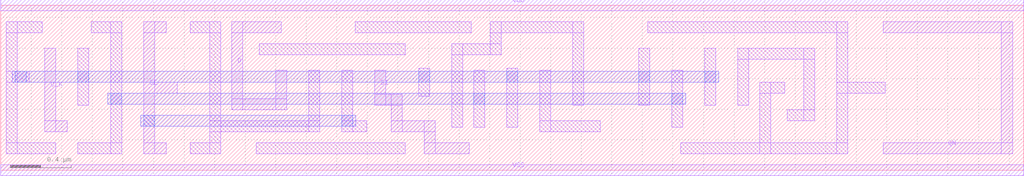
<source format=lef>
VERSION 5.8 ;
BUSBITCHARS "[]" ; 
DIVIDERCHAR "/" ; 


MACRO A2O1A1Ixp33_ASAP7_75t_SL 
  CLASS CORE ; 
  ORIGIN 0 0 ; 
  FOREIGN A2O1A1Ixp33_ASAP7_75t_SL 0 0 ; 
  SIZE 1.296 BY 1.08 ; 
  SYMMETRY X Y ; 
  PIN A1 
    DIRECTION INPUT ; 
    USE SIGNAL ; 
    PORT 
      LAYER M1 ; 
        RECT 0.288 0.28 0.36 0.8 ; 
    END 
  END A1 
  PIN A2 
    DIRECTION INPUT ; 
    USE SIGNAL ; 
    PORT 
      LAYER M1 ; 
        RECT 0.504 0.28 0.576 0.8 ; 
    END 
  END A2 
  PIN B 
    DIRECTION INPUT ; 
    USE SIGNAL ; 
    PORT 
      LAYER M1 ; 
        RECT 0.72 0.28 0.792 0.8 ; 
    END 
  END B 
  PIN C 
    DIRECTION INPUT ; 
    USE SIGNAL ; 
    PORT 
      LAYER M1 ; 
        RECT 0.936 0.324 1.008 0.76 ; 
    END 
  END C 
  PIN VDD 
    DIRECTION INOUT ; 
    USE POWER ; 
    SHAPE ABUTMENT ; 
    PORT 
      LAYER M1 ; 
        RECT 0 1.044 1.296 1.116 ; 
    END 
  END VDD 
  PIN VSS 
    DIRECTION INOUT ; 
    USE GROUND ; 
    SHAPE ABUTMENT ; 
    PORT 
      LAYER M1 ; 
        RECT 0 -0.036 1.296 0.036 ; 
    END 
  END VSS 
  PIN Y 
    DIRECTION OUTPUT ; 
    USE SIGNAL ; 
    PORT 
      LAYER M1 ; 
        RECT 0.856 0.86 1.224 0.932 ; 
        RECT 1.152 0.148 1.224 0.932 ; 
        RECT 1.048 0.148 1.224 0.22 ; 
    END 
  END Y 
  OBS 
    LAYER M1 ; 
      RECT 0.16 0.108 0.92 0.18 ; 
      RECT 0.16 0.9 0.704 0.972 ; 
  END 
END A2O1A1Ixp33_ASAP7_75t_SL 


MACRO A2O1A1O1Ixp25_ASAP7_75t_SL 
  CLASS CORE ; 
  ORIGIN 0 0 ; 
  FOREIGN A2O1A1O1Ixp25_ASAP7_75t_SL 0 0 ; 
  SIZE 1.944 BY 1.08 ; 
  SYMMETRY X Y ; 
  PIN A1 
    DIRECTION INPUT ; 
    USE SIGNAL ; 
    PORT 
      LAYER M1 ; 
        RECT 0.504 0.28 0.576 0.8 ; 
    END 
  END A1 
  PIN A2 
    DIRECTION INPUT ; 
    USE SIGNAL ; 
    PORT 
      LAYER M1 ; 
        RECT 0.288 0.28 0.36 0.8 ; 
    END 
  END A2 
  PIN B 
    DIRECTION INPUT ; 
    USE SIGNAL ; 
    PORT 
      LAYER M1 ; 
        RECT 0.72 0.28 0.792 0.8 ; 
    END 
  END B 
  PIN C 
    DIRECTION INPUT ; 
    USE SIGNAL ; 
    PORT 
      LAYER M1 ; 
        RECT 0.936 0.28 1.008 0.8 ; 
    END 
  END C 
  PIN D 
    DIRECTION INPUT ; 
    USE SIGNAL ; 
    PORT 
      LAYER M1 ; 
        RECT 1.368 0.508 1.656 0.58 ; 
        RECT 1.368 0.28 1.44 0.8 ; 
    END 
  END D 
  PIN VDD 
    DIRECTION INOUT ; 
    USE POWER ; 
    SHAPE ABUTMENT ; 
    PORT 
      LAYER M1 ; 
        RECT 0 1.044 1.944 1.116 ; 
    END 
  END VDD 
  PIN VSS 
    DIRECTION INOUT ; 
    USE GROUND ; 
    SHAPE ABUTMENT ; 
    PORT 
      LAYER M1 ; 
        RECT 0 -0.036 1.944 0.036 ; 
    END 
  END VSS 
  PIN Y 
    DIRECTION OUTPUT ; 
    USE SIGNAL ; 
    PORT 
      LAYER M1 ; 
        RECT 1.692 0.9 1.872 0.972 ; 
        RECT 1.8 0.108 1.872 0.972 ; 
        RECT 1.044 0.108 1.872 0.18 ; 
    END 
  END Y 
  OBS 
    LAYER M1 ; 
      RECT 0.828 0.9 1.548 0.972 ; 
      RECT 0.16 0.108 0.9 0.18 ; 
      RECT 0.16 0.9 0.684 0.972 ; 
  END 
END A2O1A1O1Ixp25_ASAP7_75t_SL 


MACRO AND2x2_ASAP7_75t_SL 
  CLASS CORE ; 
  ORIGIN 0 0 ; 
  FOREIGN AND2x2_ASAP7_75t_SL 0 0 ; 
  SIZE 1.296 BY 1.08 ; 
  SYMMETRY X Y ; 
  PIN A 
    DIRECTION INPUT ; 
    USE SIGNAL ; 
    PORT 
      LAYER M1 ; 
        RECT 0.504 0.28 0.576 0.8 ; 
    END 
  END A 
  PIN B 
    DIRECTION INPUT ; 
    USE SIGNAL ; 
    PORT 
      LAYER M1 ; 
        RECT 0.072 0.504 0.336 0.576 ; 
        RECT 0.072 0.136 0.144 0.944 ; 
    END 
  END B 
  PIN VDD 
    DIRECTION INOUT ; 
    USE POWER ; 
    SHAPE ABUTMENT ; 
    PORT 
      LAYER M1 ; 
        RECT 0 1.044 1.296 1.116 ; 
    END 
  END VDD 
  PIN VSS 
    DIRECTION INOUT ; 
    USE GROUND ; 
    SHAPE ABUTMENT ; 
    PORT 
      LAYER M1 ; 
        RECT 0 -0.036 1.296 0.036 ; 
    END 
  END VSS 
  PIN Y 
    DIRECTION OUTPUT ; 
    USE SIGNAL ; 
    PORT 
      LAYER M1 ; 
        RECT 0.828 0.9 1.224 0.972 ; 
        RECT 1.152 0.108 1.224 0.972 ; 
        RECT 0.828 0.108 1.224 0.18 ; 
        RECT 0.828 0.736 0.9 0.972 ; 
        RECT 0.828 0.108 0.9 0.344 ; 
    END 
  END Y 
  OBS 
    LAYER M1 ; 
      RECT 0.376 0.9 0.72 0.972 ; 
      RECT 0.648 0.108 0.72 0.972 ; 
      RECT 0.648 0.504 0.812 0.576 ; 
      RECT 0.28 0.108 0.352 0.344 ; 
      RECT 0.28 0.108 0.72 0.18 ; 
  END 
END AND2x2_ASAP7_75t_SL 


MACRO AND2x4_ASAP7_75t_SL 
  CLASS CORE ; 
  ORIGIN 0 0 ; 
  FOREIGN AND2x4_ASAP7_75t_SL 0 0 ; 
  SIZE 2.16 BY 1.08 ; 
  SYMMETRY X Y ; 
  PIN A 
    DIRECTION INPUT ; 
    USE SIGNAL ; 
    PORT 
      LAYER M1 ; 
        RECT 0.936 0.112 1.008 0.6 ; 
        RECT 0.288 0.112 1.008 0.184 ; 
        RECT 0.288 0.112 0.36 0.8 ; 
    END 
  END A 
  PIN B 
    DIRECTION INPUT ; 
    USE SIGNAL ; 
    PORT 
      LAYER M1 ; 
        RECT 0.504 0.428 0.576 0.8 ; 
    END 
  END B 
  PIN VDD 
    DIRECTION INOUT ; 
    USE POWER ; 
    SHAPE ABUTMENT ; 
    PORT 
      LAYER M1 ; 
        RECT 0 1.044 2.16 1.116 ; 
    END 
  END VDD 
  PIN VSS 
    DIRECTION INOUT ; 
    USE GROUND ; 
    SHAPE ABUTMENT ; 
    PORT 
      LAYER M1 ; 
        RECT 0 -0.036 2.16 0.036 ; 
    END 
  END VSS 
  PIN Y 
    DIRECTION OUTPUT ; 
    USE SIGNAL ; 
    PORT 
      LAYER M1 ; 
        RECT 1.24 0.9 1.872 0.972 ; 
        RECT 1.8 0.108 1.872 0.972 ; 
        RECT 1.24 0.108 1.872 0.18 ; 
    END 
  END Y 
  OBS 
    LAYER M1 ; 
      RECT 0.376 0.9 0.924 0.972 ; 
      RECT 0.72 0.256 0.792 0.972 ; 
      RECT 0.716 0.728 1.224 0.8 ; 
      RECT 1.152 0.484 1.224 0.8 ; 
      RECT 0.46 0.256 0.792 0.328 ; 
  END 
END AND2x4_ASAP7_75t_SL 


MACRO AND2x6_ASAP7_75t_SL 
  CLASS CORE ; 
  ORIGIN 0 0 ; 
  FOREIGN AND2x6_ASAP7_75t_SL 0 0 ; 
  SIZE 2.592 BY 1.08 ; 
  SYMMETRY X Y ; 
  PIN A 
    DIRECTION INPUT ; 
    USE SIGNAL ; 
    PORT 
      LAYER M1 ; 
        RECT 0.936 0.112 1.008 0.6 ; 
        RECT 0.288 0.112 1.008 0.184 ; 
        RECT 0.288 0.112 0.36 0.8 ; 
    END 
  END A 
  PIN B 
    DIRECTION INPUT ; 
    USE SIGNAL ; 
    PORT 
      LAYER M1 ; 
        RECT 0.504 0.428 0.576 0.8 ; 
    END 
  END B 
  PIN VDD 
    DIRECTION INOUT ; 
    USE POWER ; 
    SHAPE ABUTMENT ; 
    PORT 
      LAYER M1 ; 
        RECT 0 1.044 2.592 1.116 ; 
    END 
  END VDD 
  PIN VSS 
    DIRECTION INOUT ; 
    USE GROUND ; 
    SHAPE ABUTMENT ; 
    PORT 
      LAYER M1 ; 
        RECT 0 -0.036 2.592 0.036 ; 
    END 
  END VSS 
  PIN Y 
    DIRECTION OUTPUT ; 
    USE SIGNAL ; 
    PORT 
      LAYER M1 ; 
        RECT 1.24 0.9 2.216 0.972 ; 
        RECT 1.24 0.108 2.216 0.18 ; 
        RECT 1.8 0.108 1.872 0.972 ; 
    END 
  END Y 
  OBS 
    LAYER M1 ; 
      RECT 0.376 0.9 0.924 0.972 ; 
      RECT 0.72 0.256 0.792 0.972 ; 
      RECT 0.716 0.728 1.224 0.8 ; 
      RECT 1.152 0.484 1.224 0.8 ; 
      RECT 0.46 0.256 0.792 0.328 ; 
  END 
END AND2x6_ASAP7_75t_SL 


MACRO AND3x1_ASAP7_75t_SL 
  CLASS CORE ; 
  ORIGIN 0 0 ; 
  FOREIGN AND3x1_ASAP7_75t_SL 0 0 ; 
  SIZE 1.296 BY 1.08 ; 
  SYMMETRY X Y ; 
  PIN A 
    DIRECTION INPUT ; 
    USE SIGNAL ; 
    PORT 
      LAYER M1 ; 
        RECT 0.288 0.28 0.36 0.8 ; 
    END 
  END A 
  PIN B 
    DIRECTION INPUT ; 
    USE SIGNAL ; 
    PORT 
      LAYER M1 ; 
        RECT 0.504 0.28 0.576 0.8 ; 
    END 
  END B 
  PIN C 
    DIRECTION INPUT ; 
    USE SIGNAL ; 
    PORT 
      LAYER M1 ; 
        RECT 0.72 0.28 0.792 0.8 ; 
    END 
  END C 
  PIN VDD 
    DIRECTION INOUT ; 
    USE POWER ; 
    SHAPE ABUTMENT ; 
    PORT 
      LAYER M1 ; 
        RECT 0 1.044 1.296 1.116 ; 
    END 
  END VDD 
  PIN VSS 
    DIRECTION INOUT ; 
    USE GROUND ; 
    SHAPE ABUTMENT ; 
    PORT 
      LAYER M1 ; 
        RECT 0 -0.036 1.296 0.036 ; 
    END 
  END VSS 
  PIN Y 
    DIRECTION OUTPUT ; 
    USE SIGNAL ; 
    PORT 
      LAYER M1 ; 
        RECT 1.044 0.732 1.224 0.804 ; 
        RECT 1.152 0.304 1.224 0.804 ; 
        RECT 1.044 0.304 1.224 0.376 ; 
        RECT 1.044 0.732 1.116 0.94 ; 
        RECT 1.044 0.136 1.116 0.376 ; 
    END 
  END Y 
  OBS 
    LAYER M1 ; 
      RECT 0.16 0.9 0.936 0.972 ; 
      RECT 0.864 0.108 0.936 0.972 ; 
      RECT 0.864 0.504 1.052 0.576 ; 
      RECT 0.16 0.108 0.936 0.18 ; 
  END 
END AND3x1_ASAP7_75t_SL 


MACRO AND3x2_ASAP7_75t_SL 
  CLASS CORE ; 
  ORIGIN 0 0 ; 
  FOREIGN AND3x2_ASAP7_75t_SL 0 0 ; 
  SIZE 1.512 BY 1.08 ; 
  SYMMETRY X Y ; 
  PIN A 
    DIRECTION INPUT ; 
    USE SIGNAL ; 
    PORT 
      LAYER M1 ; 
        RECT 0.288 0.28 0.36 0.8 ; 
    END 
  END A 
  PIN B 
    DIRECTION INPUT ; 
    USE SIGNAL ; 
    PORT 
      LAYER M1 ; 
        RECT 0.504 0.28 0.576 0.8 ; 
    END 
  END B 
  PIN C 
    DIRECTION INPUT ; 
    USE SIGNAL ; 
    PORT 
      LAYER M1 ; 
        RECT 0.72 0.28 0.792 0.8 ; 
    END 
  END C 
  PIN VDD 
    DIRECTION INOUT ; 
    USE POWER ; 
    SHAPE ABUTMENT ; 
    PORT 
      LAYER M1 ; 
        RECT 0 1.044 1.512 1.116 ; 
    END 
  END VDD 
  PIN VSS 
    DIRECTION INOUT ; 
    USE GROUND ; 
    SHAPE ABUTMENT ; 
    PORT 
      LAYER M1 ; 
        RECT 0 -0.036 1.512 0.036 ; 
    END 
  END VSS 
  PIN Y 
    DIRECTION OUTPUT ; 
    USE SIGNAL ; 
    PORT 
      LAYER M1 ; 
        RECT 1.044 0.9 1.44 0.972 ; 
        RECT 1.368 0.108 1.44 0.972 ; 
        RECT 1.044 0.108 1.44 0.18 ; 
        RECT 1.044 0.736 1.116 0.972 ; 
        RECT 1.044 0.108 1.116 0.344 ; 
    END 
  END Y 
  OBS 
    LAYER M1 ; 
      RECT 0.16 0.9 0.936 0.972 ; 
      RECT 0.864 0.108 0.936 0.972 ; 
      RECT 0.864 0.504 1.136 0.576 ; 
      RECT 0.16 0.108 0.936 0.18 ; 
  END 
END AND3x2_ASAP7_75t_SL 


MACRO AND3x4_ASAP7_75t_SL 
  CLASS CORE ; 
  ORIGIN 0 0 ; 
  FOREIGN AND3x4_ASAP7_75t_SL 0 0 ; 
  SIZE 3.024 BY 1.08 ; 
  SYMMETRY X Y ; 
  PIN A 
    DIRECTION INPUT ; 
    USE SIGNAL ; 
    PORT 
      LAYER M1 ; 
        RECT 2.448 0.756 2.596 0.828 ; 
        RECT 2.448 0.396 2.596 0.468 ; 
        RECT 2.448 0.396 2.52 0.828 ; 
    END 
  END A 
  PIN B 
    DIRECTION INPUT ; 
    USE SIGNAL ; 
    PORT 
      LAYER M1 ; 
        RECT 2.016 0.756 2.164 0.828 ; 
        RECT 2.016 0.396 2.164 0.468 ; 
        RECT 2.016 0.396 2.088 0.828 ; 
    END 
  END B 
  PIN C 
    DIRECTION INPUT ; 
    USE SIGNAL ; 
    PORT 
      LAYER M1 ; 
        RECT 1.368 0.28 1.44 0.8 ; 
    END 
  END C 
  PIN VDD 
    DIRECTION INOUT ; 
    USE POWER ; 
    SHAPE ABUTMENT ; 
    PORT 
      LAYER M1 ; 
        RECT 0 1.044 3.024 1.116 ; 
    END 
  END VDD 
  PIN VSS 
    DIRECTION INOUT ; 
    USE GROUND ; 
    SHAPE ABUTMENT ; 
    PORT 
      LAYER M1 ; 
        RECT 0 -0.036 3.024 0.036 ; 
    END 
  END VSS 
  PIN Y 
    DIRECTION OUTPUT ; 
    USE SIGNAL ; 
    PORT 
      LAYER M1 ; 
        RECT 0.072 0.9 0.92 0.972 ; 
        RECT 0.072 0.108 0.92 0.18 ; 
        RECT 0.072 0.108 0.144 0.972 ; 
    END 
  END Y 
  OBS 
    LAYER M1 ; 
      RECT 1.04 0.9 2.984 0.972 ; 
      RECT 2.912 0.108 2.984 0.972 ; 
      RECT 1.04 0.168 1.112 0.972 ; 
      RECT 0.872 0.504 1.112 0.576 ; 
      RECT 2.536 0.108 2.984 0.18 ; 
      RECT 1.888 0.252 2.804 0.324 ; 
      RECT 1.24 0.108 2.216 0.18 ; 
  END 
END AND3x4_ASAP7_75t_SL 


MACRO AND4x1_ASAP7_75t_SL 
  CLASS CORE ; 
  ORIGIN 0 0 ; 
  FOREIGN AND4x1_ASAP7_75t_SL 0 0 ; 
  SIZE 1.512 BY 1.08 ; 
  SYMMETRY X Y ; 
  PIN A 
    DIRECTION INPUT ; 
    USE SIGNAL ; 
    PORT 
      LAYER M1 ; 
        RECT 0.288 0.28 0.36 0.8 ; 
    END 
  END A 
  PIN B 
    DIRECTION INPUT ; 
    USE SIGNAL ; 
    PORT 
      LAYER M1 ; 
        RECT 0.504 0.136 0.576 0.8 ; 
    END 
  END B 
  PIN C 
    DIRECTION INPUT ; 
    USE SIGNAL ; 
    PORT 
      LAYER M1 ; 
        RECT 0.72 0.136 0.792 0.8 ; 
    END 
  END C 
  PIN D 
    DIRECTION INPUT ; 
    USE SIGNAL ; 
    PORT 
      LAYER M1 ; 
        RECT 0.936 0.136 1.008 0.656 ; 
    END 
  END D 
  PIN VDD 
    DIRECTION INOUT ; 
    USE POWER ; 
    SHAPE ABUTMENT ; 
    PORT 
      LAYER M1 ; 
        RECT 0 1.044 1.512 1.116 ; 
    END 
  END VDD 
  PIN VSS 
    DIRECTION INOUT ; 
    USE GROUND ; 
    SHAPE ABUTMENT ; 
    PORT 
      LAYER M1 ; 
        RECT 0 -0.036 1.512 0.036 ; 
    END 
  END VSS 
  PIN Y 
    DIRECTION OUTPUT ; 
    USE SIGNAL ; 
    PORT 
      LAYER M1 ; 
        RECT 1.196 0.9 1.44 0.972 ; 
        RECT 1.368 0.108 1.44 0.972 ; 
        RECT 1.24 0.108 1.44 0.18 ; 
    END 
  END Y 
  OBS 
    LAYER M1 ; 
      RECT 0.072 0.9 1.008 0.972 ; 
      RECT 0.936 0.756 1.008 0.972 ; 
      RECT 0.072 0.108 0.144 0.972 ; 
      RECT 0.936 0.756 1.224 0.828 ; 
      RECT 1.152 0.48 1.224 0.828 ; 
      RECT 0.072 0.108 0.34 0.18 ; 
  END 
END AND4x1_ASAP7_75t_SL 


MACRO AND4x2_ASAP7_75t_SL 
  CLASS CORE ; 
  ORIGIN 0 0 ; 
  FOREIGN AND4x2_ASAP7_75t_SL 0 0 ; 
  SIZE 1.728 BY 1.08 ; 
  SYMMETRY X Y ; 
  PIN A 
    DIRECTION INPUT ; 
    USE SIGNAL ; 
    PORT 
      LAYER M1 ; 
        RECT 1.368 0.28 1.44 0.8 ; 
    END 
  END A 
  PIN B 
    DIRECTION INPUT ; 
    USE SIGNAL ; 
    PORT 
      LAYER M1 ; 
        RECT 1.152 0.136 1.224 0.8 ; 
    END 
  END B 
  PIN C 
    DIRECTION INPUT ; 
    USE SIGNAL ; 
    PORT 
      LAYER M1 ; 
        RECT 0.936 0.136 1.008 0.8 ; 
    END 
  END C 
  PIN D 
    DIRECTION INPUT ; 
    USE SIGNAL ; 
    PORT 
      LAYER M1 ; 
        RECT 0.72 0.136 0.792 0.656 ; 
    END 
  END D 
  PIN VDD 
    DIRECTION INOUT ; 
    USE POWER ; 
    SHAPE ABUTMENT ; 
    PORT 
      LAYER M1 ; 
        RECT 0 1.044 1.728 1.116 ; 
    END 
  END VDD 
  PIN VSS 
    DIRECTION INOUT ; 
    USE GROUND ; 
    SHAPE ABUTMENT ; 
    PORT 
      LAYER M1 ; 
        RECT 0 -0.036 1.728 0.036 ; 
    END 
  END VSS 
  PIN Y 
    DIRECTION OUTPUT ; 
    USE SIGNAL ; 
    PORT 
      LAYER M1 ; 
        RECT 0.072 0.9 0.488 0.972 ; 
        RECT 0.072 0.108 0.488 0.18 ; 
        RECT 0.072 0.108 0.144 0.972 ; 
    END 
  END Y 
  OBS 
    LAYER M1 ; 
      RECT 0.612 0.9 1.656 0.972 ; 
      RECT 1.584 0.108 1.656 0.972 ; 
      RECT 0.612 0.756 0.684 0.972 ; 
      RECT 0.396 0.756 0.684 0.828 ; 
      RECT 0.396 0.476 0.468 0.828 ; 
      RECT 1.456 0.108 1.656 0.18 ; 
  END 
END AND4x2_ASAP7_75t_SL 


MACRO AND5x1_ASAP7_75t_SL 
  CLASS CORE ; 
  ORIGIN 0 0 ; 
  FOREIGN AND5x1_ASAP7_75t_SL 0 0 ; 
  SIZE 1.728 BY 1.08 ; 
  SYMMETRY X Y ; 
  PIN A 
    DIRECTION INPUT ; 
    USE SIGNAL ; 
    PORT 
      LAYER M1 ; 
        RECT 0.288 0.28 0.36 0.8 ; 
    END 
  END A 
  PIN B 
    DIRECTION INPUT ; 
    USE SIGNAL ; 
    PORT 
      LAYER M1 ; 
        RECT 0.504 0.136 0.576 0.8 ; 
    END 
  END B 
  PIN C 
    DIRECTION INPUT ; 
    USE SIGNAL ; 
    PORT 
      LAYER M1 ; 
        RECT 0.72 0.136 0.792 0.8 ; 
    END 
  END C 
  PIN D 
    DIRECTION INPUT ; 
    USE SIGNAL ; 
    PORT 
      LAYER M1 ; 
        RECT 0.936 0.136 1.008 0.8 ; 
    END 
  END D 
  PIN E 
    DIRECTION INPUT ; 
    USE SIGNAL ; 
    PORT 
      LAYER M1 ; 
        RECT 1.152 0.136 1.224 0.656 ; 
    END 
  END E 
  PIN VDD 
    DIRECTION INOUT ; 
    USE POWER ; 
    SHAPE ABUTMENT ; 
    PORT 
      LAYER M1 ; 
        RECT 0 1.044 1.728 1.116 ; 
    END 
  END VDD 
  PIN VSS 
    DIRECTION INOUT ; 
    USE GROUND ; 
    SHAPE ABUTMENT ; 
    PORT 
      LAYER M1 ; 
        RECT 0 -0.036 1.728 0.036 ; 
    END 
  END VSS 
  PIN Y 
    DIRECTION OUTPUT ; 
    USE SIGNAL ; 
    PORT 
      LAYER M1 ; 
        RECT 1.396 0.9 1.656 0.972 ; 
        RECT 1.584 0.108 1.656 0.972 ; 
        RECT 1.4 0.108 1.656 0.18 ; 
    END 
  END Y 
  OBS 
    LAYER M1 ; 
      RECT 0.072 0.9 1.224 0.972 ; 
      RECT 1.152 0.756 1.224 0.972 ; 
      RECT 0.072 0.108 0.144 0.972 ; 
      RECT 1.152 0.756 1.44 0.828 ; 
      RECT 1.368 0.464 1.44 0.828 ; 
      RECT 0.072 0.108 0.28 0.18 ; 
  END 
END AND5x1_ASAP7_75t_SL 


MACRO AND5x2_ASAP7_75t_SL 
  CLASS CORE ; 
  ORIGIN 0 0 ; 
  FOREIGN AND5x2_ASAP7_75t_SL 0 0 ; 
  SIZE 4.32 BY 1.08 ; 
  SYMMETRY X Y ; 
  PIN A 
    DIRECTION INPUT ; 
    USE SIGNAL ; 
    PORT 
      LAYER M1 ; 
        RECT 2.88 0.756 3.028 0.828 ; 
        RECT 2.88 0.396 3.028 0.468 ; 
        RECT 2.88 0.396 2.952 0.828 ; 
    END 
  END A 
  PIN B 
    DIRECTION INPUT ; 
    USE SIGNAL ; 
    PORT 
      LAYER M1 ; 
        RECT 2.372 0.756 2.52 0.828 ; 
        RECT 2.448 0.396 2.52 0.828 ; 
        RECT 2.372 0.396 2.52 0.468 ; 
    END 
  END B 
  PIN C 
    DIRECTION INPUT ; 
    USE SIGNAL ; 
    PORT 
      LAYER M1 ; 
        RECT 1.8 0.756 1.948 0.828 ; 
        RECT 1.8 0.396 1.948 0.468 ; 
        RECT 1.8 0.396 1.872 0.828 ; 
    END 
  END C 
  PIN D 
    DIRECTION INPUT ; 
    USE SIGNAL ; 
    PORT 
      LAYER M1 ; 
        RECT 1.076 0.756 1.224 0.828 ; 
        RECT 1.152 0.396 1.224 0.828 ; 
        RECT 1.076 0.396 1.224 0.468 ; 
    END 
  END D 
  PIN E 
    DIRECTION INPUT ; 
    USE SIGNAL ; 
    PORT 
      LAYER M1 ; 
        RECT 0.072 0.504 0.38 0.576 ; 
        RECT 0.072 0.136 0.144 0.944 ; 
    END 
  END E 
  PIN VDD 
    DIRECTION INOUT ; 
    USE POWER ; 
    SHAPE ABUTMENT ; 
    PORT 
      LAYER M1 ; 
        RECT 0 1.044 4.32 1.116 ; 
    END 
  END VDD 
  PIN VSS 
    DIRECTION INOUT ; 
    USE GROUND ; 
    SHAPE ABUTMENT ; 
    PORT 
      LAYER M1 ; 
        RECT 0 -0.036 4.32 0.036 ; 
    END 
  END VSS 
  PIN Y 
    DIRECTION OUTPUT ; 
    USE SIGNAL ; 
    PORT 
      LAYER M1 ; 
        RECT 3.832 0.9 4.248 0.972 ; 
        RECT 4.176 0.108 4.248 0.972 ; 
        RECT 3.832 0.108 4.248 0.18 ; 
    END 
  END Y 
  OBS 
    LAYER M1 ; 
      RECT 0.592 0.9 3.6 0.972 ; 
      RECT 3.528 0.108 3.6 0.972 ; 
      RECT 3.528 0.504 3.768 0.576 ; 
      RECT 2.968 0.108 3.6 0.18 ; 
      RECT 2.32 0.252 3.296 0.324 ; 
      RECT 1.672 0.108 2.648 0.18 ; 
      RECT 1.024 0.252 2 0.324 ; 
      RECT 0.376 0.108 1.352 0.18 ; 
  END 
END AND5x2_ASAP7_75t_SL 


MACRO AO211x2_ASAP7_75t_SL 
  CLASS CORE ; 
  ORIGIN 0 0 ; 
  FOREIGN AO211x2_ASAP7_75t_SL 0 0 ; 
  SIZE 3.456 BY 1.08 ; 
  SYMMETRY X Y ; 
  PIN A1 
    DIRECTION INPUT ; 
    USE SIGNAL ; 
    PORT 
      LAYER M1 ; 
        RECT 0.072 0.504 0.38 0.576 ; 
        RECT 0.072 0.756 0.22 0.828 ; 
        RECT 0.072 0.108 0.22 0.18 ; 
        RECT 0.072 0.108 0.144 0.828 ; 
    END 
  END A1 
  PIN A2 
    DIRECTION INPUT ; 
    USE SIGNAL ; 
    PORT 
      LAYER M1 ; 
        RECT 0.504 0.504 0.812 0.576 ; 
        RECT 0.428 0.756 0.576 0.828 ; 
        RECT 0.504 0.252 0.576 0.828 ; 
        RECT 0.428 0.252 0.576 0.324 ; 
    END 
  END A2 
  PIN B 
    DIRECTION INPUT ; 
    USE SIGNAL ; 
    PORT 
      LAYER M1 ; 
        RECT 0.936 0.504 1.244 0.576 ; 
        RECT 0.86 0.756 1.008 0.828 ; 
        RECT 0.936 0.252 1.008 0.828 ; 
        RECT 0.86 0.252 1.008 0.324 ; 
    END 
  END B 
  PIN C 
    DIRECTION INPUT ; 
    USE SIGNAL ; 
    PORT 
      LAYER M1 ; 
        RECT 2.016 0.612 2.164 0.684 ; 
        RECT 2.016 0.252 2.088 0.684 ; 
        RECT 1.94 0.252 2.088 0.324 ; 
    END 
  END C 
  PIN VDD 
    DIRECTION INOUT ; 
    USE POWER ; 
    SHAPE ABUTMENT ; 
    PORT 
      LAYER M1 ; 
        RECT 0 1.044 3.456 1.116 ; 
    END 
  END VDD 
  PIN VSS 
    DIRECTION INOUT ; 
    USE GROUND ; 
    SHAPE ABUTMENT ; 
    PORT 
      LAYER M1 ; 
        RECT 0 -0.036 3.456 0.036 ; 
    END 
  END VSS 
  PIN Y 
    DIRECTION OUTPUT ; 
    USE SIGNAL ; 
    PORT 
      LAYER M1 ; 
        RECT 2.968 0.9 3.384 0.972 ; 
        RECT 3.312 0.108 3.384 0.972 ; 
        RECT 2.968 0.108 3.384 0.18 ; 
    END 
  END Y 
  OBS 
    LAYER M1 ; 
      RECT 2.104 0.9 2.736 0.972 ; 
      RECT 2.664 0.108 2.736 0.972 ; 
      RECT 2.664 0.5 2.972 0.572 ; 
      RECT 0.376 0.108 2.736 0.18 ; 
      RECT 1.24 0.756 2.432 0.828 ; 
      RECT 0.16 0.9 1.572 0.972 ; 
  END 
END AO211x2_ASAP7_75t_SL 


MACRO AO21x1_ASAP7_75t_SL 
  CLASS CORE ; 
  ORIGIN 0 0 ; 
  FOREIGN AO21x1_ASAP7_75t_SL 0 0 ; 
  SIZE 1.296 BY 1.08 ; 
  SYMMETRY X Y ; 
  PIN A1 
    DIRECTION INPUT ; 
    USE SIGNAL ; 
    PORT 
      LAYER M1 ; 
        RECT 0.072 0.504 0.38 0.576 ; 
        RECT 0.072 0.756 0.22 0.828 ; 
        RECT 0.072 0.136 0.144 0.828 ; 
    END 
  END A1 
  PIN A2 
    DIRECTION INPUT ; 
    USE SIGNAL ; 
    PORT 
      LAYER M1 ; 
        RECT 0.504 0.28 0.576 0.656 ; 
    END 
  END A2 
  PIN B 
    DIRECTION INPUT ; 
    USE SIGNAL ; 
    PORT 
      LAYER M1 ; 
        RECT 0.72 0.28 0.792 0.656 ; 
    END 
  END B 
  PIN VDD 
    DIRECTION INOUT ; 
    USE POWER ; 
    SHAPE ABUTMENT ; 
    PORT 
      LAYER M1 ; 
        RECT 0 1.044 1.296 1.116 ; 
    END 
  END VDD 
  PIN VSS 
    DIRECTION INOUT ; 
    USE GROUND ; 
    SHAPE ABUTMENT ; 
    PORT 
      LAYER M1 ; 
        RECT 0 -0.036 1.296 0.036 ; 
    END 
  END VSS 
  PIN Y 
    DIRECTION OUTPUT ; 
    USE SIGNAL ; 
    PORT 
      LAYER M1 ; 
        RECT 0.92 0.9 1.18 0.972 ; 
        RECT 1.108 0.152 1.18 0.972 ; 
    END 
  END Y 
  OBS 
    LAYER M1 ; 
      RECT 0.376 0.756 1.008 0.828 ; 
      RECT 0.936 0.108 1.008 0.828 ; 
      RECT 0.592 0.108 1.008 0.18 ; 
      RECT 0.16 0.9 0.704 0.972 ; 
  END 
END AO21x1_ASAP7_75t_SL 


MACRO AO21x2_ASAP7_75t_SL 
  CLASS CORE ; 
  ORIGIN 0 0 ; 
  FOREIGN AO21x2_ASAP7_75t_SL 0 0 ; 
  SIZE 1.512 BY 1.08 ; 
  SYMMETRY X Y ; 
  PIN A1 
    DIRECTION INPUT ; 
    USE SIGNAL ; 
    PORT 
      LAYER M1 ; 
        RECT 0.072 0.504 0.38 0.576 ; 
        RECT 0.072 0.756 0.22 0.828 ; 
        RECT 0.072 0.136 0.144 0.828 ; 
    END 
  END A1 
  PIN A2 
    DIRECTION INPUT ; 
    USE SIGNAL ; 
    PORT 
      LAYER M1 ; 
        RECT 0.504 0.28 0.576 0.656 ; 
    END 
  END A2 
  PIN B 
    DIRECTION INPUT ; 
    USE SIGNAL ; 
    PORT 
      LAYER M1 ; 
        RECT 0.72 0.28 0.792 0.656 ; 
    END 
  END B 
  PIN VDD 
    DIRECTION INOUT ; 
    USE POWER ; 
    SHAPE ABUTMENT ; 
    PORT 
      LAYER M1 ; 
        RECT 0 1.044 1.512 1.116 ; 
    END 
  END VDD 
  PIN VSS 
    DIRECTION INOUT ; 
    USE GROUND ; 
    SHAPE ABUTMENT ; 
    PORT 
      LAYER M1 ; 
        RECT 0 -0.036 1.512 0.036 ; 
    END 
  END VSS 
  PIN Y 
    DIRECTION OUTPUT ; 
    USE SIGNAL ; 
    PORT 
      LAYER M1 ; 
        RECT 0.92 0.9 1.332 0.972 ; 
        RECT 1.26 0.276 1.332 0.972 ; 
        RECT 1.104 0.276 1.332 0.348 ; 
        RECT 1.104 0.152 1.176 0.348 ; 
    END 
  END Y 
  OBS 
    LAYER M1 ; 
      RECT 0.376 0.756 1.008 0.828 ; 
      RECT 0.936 0.108 1.008 0.828 ; 
      RECT 0.592 0.108 1.008 0.18 ; 
      RECT 0.16 0.9 0.704 0.972 ; 
  END 
END AO21x2_ASAP7_75t_SL 


MACRO AO221x1_ASAP7_75t_SL 
  CLASS CORE ; 
  ORIGIN 0 0 ; 
  FOREIGN AO221x1_ASAP7_75t_SL 0 0 ; 
  SIZE 2.16 BY 1.08 ; 
  SYMMETRY X Y ; 
  PIN A1 
    DIRECTION INPUT ; 
    USE SIGNAL ; 
    PORT 
      LAYER M1 ; 
        RECT 0.936 0.28 1.008 0.656 ; 
    END 
  END A1 
  PIN A2 
    DIRECTION INPUT ; 
    USE SIGNAL ; 
    PORT 
      LAYER M1 ; 
        RECT 1.152 0.28 1.224 0.656 ; 
    END 
  END A2 
  PIN B1 
    DIRECTION INPUT ; 
    USE SIGNAL ; 
    PORT 
      LAYER M1 ; 
        RECT 0.288 0.28 0.36 0.656 ; 
    END 
  END B1 
  PIN B2 
    DIRECTION INPUT ; 
    USE SIGNAL ; 
    PORT 
      LAYER M1 ; 
        RECT 0.504 0.28 0.576 0.656 ; 
    END 
  END B2 
  PIN C 
    DIRECTION INPUT ; 
    USE SIGNAL ; 
    PORT 
      LAYER M1 ; 
        RECT 0.72 0.28 0.792 0.656 ; 
    END 
  END C 
  PIN VDD 
    DIRECTION INOUT ; 
    USE POWER ; 
    SHAPE ABUTMENT ; 
    PORT 
      LAYER M1 ; 
        RECT 0 1.044 2.16 1.116 ; 
    END 
  END VDD 
  PIN VSS 
    DIRECTION INOUT ; 
    USE GROUND ; 
    SHAPE ABUTMENT ; 
    PORT 
      LAYER M1 ; 
        RECT 0 -0.036 2.16 0.036 ; 
    END 
  END VSS 
  PIN Y 
    DIRECTION OUTPUT ; 
    USE SIGNAL ; 
    PORT 
      LAYER M1 ; 
        RECT 1.888 0.9 2.088 0.972 ; 
        RECT 2.016 0.108 2.088 0.972 ; 
        RECT 1.836 0.108 2.088 0.18 ; 
    END 
  END Y 
  OBS 
    LAYER M1 ; 
      RECT 0.072 0.756 0.504 0.828 ; 
      RECT 0.072 0.108 0.144 0.828 ; 
      RECT 1.584 0.504 1.896 0.576 ; 
      RECT 1.584 0.108 1.656 0.576 ; 
      RECT 0.072 0.108 1.656 0.18 ; 
      RECT 0.8 0.756 1.356 0.828 ; 
      RECT 0.156 0.9 0.704 0.972 ; 
  END 
END AO221x1_ASAP7_75t_SL 


MACRO AO221x2_ASAP7_75t_SL 
  CLASS CORE ; 
  ORIGIN 0 0 ; 
  FOREIGN AO221x2_ASAP7_75t_SL 0 0 ; 
  SIZE 2.376 BY 1.08 ; 
  SYMMETRY X Y ; 
  PIN A1 
    DIRECTION INPUT ; 
    USE SIGNAL ; 
    PORT 
      LAYER M1 ; 
        RECT 0.936 0.28 1.008 0.656 ; 
    END 
  END A1 
  PIN A2 
    DIRECTION INPUT ; 
    USE SIGNAL ; 
    PORT 
      LAYER M1 ; 
        RECT 1.152 0.28 1.224 0.656 ; 
    END 
  END A2 
  PIN B1 
    DIRECTION INPUT ; 
    USE SIGNAL ; 
    PORT 
      LAYER M1 ; 
        RECT 0.288 0.28 0.36 0.656 ; 
    END 
  END B1 
  PIN B2 
    DIRECTION INPUT ; 
    USE SIGNAL ; 
    PORT 
      LAYER M1 ; 
        RECT 0.504 0.28 0.576 0.656 ; 
    END 
  END B2 
  PIN C 
    DIRECTION INPUT ; 
    USE SIGNAL ; 
    PORT 
      LAYER M1 ; 
        RECT 0.72 0.28 0.792 0.656 ; 
    END 
  END C 
  PIN VDD 
    DIRECTION INOUT ; 
    USE POWER ; 
    SHAPE ABUTMENT ; 
    PORT 
      LAYER M1 ; 
        RECT 0 1.044 2.376 1.116 ; 
    END 
  END VDD 
  PIN VSS 
    DIRECTION INOUT ; 
    USE GROUND ; 
    SHAPE ABUTMENT ; 
    PORT 
      LAYER M1 ; 
        RECT 0 -0.036 2.376 0.036 ; 
    END 
  END VSS 
  PIN Y 
    DIRECTION OUTPUT ; 
    USE SIGNAL ; 
    PORT 
      LAYER M1 ; 
        RECT 1.888 0.9 2.196 0.972 ; 
        RECT 2.124 0.108 2.196 0.972 ; 
        RECT 1.836 0.108 2.196 0.18 ; 
    END 
  END Y 
  OBS 
    LAYER M1 ; 
      RECT 0.072 0.756 0.504 0.828 ; 
      RECT 0.072 0.108 0.144 0.828 ; 
      RECT 1.584 0.504 1.896 0.576 ; 
      RECT 1.584 0.108 1.656 0.576 ; 
      RECT 0.072 0.108 1.656 0.18 ; 
      RECT 0.8 0.756 1.356 0.828 ; 
      RECT 0.156 0.9 0.704 0.972 ; 
  END 
END AO221x2_ASAP7_75t_SL 


MACRO AO222x2_ASAP7_75t_SL 
  CLASS CORE ; 
  ORIGIN 0 0 ; 
  FOREIGN AO222x2_ASAP7_75t_SL 0 0 ; 
  SIZE 2.592 BY 1.08 ; 
  SYMMETRY X Y ; 
  PIN A1 
    DIRECTION INPUT ; 
    USE SIGNAL ; 
    PORT 
      LAYER M1 ; 
        RECT 1.584 0.28 1.656 0.8 ; 
    END 
  END A1 
  PIN A2 
    DIRECTION INPUT ; 
    USE SIGNAL ; 
    PORT 
      LAYER M1 ; 
        RECT 1.8 0.28 1.872 0.8 ; 
    END 
  END A2 
  PIN B1 
    DIRECTION INPUT ; 
    USE SIGNAL ; 
    PORT 
      LAYER M1 ; 
        RECT 0.936 0.28 1.008 0.656 ; 
    END 
  END B1 
  PIN B2 
    DIRECTION INPUT ; 
    USE SIGNAL ; 
    PORT 
      LAYER M1 ; 
        RECT 0.72 0.28 0.792 0.656 ; 
    END 
  END B2 
  PIN C1 
    DIRECTION INPUT ; 
    USE SIGNAL ; 
    PORT 
      LAYER M1 ; 
        RECT 0.288 0.28 0.36 0.656 ; 
    END 
  END C1 
  PIN C2 
    DIRECTION INPUT ; 
    USE SIGNAL ; 
    PORT 
      LAYER M1 ; 
        RECT 0.504 0.28 0.576 0.656 ; 
    END 
  END C2 
  PIN VDD 
    DIRECTION INOUT ; 
    USE POWER ; 
    SHAPE ABUTMENT ; 
    PORT 
      LAYER M1 ; 
        RECT 0 1.044 2.592 1.116 ; 
    END 
  END VDD 
  PIN VSS 
    DIRECTION INOUT ; 
    USE GROUND ; 
    SHAPE ABUTMENT ; 
    PORT 
      LAYER M1 ; 
        RECT 0 -0.036 2.592 0.036 ; 
    END 
  END VSS 
  PIN Y 
    DIRECTION OUTPUT ; 
    USE SIGNAL ; 
    PORT 
      LAYER M1 ; 
        RECT 2.104 0.9 2.52 0.972 ; 
        RECT 2.448 0.108 2.52 0.972 ; 
        RECT 2.124 0.108 2.52 0.18 ; 
        RECT 2.124 0.108 2.196 0.324 ; 
    END 
  END Y 
  OBS 
    LAYER M1 ; 
      RECT 0.036 0.756 0.488 0.828 ; 
      RECT 0.036 0.108 0.108 0.828 ; 
      RECT 1.944 0.504 2.216 0.576 ; 
      RECT 1.944 0.108 2.016 0.576 ; 
      RECT 0.036 0.108 2.016 0.18 ; 
      RECT 1.368 0.9 1.872 0.972 ; 
      RECT 1.368 0.756 1.44 0.972 ; 
      RECT 0.808 0.756 1.44 0.828 ; 
      RECT 0.16 0.9 1.136 0.972 ; 
  END 
END AO222x2_ASAP7_75t_SL 


MACRO AO22x1_ASAP7_75t_SL 
  CLASS CORE ; 
  ORIGIN 0 0 ; 
  FOREIGN AO22x1_ASAP7_75t_SL 0 0 ; 
  SIZE 1.944 BY 1.08 ; 
  SYMMETRY X Y ; 
  PIN A1 
    DIRECTION INPUT ; 
    USE SIGNAL ; 
    PORT 
      LAYER M1 ; 
        RECT 0.072 0.504 0.38 0.576 ; 
        RECT 0.072 0.756 0.22 0.828 ; 
        RECT 0.072 0.108 0.22 0.18 ; 
        RECT 0.072 0.108 0.144 0.828 ; 
    END 
  END A1 
  PIN A2 
    DIRECTION INPUT ; 
    USE SIGNAL ; 
    PORT 
      LAYER M1 ; 
        RECT 0.428 0.756 0.576 0.828 ; 
        RECT 0.504 0.252 0.576 0.828 ; 
        RECT 0.428 0.252 0.576 0.324 ; 
    END 
  END A2 
  PIN B1 
    DIRECTION INPUT ; 
    USE SIGNAL ; 
    PORT 
      LAYER M1 ; 
        RECT 0.936 0.252 1.148 0.324 ; 
        RECT 0.936 0.252 1.008 0.656 ; 
    END 
  END B1 
  PIN B2 
    DIRECTION INPUT ; 
    USE SIGNAL ; 
    PORT 
      LAYER M1 ; 
        RECT 0.72 0.28 0.792 0.656 ; 
    END 
  END B2 
  PIN VDD 
    DIRECTION INOUT ; 
    USE POWER ; 
    SHAPE ABUTMENT ; 
    PORT 
      LAYER M1 ; 
        RECT 0 1.044 1.944 1.116 ; 
    END 
  END VDD 
  PIN VSS 
    DIRECTION INOUT ; 
    USE GROUND ; 
    SHAPE ABUTMENT ; 
    PORT 
      LAYER M1 ; 
        RECT 0 -0.036 1.944 0.036 ; 
    END 
  END VSS 
  PIN Y 
    DIRECTION OUTPUT ; 
    USE SIGNAL ; 
    PORT 
      LAYER M1 ; 
        RECT 1.672 0.9 1.872 0.972 ; 
        RECT 1.8 0.108 1.872 0.972 ; 
        RECT 1.672 0.108 1.872 0.18 ; 
    END 
  END Y 
  OBS 
    LAYER M1 ; 
      RECT 0.808 0.756 1.44 0.828 ; 
      RECT 1.368 0.108 1.44 0.828 ; 
      RECT 1.368 0.504 1.676 0.576 ; 
      RECT 0.428 0.108 1.44 0.18 ; 
      RECT 0.16 0.9 1.136 0.972 ; 
  END 
END AO22x1_ASAP7_75t_SL 


MACRO AO22x2_ASAP7_75t_SL 
  CLASS CORE ; 
  ORIGIN 0 0 ; 
  FOREIGN AO22x2_ASAP7_75t_SL 0 0 ; 
  SIZE 2.16 BY 1.08 ; 
  SYMMETRY X Y ; 
  PIN A1 
    DIRECTION INPUT ; 
    USE SIGNAL ; 
    PORT 
      LAYER M1 ; 
        RECT 0.072 0.504 0.38 0.576 ; 
        RECT 0.072 0.756 0.22 0.828 ; 
        RECT 0.072 0.108 0.22 0.18 ; 
        RECT 0.072 0.108 0.144 0.828 ; 
    END 
  END A1 
  PIN A2 
    DIRECTION INPUT ; 
    USE SIGNAL ; 
    PORT 
      LAYER M1 ; 
        RECT 0.428 0.756 0.576 0.828 ; 
        RECT 0.504 0.252 0.576 0.828 ; 
        RECT 0.428 0.252 0.576 0.324 ; 
    END 
  END A2 
  PIN B1 
    DIRECTION INPUT ; 
    USE SIGNAL ; 
    PORT 
      LAYER M1 ; 
        RECT 0.936 0.252 1.148 0.324 ; 
        RECT 0.936 0.252 1.008 0.656 ; 
    END 
  END B1 
  PIN B2 
    DIRECTION INPUT ; 
    USE SIGNAL ; 
    PORT 
      LAYER M1 ; 
        RECT 0.72 0.28 0.792 0.656 ; 
    END 
  END B2 
  PIN VDD 
    DIRECTION INOUT ; 
    USE POWER ; 
    SHAPE ABUTMENT ; 
    PORT 
      LAYER M1 ; 
        RECT 0 1.044 2.16 1.116 ; 
    END 
  END VDD 
  PIN VSS 
    DIRECTION INOUT ; 
    USE GROUND ; 
    SHAPE ABUTMENT ; 
    PORT 
      LAYER M1 ; 
        RECT 0 -0.036 2.16 0.036 ; 
    END 
  END VSS 
  PIN Y 
    DIRECTION OUTPUT ; 
    USE SIGNAL ; 
    PORT 
      LAYER M1 ; 
        RECT 1.672 0.9 2.088 0.972 ; 
        RECT 2.016 0.108 2.088 0.972 ; 
        RECT 1.672 0.108 2.088 0.18 ; 
    END 
  END Y 
  OBS 
    LAYER M1 ; 
      RECT 0.808 0.756 1.44 0.828 ; 
      RECT 1.368 0.108 1.44 0.828 ; 
      RECT 1.368 0.504 1.676 0.576 ; 
      RECT 0.428 0.108 1.44 0.18 ; 
      RECT 0.16 0.9 1.136 0.972 ; 
  END 
END AO22x2_ASAP7_75t_SL 


MACRO AO31x2_ASAP7_75t_SL 
  CLASS CORE ; 
  ORIGIN 0 0 ; 
  FOREIGN AO31x2_ASAP7_75t_SL 0 0 ; 
  SIZE 3.456 BY 1.08 ; 
  SYMMETRY X Y ; 
  PIN A1 
    DIRECTION INPUT ; 
    USE SIGNAL ; 
    PORT 
      LAYER M1 ; 
        RECT 2.232 0.396 2.304 0.596 ; 
        RECT 2.016 0.396 2.304 0.468 ; 
        RECT 1.94 0.612 2.088 0.684 ; 
        RECT 2.016 0.396 2.088 0.684 ; 
    END 
  END A1 
  PIN A2 
    DIRECTION INPUT ; 
    USE SIGNAL ; 
    PORT 
      LAYER M1 ; 
        RECT 1.584 0.396 1.656 0.596 ; 
        RECT 1.152 0.396 1.656 0.468 ; 
        RECT 1.152 0.612 1.3 0.684 ; 
        RECT 1.152 0.28 1.224 0.684 ; 
    END 
  END A2 
  PIN A3 
    DIRECTION INPUT ; 
    USE SIGNAL ; 
    PORT 
      LAYER M1 ; 
        RECT 0.072 0.504 0.38 0.576 ; 
        RECT 0.072 0.756 0.236 0.828 ; 
        RECT 0.072 0.108 0.236 0.18 ; 
        RECT 0.072 0.108 0.144 0.828 ; 
    END 
  END A3 
  PIN B 
    DIRECTION INPUT ; 
    USE SIGNAL ; 
    PORT 
      LAYER M1 ; 
        RECT 0.504 0.504 0.812 0.576 ; 
        RECT 0.428 0.756 0.576 0.828 ; 
        RECT 0.504 0.252 0.576 0.828 ; 
        RECT 0.428 0.252 0.576 0.324 ; 
    END 
  END B 
  PIN VDD 
    DIRECTION INOUT ; 
    USE POWER ; 
    SHAPE ABUTMENT ; 
    PORT 
      LAYER M1 ; 
        RECT 0 1.044 3.456 1.116 ; 
    END 
  END VDD 
  PIN VSS 
    DIRECTION INOUT ; 
    USE GROUND ; 
    SHAPE ABUTMENT ; 
    PORT 
      LAYER M1 ; 
        RECT 0 -0.036 3.456 0.036 ; 
    END 
  END VSS 
  PIN Y 
    DIRECTION OUTPUT ; 
    USE SIGNAL ; 
    PORT 
      LAYER M1 ; 
        RECT 2.964 0.9 3.384 0.972 ; 
        RECT 3.312 0.108 3.384 0.972 ; 
        RECT 2.968 0.108 3.384 0.18 ; 
    END 
  END Y 
  OBS 
    LAYER M1 ; 
      RECT 2.448 0.9 2.736 0.972 ; 
      RECT 2.664 0.108 2.736 0.972 ; 
      RECT 2.448 0.756 2.52 0.972 ; 
      RECT 0.796 0.756 2.52 0.828 ; 
      RECT 0.936 0.252 1.008 0.828 ; 
      RECT 2.664 0.504 3.188 0.576 ; 
      RECT 0.8 0.252 1.008 0.324 ; 
      RECT 2.104 0.108 2.736 0.18 ; 
      RECT 1.456 0.252 2.432 0.324 ; 
      RECT 0.16 0.9 2.216 0.972 ; 
      RECT 0.376 0.108 1.788 0.18 ; 
  END 
END AO31x2_ASAP7_75t_SL 


MACRO AO322x2_ASAP7_75t_SL 
  CLASS CORE ; 
  ORIGIN 0 0 ; 
  FOREIGN AO322x2_ASAP7_75t_SL 0 0 ; 
  SIZE 3.24 BY 1.08 ; 
  SYMMETRY X Y ; 
  PIN A1 
    DIRECTION INPUT ; 
    USE SIGNAL ; 
    PORT 
      LAYER M1 ; 
        RECT 0.072 0.504 0.38 0.576 ; 
        RECT 0.072 0.9 0.22 0.972 ; 
        RECT 0.072 0.252 0.22 0.324 ; 
        RECT 0.072 0.252 0.144 0.972 ; 
    END 
  END A1 
  PIN A2 
    DIRECTION INPUT ; 
    USE SIGNAL ; 
    PORT 
      LAYER M1 ; 
        RECT 0.428 0.756 0.576 0.828 ; 
        RECT 0.504 0.252 0.576 0.828 ; 
        RECT 0.428 0.252 0.576 0.324 ; 
    END 
  END A2 
  PIN A3 
    DIRECTION INPUT ; 
    USE SIGNAL ; 
    PORT 
      LAYER M1 ; 
        RECT 0.72 0.28 0.792 0.656 ; 
    END 
  END A3 
  PIN B1 
    DIRECTION INPUT ; 
    USE SIGNAL ; 
    PORT 
      LAYER M1 ; 
        RECT 1.152 0.612 1.3 0.684 ; 
        RECT 1.152 0.252 1.3 0.324 ; 
        RECT 1.152 0.252 1.224 0.684 ; 
    END 
  END B1 
  PIN B2 
    DIRECTION INPUT ; 
    USE SIGNAL ; 
    PORT 
      LAYER M1 ; 
        RECT 0.936 0.28 1.008 0.656 ; 
    END 
  END B2 
  PIN C1 
    DIRECTION INPUT ; 
    USE SIGNAL ; 
    PORT 
      LAYER M1 ; 
        RECT 1.8 0.28 1.872 0.656 ; 
    END 
  END C1 
  PIN C2 
    DIRECTION INPUT ; 
    USE SIGNAL ; 
    PORT 
      LAYER M1 ; 
        RECT 2.016 0.252 2.164 0.324 ; 
        RECT 2.016 0.252 2.088 0.656 ; 
    END 
  END C2 
  PIN VDD 
    DIRECTION INOUT ; 
    USE POWER ; 
    SHAPE ABUTMENT ; 
    PORT 
      LAYER M1 ; 
        RECT 0 1.044 3.24 1.116 ; 
    END 
  END VDD 
  PIN VSS 
    DIRECTION INOUT ; 
    USE GROUND ; 
    SHAPE ABUTMENT ; 
    PORT 
      LAYER M1 ; 
        RECT 0 -0.036 3.24 0.036 ; 
    END 
  END VSS 
  PIN Y 
    DIRECTION OUTPUT ; 
    USE SIGNAL ; 
    PORT 
      LAYER M1 ; 
        RECT 2.536 0.9 3.168 0.972 ; 
        RECT 3.096 0.108 3.168 0.972 ; 
        RECT 2.536 0.108 3.168 0.18 ; 
    END 
  END Y 
  OBS 
    LAYER M1 ; 
      RECT 1.584 0.756 2.304 0.828 ; 
      RECT 2.232 0.504 2.304 0.828 ; 
      RECT 1.584 0.108 1.656 0.828 ; 
      RECT 2.232 0.504 2.972 0.576 ; 
      RECT 0.16 0.108 1.784 0.18 ; 
      RECT 0.376 0.9 0.792 0.972 ; 
      RECT 0.72 0.756 0.792 0.972 ; 
      RECT 0.72 0.756 1.352 0.828 ; 
      RECT 1.024 0.9 2 0.972 ; 
  END 
END AO322x2_ASAP7_75t_SL 


MACRO AO32x1_ASAP7_75t_SL 
  CLASS CORE ; 
  ORIGIN 0 0 ; 
  FOREIGN AO32x1_ASAP7_75t_SL 0 0 ; 
  SIZE 1.728 BY 1.08 ; 
  SYMMETRY X Y ; 
  PIN A1 
    DIRECTION INPUT ; 
    USE SIGNAL ; 
    PORT 
      LAYER M1 ; 
        RECT 0.936 0.28 1.008 0.8 ; 
    END 
  END A1 
  PIN A2 
    DIRECTION INPUT ; 
    USE SIGNAL ; 
    PORT 
      LAYER M1 ; 
        RECT 0.72 0.28 0.792 0.8 ; 
    END 
  END A2 
  PIN A3 
    DIRECTION INPUT ; 
    USE SIGNAL ; 
    PORT 
      LAYER M1 ; 
        RECT 0.504 0.28 0.576 0.8 ; 
    END 
  END A3 
  PIN B1 
    DIRECTION INPUT ; 
    USE SIGNAL ; 
    PORT 
      LAYER M1 ; 
        RECT 1.152 0.28 1.224 0.656 ; 
    END 
  END B1 
  PIN B2 
    DIRECTION INPUT ; 
    USE SIGNAL ; 
    PORT 
      LAYER M1 ; 
        RECT 1.368 0.28 1.44 0.656 ; 
    END 
  END B2 
  PIN VDD 
    DIRECTION INOUT ; 
    USE POWER ; 
    SHAPE ABUTMENT ; 
    PORT 
      LAYER M1 ; 
        RECT 0 1.044 1.728 1.116 ; 
    END 
  END VDD 
  PIN VSS 
    DIRECTION INOUT ; 
    USE GROUND ; 
    SHAPE ABUTMENT ; 
    PORT 
      LAYER M1 ; 
        RECT 0 -0.036 1.728 0.036 ; 
    END 
  END VSS 
  PIN Y 
    DIRECTION OUTPUT ; 
    USE SIGNAL ; 
    PORT 
      LAYER M1 ; 
        RECT 0.072 0.9 0.272 0.972 ; 
        RECT 0.072 0.252 0.252 0.324 ; 
        RECT 0.18 0.136 0.252 0.324 ; 
        RECT 0.072 0.252 0.144 0.972 ; 
    END 
  END Y 
  OBS 
    LAYER M1 ; 
      RECT 1.24 0.756 1.656 0.828 ; 
      RECT 1.584 0.108 1.656 0.828 ; 
      RECT 0.248 0.504 0.432 0.576 ; 
      RECT 0.36 0.108 0.432 0.576 ; 
      RECT 0.36 0.108 1.656 0.18 ; 
      RECT 0.592 0.9 1.568 0.972 ; 
  END 
END AO32x1_ASAP7_75t_SL 


MACRO AO32x2_ASAP7_75t_SL 
  CLASS CORE ; 
  ORIGIN 0 0 ; 
  FOREIGN AO32x2_ASAP7_75t_SL 0 0 ; 
  SIZE 1.944 BY 1.08 ; 
  SYMMETRY X Y ; 
  PIN A1 
    DIRECTION INPUT ; 
    USE SIGNAL ; 
    PORT 
      LAYER M1 ; 
        RECT 1.152 0.756 1.32 0.828 ; 
        RECT 1.152 0.28 1.224 0.828 ; 
    END 
  END A1 
  PIN A2 
    DIRECTION INPUT ; 
    USE SIGNAL ; 
    PORT 
      LAYER M1 ; 
        RECT 0.936 0.28 1.008 0.8 ; 
    END 
  END A2 
  PIN A3 
    DIRECTION INPUT ; 
    USE SIGNAL ; 
    PORT 
      LAYER M1 ; 
        RECT 0.72 0.28 0.792 0.8 ; 
    END 
  END A3 
  PIN B1 
    DIRECTION INPUT ; 
    USE SIGNAL ; 
    PORT 
      LAYER M1 ; 
        RECT 1.368 0.28 1.44 0.656 ; 
    END 
  END B1 
  PIN B2 
    DIRECTION INPUT ; 
    USE SIGNAL ; 
    PORT 
      LAYER M1 ; 
        RECT 1.584 0.28 1.656 0.656 ; 
    END 
  END B2 
  PIN VDD 
    DIRECTION INOUT ; 
    USE POWER ; 
    SHAPE ABUTMENT ; 
    PORT 
      LAYER M1 ; 
        RECT 0 1.044 1.944 1.116 ; 
    END 
  END VDD 
  PIN VSS 
    DIRECTION INOUT ; 
    USE GROUND ; 
    SHAPE ABUTMENT ; 
    PORT 
      LAYER M1 ; 
        RECT 0 -0.036 1.944 0.036 ; 
    END 
  END VSS 
  PIN Y 
    DIRECTION OUTPUT ; 
    USE SIGNAL ; 
    PORT 
      LAYER M1 ; 
        RECT 0.072 0.9 0.488 0.972 ; 
        RECT 0.072 0.272 0.468 0.344 ; 
        RECT 0.396 0.148 0.468 0.344 ; 
        RECT 0.072 0.272 0.144 0.972 ; 
    END 
  END Y 
  OBS 
    LAYER M1 ; 
      RECT 1.456 0.756 1.872 0.828 ; 
      RECT 1.8 0.108 1.872 0.828 ; 
      RECT 0.372 0.504 0.648 0.576 ; 
      RECT 0.576 0.108 0.648 0.576 ; 
      RECT 0.576 0.108 1.872 0.18 ; 
      RECT 0.808 0.9 1.784 0.972 ; 
  END 
END AO32x2_ASAP7_75t_SL 


MACRO AO331x1_ASAP7_75t_SL 
  CLASS CORE ; 
  ORIGIN 0 0 ; 
  FOREIGN AO331x1_ASAP7_75t_SL 0 0 ; 
  SIZE 2.16 BY 1.08 ; 
  SYMMETRY X Y ; 
  PIN A1 
    DIRECTION INPUT ; 
    USE SIGNAL ; 
    PORT 
      LAYER M1 ; 
        RECT 0.936 0.28 1.008 0.8 ; 
    END 
  END A1 
  PIN A2 
    DIRECTION INPUT ; 
    USE SIGNAL ; 
    PORT 
      LAYER M1 ; 
        RECT 0.72 0.28 0.792 0.8 ; 
    END 
  END A2 
  PIN A3 
    DIRECTION INPUT ; 
    USE SIGNAL ; 
    PORT 
      LAYER M1 ; 
        RECT 0.504 0.424 0.576 0.8 ; 
    END 
  END A3 
  PIN B1 
    DIRECTION INPUT ; 
    USE SIGNAL ; 
    PORT 
      LAYER M1 ; 
        RECT 1.152 0.28 1.224 0.656 ; 
    END 
  END B1 
  PIN B2 
    DIRECTION INPUT ; 
    USE SIGNAL ; 
    PORT 
      LAYER M1 ; 
        RECT 1.368 0.28 1.44 0.656 ; 
    END 
  END B2 
  PIN B3 
    DIRECTION INPUT ; 
    USE SIGNAL ; 
    PORT 
      LAYER M1 ; 
        RECT 1.584 0.28 1.656 0.656 ; 
    END 
  END B3 
  PIN C 
    DIRECTION INPUT ; 
    USE SIGNAL ; 
    PORT 
      LAYER M1 ; 
        RECT 1.8 0.28 1.872 0.656 ; 
    END 
  END C 
  PIN VDD 
    DIRECTION INOUT ; 
    USE POWER ; 
    SHAPE ABUTMENT ; 
    PORT 
      LAYER M1 ; 
        RECT 0 1.044 2.16 1.116 ; 
    END 
  END VDD 
  PIN VSS 
    DIRECTION INOUT ; 
    USE GROUND ; 
    SHAPE ABUTMENT ; 
    PORT 
      LAYER M1 ; 
        RECT 0 -0.036 2.16 0.036 ; 
    END 
  END VSS 
  PIN Y 
    DIRECTION OUTPUT ; 
    USE SIGNAL ; 
    PORT 
      LAYER M1 ; 
        RECT 0.072 0.108 0.324 0.18 ; 
        RECT 0.072 0.9 0.272 0.972 ; 
        RECT 0.072 0.108 0.144 0.972 ; 
    END 
  END Y 
  OBS 
    LAYER M1 ; 
      RECT 1.884 0.9 2.088 0.972 ; 
      RECT 2.016 0.108 2.088 0.972 ; 
      RECT 0.288 0.252 0.36 0.608 ; 
      RECT 0.288 0.252 0.576 0.324 ; 
      RECT 0.504 0.108 0.576 0.324 ; 
      RECT 0.504 0.108 2.088 0.18 ; 
      RECT 1.232 0.756 1.788 0.828 ; 
      RECT 0.584 0.9 1.572 0.972 ; 
  END 
END AO331x1_ASAP7_75t_SL 


MACRO AO331x2_ASAP7_75t_SL 
  CLASS CORE ; 
  ORIGIN 0 0 ; 
  FOREIGN AO331x2_ASAP7_75t_SL 0 0 ; 
  SIZE 2.376 BY 1.08 ; 
  SYMMETRY X Y ; 
  PIN A1 
    DIRECTION INPUT ; 
    USE SIGNAL ; 
    PORT 
      LAYER M1 ; 
        RECT 1.152 0.28 1.224 0.8 ; 
    END 
  END A1 
  PIN A2 
    DIRECTION INPUT ; 
    USE SIGNAL ; 
    PORT 
      LAYER M1 ; 
        RECT 0.936 0.28 1.008 0.8 ; 
    END 
  END A2 
  PIN A3 
    DIRECTION INPUT ; 
    USE SIGNAL ; 
    PORT 
      LAYER M1 ; 
        RECT 0.72 0.424 0.792 0.8 ; 
    END 
  END A3 
  PIN B1 
    DIRECTION INPUT ; 
    USE SIGNAL ; 
    PORT 
      LAYER M1 ; 
        RECT 1.368 0.28 1.44 0.656 ; 
    END 
  END B1 
  PIN B2 
    DIRECTION INPUT ; 
    USE SIGNAL ; 
    PORT 
      LAYER M1 ; 
        RECT 1.584 0.28 1.656 0.656 ; 
    END 
  END B2 
  PIN B3 
    DIRECTION INPUT ; 
    USE SIGNAL ; 
    PORT 
      LAYER M1 ; 
        RECT 1.8 0.28 1.872 0.656 ; 
    END 
  END B3 
  PIN C 
    DIRECTION INPUT ; 
    USE SIGNAL ; 
    PORT 
      LAYER M1 ; 
        RECT 2.016 0.28 2.088 0.656 ; 
    END 
  END C 
  PIN VDD 
    DIRECTION INOUT ; 
    USE POWER ; 
    SHAPE ABUTMENT ; 
    PORT 
      LAYER M1 ; 
        RECT 0 1.044 2.376 1.116 ; 
    END 
  END VDD 
  PIN VSS 
    DIRECTION INOUT ; 
    USE GROUND ; 
    SHAPE ABUTMENT ; 
    PORT 
      LAYER M1 ; 
        RECT 0 -0.036 2.376 0.036 ; 
    END 
  END VSS 
  PIN Y 
    DIRECTION OUTPUT ; 
    USE SIGNAL ; 
    PORT 
      LAYER M1 ; 
        RECT 0.288 0.108 0.54 0.18 ; 
        RECT 0.288 0.9 0.488 0.972 ; 
        RECT 0.288 0.108 0.36 0.972 ; 
    END 
  END Y 
  OBS 
    LAYER M1 ; 
      RECT 2.1 0.9 2.304 0.972 ; 
      RECT 2.232 0.108 2.304 0.972 ; 
      RECT 0.504 0.252 0.576 0.608 ; 
      RECT 0.504 0.252 0.792 0.324 ; 
      RECT 0.72 0.108 0.792 0.324 ; 
      RECT 0.72 0.108 2.304 0.18 ; 
      RECT 1.448 0.756 2.004 0.828 ; 
      RECT 0.8 0.9 1.788 0.972 ; 
  END 
END AO331x2_ASAP7_75t_SL 


MACRO AO332x1_ASAP7_75t_SL 
  CLASS CORE ; 
  ORIGIN 0 0 ; 
  FOREIGN AO332x1_ASAP7_75t_SL 0 0 ; 
  SIZE 2.376 BY 1.08 ; 
  SYMMETRY X Y ; 
  PIN A1 
    DIRECTION INPUT ; 
    USE SIGNAL ; 
    PORT 
      LAYER M1 ; 
        RECT 0.936 0.28 1.008 0.656 ; 
    END 
  END A1 
  PIN A2 
    DIRECTION INPUT ; 
    USE SIGNAL ; 
    PORT 
      LAYER M1 ; 
        RECT 0.72 0.28 0.792 0.8 ; 
    END 
  END A2 
  PIN A3 
    DIRECTION INPUT ; 
    USE SIGNAL ; 
    PORT 
      LAYER M1 ; 
        RECT 0.504 0.424 0.576 0.8 ; 
    END 
  END A3 
  PIN B1 
    DIRECTION INPUT ; 
    USE SIGNAL ; 
    PORT 
      LAYER M1 ; 
        RECT 1.152 0.28 1.224 0.656 ; 
    END 
  END B1 
  PIN B2 
    DIRECTION INPUT ; 
    USE SIGNAL ; 
    PORT 
      LAYER M1 ; 
        RECT 1.368 0.28 1.44 0.656 ; 
    END 
  END B2 
  PIN B3 
    DIRECTION INPUT ; 
    USE SIGNAL ; 
    PORT 
      LAYER M1 ; 
        RECT 1.584 0.28 1.656 0.656 ; 
    END 
  END B3 
  PIN C1 
    DIRECTION INPUT ; 
    USE SIGNAL ; 
    PORT 
      LAYER M1 ; 
        RECT 2.016 0.28 2.088 0.656 ; 
    END 
  END C1 
  PIN C2 
    DIRECTION INPUT ; 
    USE SIGNAL ; 
    PORT 
      LAYER M1 ; 
        RECT 1.8 0.28 1.872 0.656 ; 
    END 
  END C2 
  PIN VDD 
    DIRECTION INOUT ; 
    USE POWER ; 
    SHAPE ABUTMENT ; 
    PORT 
      LAYER M1 ; 
        RECT 0 1.044 2.376 1.116 ; 
    END 
  END VDD 
  PIN VSS 
    DIRECTION INOUT ; 
    USE GROUND ; 
    SHAPE ABUTMENT ; 
    PORT 
      LAYER M1 ; 
        RECT 0 -0.036 2.376 0.036 ; 
    END 
  END VSS 
  PIN Y 
    DIRECTION OUTPUT ; 
    USE SIGNAL ; 
    PORT 
      LAYER M1 ; 
        RECT 0.072 0.108 0.376 0.18 ; 
        RECT 0.072 0.9 0.272 0.972 ; 
        RECT 0.072 0.108 0.144 0.972 ; 
    END 
  END Y 
  OBS 
    LAYER M1 ; 
      RECT 1.884 0.756 2.304 0.828 ; 
      RECT 2.232 0.108 2.304 0.828 ; 
      RECT 0.288 0.252 0.36 0.604 ; 
      RECT 0.288 0.252 0.576 0.324 ; 
      RECT 0.504 0.108 0.576 0.324 ; 
      RECT 0.504 0.108 2.304 0.18 ; 
      RECT 0.584 0.9 1.008 0.972 ; 
      RECT 0.936 0.756 1.008 0.972 ; 
      RECT 0.936 0.756 1.572 0.828 ; 
      RECT 1.232 0.9 2.224 0.972 ; 
  END 
END AO332x1_ASAP7_75t_SL 


MACRO AO332x2_ASAP7_75t_SL 
  CLASS CORE ; 
  ORIGIN 0 0 ; 
  FOREIGN AO332x2_ASAP7_75t_SL 0 0 ; 
  SIZE 2.592 BY 1.08 ; 
  SYMMETRY X Y ; 
  PIN A1 
    DIRECTION INPUT ; 
    USE SIGNAL ; 
    PORT 
      LAYER M1 ; 
        RECT 1.152 0.28 1.224 0.656 ; 
    END 
  END A1 
  PIN A2 
    DIRECTION INPUT ; 
    USE SIGNAL ; 
    PORT 
      LAYER M1 ; 
        RECT 0.936 0.28 1.008 0.8 ; 
    END 
  END A2 
  PIN A3 
    DIRECTION INPUT ; 
    USE SIGNAL ; 
    PORT 
      LAYER M1 ; 
        RECT 0.72 0.424 0.792 0.8 ; 
    END 
  END A3 
  PIN B1 
    DIRECTION INPUT ; 
    USE SIGNAL ; 
    PORT 
      LAYER M1 ; 
        RECT 1.368 0.28 1.44 0.656 ; 
    END 
  END B1 
  PIN B2 
    DIRECTION INPUT ; 
    USE SIGNAL ; 
    PORT 
      LAYER M1 ; 
        RECT 1.584 0.28 1.656 0.656 ; 
    END 
  END B2 
  PIN B3 
    DIRECTION INPUT ; 
    USE SIGNAL ; 
    PORT 
      LAYER M1 ; 
        RECT 1.8 0.28 1.872 0.656 ; 
    END 
  END B3 
  PIN C1 
    DIRECTION INPUT ; 
    USE SIGNAL ; 
    PORT 
      LAYER M1 ; 
        RECT 2.232 0.28 2.304 0.656 ; 
    END 
  END C1 
  PIN C2 
    DIRECTION INPUT ; 
    USE SIGNAL ; 
    PORT 
      LAYER M1 ; 
        RECT 2.016 0.28 2.088 0.656 ; 
    END 
  END C2 
  PIN VDD 
    DIRECTION INOUT ; 
    USE POWER ; 
    SHAPE ABUTMENT ; 
    PORT 
      LAYER M1 ; 
        RECT 0 1.044 2.592 1.116 ; 
    END 
  END VDD 
  PIN VSS 
    DIRECTION INOUT ; 
    USE GROUND ; 
    SHAPE ABUTMENT ; 
    PORT 
      LAYER M1 ; 
        RECT 0 -0.036 2.592 0.036 ; 
    END 
  END VSS 
  PIN Y 
    DIRECTION OUTPUT ; 
    USE SIGNAL ; 
    PORT 
      LAYER M1 ; 
        RECT 0.072 0.108 0.592 0.18 ; 
        RECT 0.072 0.9 0.488 0.972 ; 
        RECT 0.072 0.108 0.144 0.972 ; 
    END 
  END Y 
  OBS 
    LAYER M1 ; 
      RECT 2.1 0.756 2.52 0.828 ; 
      RECT 2.448 0.108 2.52 0.828 ; 
      RECT 0.504 0.252 0.576 0.604 ; 
      RECT 0.504 0.252 0.792 0.324 ; 
      RECT 0.72 0.108 0.792 0.324 ; 
      RECT 0.72 0.108 2.52 0.18 ; 
      RECT 0.8 0.9 1.224 0.972 ; 
      RECT 1.152 0.756 1.224 0.972 ; 
      RECT 1.152 0.756 1.788 0.828 ; 
      RECT 1.448 0.9 2.44 0.972 ; 
  END 
END AO332x2_ASAP7_75t_SL 


MACRO AO333x1_ASAP7_75t_SL 
  CLASS CORE ; 
  ORIGIN 0 0 ; 
  FOREIGN AO333x1_ASAP7_75t_SL 0 0 ; 
  SIZE 2.592 BY 1.08 ; 
  SYMMETRY X Y ; 
  PIN A1 
    DIRECTION INPUT ; 
    USE SIGNAL ; 
    PORT 
      LAYER M1 ; 
        RECT 0.936 0.28 1.008 0.8 ; 
    END 
  END A1 
  PIN A2 
    DIRECTION INPUT ; 
    USE SIGNAL ; 
    PORT 
      LAYER M1 ; 
        RECT 0.72 0.28 0.792 0.8 ; 
    END 
  END A2 
  PIN A3 
    DIRECTION INPUT ; 
    USE SIGNAL ; 
    PORT 
      LAYER M1 ; 
        RECT 0.504 0.424 0.576 0.8 ; 
    END 
  END A3 
  PIN B1 
    DIRECTION INPUT ; 
    USE SIGNAL ; 
    PORT 
      LAYER M1 ; 
        RECT 1.584 0.28 1.656 0.656 ; 
    END 
  END B1 
  PIN B2 
    DIRECTION INPUT ; 
    USE SIGNAL ; 
    PORT 
      LAYER M1 ; 
        RECT 1.368 0.28 1.44 0.656 ; 
    END 
  END B2 
  PIN B3 
    DIRECTION INPUT ; 
    USE SIGNAL ; 
    PORT 
      LAYER M1 ; 
        RECT 1.152 0.28 1.224 0.656 ; 
    END 
  END B3 
  PIN C1 
    DIRECTION INPUT ; 
    USE SIGNAL ; 
    PORT 
      LAYER M1 ; 
        RECT 2.232 0.28 2.304 0.656 ; 
    END 
  END C1 
  PIN C2 
    DIRECTION INPUT ; 
    USE SIGNAL ; 
    PORT 
      LAYER M1 ; 
        RECT 2.016 0.28 2.088 0.656 ; 
    END 
  END C2 
  PIN C3 
    DIRECTION INPUT ; 
    USE SIGNAL ; 
    PORT 
      LAYER M1 ; 
        RECT 1.8 0.28 1.872 0.656 ; 
    END 
  END C3 
  PIN VDD 
    DIRECTION INOUT ; 
    USE POWER ; 
    SHAPE ABUTMENT ; 
    PORT 
      LAYER M1 ; 
        RECT 0 1.044 2.592 1.116 ; 
    END 
  END VDD 
  PIN VSS 
    DIRECTION INOUT ; 
    USE GROUND ; 
    SHAPE ABUTMENT ; 
    PORT 
      LAYER M1 ; 
        RECT 0 -0.036 2.592 0.036 ; 
    END 
  END VSS 
  PIN Y 
    DIRECTION OUTPUT ; 
    USE SIGNAL ; 
    PORT 
      LAYER M1 ; 
        RECT 0.072 0.108 0.324 0.18 ; 
        RECT 0.072 0.9 0.276 0.972 ; 
        RECT 0.072 0.108 0.144 0.972 ; 
    END 
  END Y 
  OBS 
    LAYER M1 ; 
      RECT 1.884 0.9 2.52 0.972 ; 
      RECT 2.448 0.108 2.52 0.972 ; 
      RECT 0.288 0.252 0.36 0.608 ; 
      RECT 0.288 0.252 0.576 0.324 ; 
      RECT 0.504 0.108 0.576 0.324 ; 
      RECT 0.504 0.108 2.52 0.18 ; 
      RECT 1.24 0.756 2.304 0.828 ; 
      RECT 0.592 0.9 1.58 0.972 ; 
  END 
END AO333x1_ASAP7_75t_SL 


MACRO AO333x2_ASAP7_75t_SL 
  CLASS CORE ; 
  ORIGIN 0 0 ; 
  FOREIGN AO333x2_ASAP7_75t_SL 0 0 ; 
  SIZE 2.808 BY 1.08 ; 
  SYMMETRY X Y ; 
  PIN A1 
    DIRECTION INPUT ; 
    USE SIGNAL ; 
    PORT 
      LAYER M1 ; 
        RECT 1.152 0.28 1.224 0.8 ; 
    END 
  END A1 
  PIN A2 
    DIRECTION INPUT ; 
    USE SIGNAL ; 
    PORT 
      LAYER M1 ; 
        RECT 0.936 0.28 1.008 0.8 ; 
    END 
  END A2 
  PIN A3 
    DIRECTION INPUT ; 
    USE SIGNAL ; 
    PORT 
      LAYER M1 ; 
        RECT 0.72 0.28 0.792 0.8 ; 
    END 
  END A3 
  PIN B1 
    DIRECTION INPUT ; 
    USE SIGNAL ; 
    PORT 
      LAYER M1 ; 
        RECT 1.8 0.28 1.872 0.656 ; 
    END 
  END B1 
  PIN B2 
    DIRECTION INPUT ; 
    USE SIGNAL ; 
    PORT 
      LAYER M1 ; 
        RECT 1.584 0.28 1.656 0.656 ; 
    END 
  END B2 
  PIN B3 
    DIRECTION INPUT ; 
    USE SIGNAL ; 
    PORT 
      LAYER M1 ; 
        RECT 1.368 0.28 1.44 0.656 ; 
    END 
  END B3 
  PIN C1 
    DIRECTION INPUT ; 
    USE SIGNAL ; 
    PORT 
      LAYER M1 ; 
        RECT 2.448 0.28 2.52 0.656 ; 
    END 
  END C1 
  PIN C2 
    DIRECTION INPUT ; 
    USE SIGNAL ; 
    PORT 
      LAYER M1 ; 
        RECT 2.232 0.28 2.304 0.656 ; 
    END 
  END C2 
  PIN C3 
    DIRECTION INPUT ; 
    USE SIGNAL ; 
    PORT 
      LAYER M1 ; 
        RECT 2.016 0.28 2.088 0.656 ; 
    END 
  END C3 
  PIN VDD 
    DIRECTION INOUT ; 
    USE POWER ; 
    SHAPE ABUTMENT ; 
    PORT 
      LAYER M1 ; 
        RECT 0 1.044 2.808 1.116 ; 
    END 
  END VDD 
  PIN VSS 
    DIRECTION INOUT ; 
    USE GROUND ; 
    SHAPE ABUTMENT ; 
    PORT 
      LAYER M1 ; 
        RECT 0 -0.036 2.808 0.036 ; 
    END 
  END VSS 
  PIN Y 
    DIRECTION OUTPUT ; 
    USE SIGNAL ; 
    PORT 
      LAYER M1 ; 
        RECT 0.072 0.9 0.488 0.972 ; 
        RECT 0.072 0.324 0.468 0.396 ; 
        RECT 0.396 0.18 0.468 0.396 ; 
        RECT 0.072 0.324 0.144 0.972 ; 
    END 
  END Y 
  OBS 
    LAYER M1 ; 
      RECT 2.1 0.9 2.736 0.972 ; 
      RECT 2.664 0.108 2.736 0.972 ; 
      RECT 0.268 0.504 0.648 0.576 ; 
      RECT 0.576 0.108 0.648 0.576 ; 
      RECT 0.576 0.108 2.736 0.18 ; 
      RECT 1.456 0.756 2.52 0.828 ; 
      RECT 0.808 0.9 1.796 0.972 ; 
  END 
END AO333x2_ASAP7_75t_SL 


MACRO AO33x2_ASAP7_75t_SL 
  CLASS CORE ; 
  ORIGIN 0 0 ; 
  FOREIGN AO33x2_ASAP7_75t_SL 0 0 ; 
  SIZE 2.16 BY 1.08 ; 
  SYMMETRY X Y ; 
  PIN A1 
    DIRECTION INPUT ; 
    USE SIGNAL ; 
    PORT 
      LAYER M1 ; 
        RECT 1.152 0.28 1.224 0.8 ; 
    END 
  END A1 
  PIN A2 
    DIRECTION INPUT ; 
    USE SIGNAL ; 
    PORT 
      LAYER M1 ; 
        RECT 0.936 0.28 1.008 0.8 ; 
    END 
  END A2 
  PIN A3 
    DIRECTION INPUT ; 
    USE SIGNAL ; 
    PORT 
      LAYER M1 ; 
        RECT 0.72 0.28 0.792 0.8 ; 
    END 
  END A3 
  PIN B1 
    DIRECTION INPUT ; 
    USE SIGNAL ; 
    PORT 
      LAYER M1 ; 
        RECT 1.368 0.28 1.44 0.656 ; 
    END 
  END B1 
  PIN B2 
    DIRECTION INPUT ; 
    USE SIGNAL ; 
    PORT 
      LAYER M1 ; 
        RECT 1.584 0.28 1.656 0.656 ; 
    END 
  END B2 
  PIN B3 
    DIRECTION INPUT ; 
    USE SIGNAL ; 
    PORT 
      LAYER M1 ; 
        RECT 1.8 0.28 1.872 0.656 ; 
    END 
  END B3 
  PIN VDD 
    DIRECTION INOUT ; 
    USE POWER ; 
    SHAPE ABUTMENT ; 
    PORT 
      LAYER M1 ; 
        RECT 0 1.044 2.16 1.116 ; 
    END 
  END VDD 
  PIN VSS 
    DIRECTION INOUT ; 
    USE GROUND ; 
    SHAPE ABUTMENT ; 
    PORT 
      LAYER M1 ; 
        RECT 0 -0.036 2.16 0.036 ; 
    END 
  END VSS 
  PIN Y 
    DIRECTION OUTPUT ; 
    USE SIGNAL ; 
    PORT 
      LAYER M1 ; 
        RECT 0.072 0.9 0.488 0.972 ; 
        RECT 0.072 0.272 0.468 0.344 ; 
        RECT 0.396 0.148 0.468 0.344 ; 
        RECT 0.072 0.272 0.144 0.972 ; 
    END 
  END Y 
  OBS 
    LAYER M1 ; 
      RECT 1.444 0.756 2.088 0.828 ; 
      RECT 2.016 0.108 2.088 0.828 ; 
      RECT 0.268 0.504 0.648 0.576 ; 
      RECT 0.576 0.108 0.648 0.576 ; 
      RECT 0.576 0.108 2.088 0.18 ; 
      RECT 0.796 0.9 1.796 0.972 ; 
  END 
END AO33x2_ASAP7_75t_SL 


MACRO AOI211x1_ASAP7_75t_SL 
  CLASS CORE ; 
  ORIGIN 0 0 ; 
  FOREIGN AOI211x1_ASAP7_75t_SL 0 0 ; 
  SIZE 2.592 BY 1.08 ; 
  SYMMETRY X Y ; 
  PIN A1 
    DIRECTION INPUT ; 
    USE SIGNAL ; 
    PORT 
      LAYER M1 ; 
        RECT 0.72 0.504 0.916 0.576 ; 
        RECT 0.72 0.756 0.892 0.828 ; 
        RECT 0.72 0.252 0.88 0.324 ; 
        RECT 0.72 0.252 0.792 0.828 ; 
    END 
  END A1 
  PIN A2 
    DIRECTION INPUT ; 
    USE SIGNAL ; 
    PORT 
      LAYER M1 ; 
        RECT 0.072 0.504 0.492 0.576 ; 
        RECT 0.072 0.136 0.144 0.944 ; 
    END 
  END A2 
  PIN B 
    DIRECTION INPUT ; 
    USE SIGNAL ; 
    PORT 
      LAYER M1 ; 
        RECT 1.584 0.612 1.768 0.684 ; 
        RECT 1.584 0.252 1.768 0.324 ; 
        RECT 1.584 0.252 1.656 0.684 ; 
    END 
  END B 
  PIN C 
    DIRECTION INPUT ; 
    USE SIGNAL ; 
    PORT 
      LAYER M1 ; 
        RECT 2.016 0.504 2.216 0.576 ; 
        RECT 2.016 0.252 2.2 0.324 ; 
        RECT 2.016 0.252 2.088 0.656 ; 
    END 
  END C 
  PIN VDD 
    DIRECTION INOUT ; 
    USE POWER ; 
    SHAPE ABUTMENT ; 
    PORT 
      LAYER M1 ; 
        RECT 0 1.044 2.592 1.116 ; 
    END 
  END VDD 
  PIN VSS 
    DIRECTION INOUT ; 
    USE GROUND ; 
    SHAPE ABUTMENT ; 
    PORT 
      LAYER M1 ; 
        RECT 0 -0.036 2.592 0.036 ; 
    END 
  END VSS 
  PIN Y 
    DIRECTION OUTPUT ; 
    USE SIGNAL ; 
    PORT 
      LAYER M1 ; 
        RECT 2.076 0.756 2.52 0.828 ; 
        RECT 2.448 0.108 2.52 0.828 ; 
        RECT 0.364 0.108 2.52 0.18 ; 
    END 
  END Y 
  OBS 
    LAYER M1 ; 
      RECT 0.364 0.9 1.224 0.972 ; 
      RECT 1.152 0.756 1.224 0.972 ; 
      RECT 1.152 0.756 1.796 0.828 ; 
      RECT 1.444 0.9 2.432 0.972 ; 
  END 
END AOI211x1_ASAP7_75t_SL 


MACRO AOI211xp5_ASAP7_75t_SL 
  CLASS CORE ; 
  ORIGIN 0 0 ; 
  FOREIGN AOI211xp5_ASAP7_75t_SL 0 0 ; 
  SIZE 1.296 BY 1.08 ; 
  SYMMETRY X Y ; 
  PIN A1 
    DIRECTION INPUT ; 
    USE SIGNAL ; 
    PORT 
      LAYER M1 ; 
        RECT 0.504 0.28 0.576 0.656 ; 
    END 
  END A1 
  PIN A2 
    DIRECTION INPUT ; 
    USE SIGNAL ; 
    PORT 
      LAYER M1 ; 
        RECT 0.072 0.504 0.36 0.576 ; 
        RECT 0.072 0.28 0.144 0.8 ; 
    END 
  END A2 
  PIN B 
    DIRECTION INPUT ; 
    USE SIGNAL ; 
    PORT 
      LAYER M1 ; 
        RECT 0.72 0.28 0.792 0.656 ; 
    END 
  END B 
  PIN C 
    DIRECTION INPUT ; 
    USE SIGNAL ; 
    PORT 
      LAYER M1 ; 
        RECT 0.936 0.28 1.008 0.656 ; 
    END 
  END C 
  PIN VDD 
    DIRECTION INOUT ; 
    USE POWER ; 
    SHAPE ABUTMENT ; 
    PORT 
      LAYER M1 ; 
        RECT 0 1.044 1.296 1.116 ; 
    END 
  END VDD 
  PIN VSS 
    DIRECTION INOUT ; 
    USE GROUND ; 
    SHAPE ABUTMENT ; 
    PORT 
      LAYER M1 ; 
        RECT 0 -0.036 1.296 0.036 ; 
    END 
  END VSS 
  PIN Y 
    DIRECTION OUTPUT ; 
    USE SIGNAL ; 
    PORT 
      LAYER M1 ; 
        RECT 0.396 0.756 1.224 0.828 ; 
        RECT 1.152 0.108 1.224 0.828 ; 
        RECT 0.16 0.108 1.224 0.18 ; 
    END 
  END Y 
  OBS 
    LAYER M1 ; 
      RECT 0.16 0.9 0.704 0.972 ; 
  END 
END AOI211xp5_ASAP7_75t_SL 


MACRO AOI21x1_ASAP7_75t_SL 
  CLASS CORE ; 
  ORIGIN 0 0 ; 
  FOREIGN AOI21x1_ASAP7_75t_SL 0 0 ; 
  SIZE 1.728 BY 1.08 ; 
  SYMMETRY X Y ; 
  PIN A1 
    DIRECTION INPUT ; 
    USE SIGNAL ; 
    PORT 
      LAYER M1 ; 
        RECT 1.152 0.252 1.224 0.656 ; 
        RECT 0.504 0.252 1.224 0.324 ; 
        RECT 0.504 0.252 0.576 0.656 ; 
    END 
  END A1 
  PIN A2 
    DIRECTION INPUT ; 
    USE SIGNAL ; 
    PORT 
      LAYER M1 ; 
        RECT 0.76 0.5 1.024 0.572 ; 
        RECT 0.76 0.396 0.908 0.684 ; 
    END 
  END A2 
  PIN B 
    DIRECTION INPUT ; 
    USE SIGNAL ; 
    PORT 
      LAYER M1 ; 
        RECT 0.288 0.756 1.44 0.828 ; 
        RECT 1.368 0.464 1.44 0.828 ; 
        RECT 0.288 0.28 0.36 0.828 ; 
    END 
  END B 
  PIN VDD 
    DIRECTION INOUT ; 
    USE POWER ; 
    SHAPE ABUTMENT ; 
    PORT 
      LAYER M1 ; 
        RECT 0 1.044 1.728 1.116 ; 
    END 
  END VDD 
  PIN VSS 
    DIRECTION INOUT ; 
    USE GROUND ; 
    SHAPE ABUTMENT ; 
    PORT 
      LAYER M1 ; 
        RECT 0 -0.036 1.728 0.036 ; 
    END 
  END VSS 
  PIN Y 
    DIRECTION OUTPUT ; 
    USE SIGNAL ; 
    PORT 
      LAYER M1 ; 
        RECT 1.476 0.9 1.656 0.972 ; 
        RECT 1.584 0.108 1.656 0.972 ; 
        RECT 0.072 0.108 1.656 0.18 ; 
        RECT 0.072 0.9 0.252 0.972 ; 
        RECT 0.072 0.108 0.144 0.972 ; 
    END 
  END Y 
  OBS 
    LAYER M1 ; 
      RECT 0.396 0.9 1.332 0.972 ; 
  END 
END AOI21x1_ASAP7_75t_SL 


MACRO AOI21xp33_ASAP7_75t_SL 
  CLASS CORE ; 
  ORIGIN 0 0 ; 
  FOREIGN AOI21xp33_ASAP7_75t_SL 0 0 ; 
  SIZE 1.08 BY 1.08 ; 
  SYMMETRY X Y ; 
  PIN A1 
    DIRECTION INPUT ; 
    USE SIGNAL ; 
    PORT 
      LAYER M1 ; 
        RECT 0.428 0.756 0.576 0.828 ; 
        RECT 0.504 0.252 0.576 0.828 ; 
        RECT 0.428 0.252 0.576 0.324 ; 
    END 
  END A1 
  PIN A2 
    DIRECTION INPUT ; 
    USE SIGNAL ; 
    PORT 
      LAYER M1 ; 
        RECT 0.072 0.5 0.38 0.572 ; 
        RECT 0.072 0.756 0.22 0.828 ; 
        RECT 0.072 0.108 0.22 0.18 ; 
        RECT 0.072 0.108 0.144 0.828 ; 
    END 
  END A2 
  PIN B 
    DIRECTION INPUT ; 
    USE SIGNAL ; 
    PORT 
      LAYER M1 ; 
        RECT 0.72 0.28 0.792 0.8 ; 
    END 
  END B 
  PIN VDD 
    DIRECTION INOUT ; 
    USE POWER ; 
    SHAPE ABUTMENT ; 
    PORT 
      LAYER M1 ; 
        RECT 0 1.044 1.08 1.116 ; 
    END 
  END VDD 
  PIN VSS 
    DIRECTION INOUT ; 
    USE GROUND ; 
    SHAPE ABUTMENT ; 
    PORT 
      LAYER M1 ; 
        RECT 0 -0.036 1.08 0.036 ; 
    END 
  END VSS 
  PIN Y 
    DIRECTION OUTPUT ; 
    USE SIGNAL ; 
    PORT 
      LAYER M1 ; 
        RECT 0.808 0.9 1.008 0.972 ; 
        RECT 0.936 0.108 1.008 0.972 ; 
        RECT 0.428 0.108 1.008 0.18 ; 
    END 
  END Y 
  OBS 
    LAYER M1 ; 
      RECT 0.16 0.9 0.684 0.972 ; 
  END 
END AOI21xp33_ASAP7_75t_SL 


MACRO AOI21xp5_ASAP7_75t_SL 
  CLASS CORE ; 
  ORIGIN 0 0 ; 
  FOREIGN AOI21xp5_ASAP7_75t_SL 0 0 ; 
  SIZE 1.08 BY 1.08 ; 
  SYMMETRY X Y ; 
  PIN A1 
    DIRECTION INPUT ; 
    USE SIGNAL ; 
    PORT 
      LAYER M1 ; 
        RECT 0.504 0.28 0.576 0.8 ; 
    END 
  END A1 
  PIN A2 
    DIRECTION INPUT ; 
    USE SIGNAL ; 
    PORT 
      LAYER M1 ; 
        RECT 0.072 0.5 0.38 0.572 ; 
        RECT 0.072 0.136 0.144 0.8 ; 
    END 
  END A2 
  PIN B 
    DIRECTION INPUT ; 
    USE SIGNAL ; 
    PORT 
      LAYER M1 ; 
        RECT 0.72 0.28 0.792 0.8 ; 
    END 
  END B 
  PIN VDD 
    DIRECTION INOUT ; 
    USE POWER ; 
    SHAPE ABUTMENT ; 
    PORT 
      LAYER M1 ; 
        RECT 0 1.044 1.08 1.116 ; 
    END 
  END VDD 
  PIN VSS 
    DIRECTION INOUT ; 
    USE GROUND ; 
    SHAPE ABUTMENT ; 
    PORT 
      LAYER M1 ; 
        RECT 0 -0.036 1.08 0.036 ; 
    END 
  END VSS 
  PIN Y 
    DIRECTION OUTPUT ; 
    USE SIGNAL ; 
    PORT 
      LAYER M1 ; 
        RECT 0.808 0.9 1.008 0.972 ; 
        RECT 0.936 0.108 1.008 0.972 ; 
        RECT 0.568 0.108 1.008 0.18 ; 
    END 
  END Y 
  OBS 
    LAYER M1 ; 
      RECT 0.16 0.9 0.684 0.972 ; 
  END 
END AOI21xp5_ASAP7_75t_SL 


MACRO AOI221x1_ASAP7_75t_SL 
  CLASS CORE ; 
  ORIGIN 0 0 ; 
  FOREIGN AOI221x1_ASAP7_75t_SL 0 0 ; 
  SIZE 3.024 BY 1.08 ; 
  SYMMETRY X Y ; 
  PIN A1 
    DIRECTION INPUT ; 
    USE SIGNAL ; 
    PORT 
      LAYER M1 ; 
        RECT 0.72 0.612 0.868 0.684 ; 
        RECT 0.72 0.108 0.792 0.684 ; 
        RECT 0.644 0.108 0.792 0.18 ; 
    END 
  END A1 
  PIN A2 
    DIRECTION INPUT ; 
    USE SIGNAL ; 
    PORT 
      LAYER M1 ; 
        RECT 0.288 0.504 0.596 0.576 ; 
        RECT 0.212 0.612 0.36 0.684 ; 
        RECT 0.288 0.108 0.36 0.684 ; 
        RECT 0.212 0.108 0.36 0.18 ; 
    END 
  END A2 
  PIN B1 
    DIRECTION INPUT ; 
    USE SIGNAL ; 
    PORT 
      LAYER M1 ; 
        RECT 1.152 0.324 1.3 0.396 ; 
        RECT 1.076 0.612 1.224 0.684 ; 
        RECT 1.152 0.324 1.224 0.684 ; 
    END 
  END B1 
  PIN B2 
    DIRECTION INPUT ; 
    USE SIGNAL ; 
    PORT 
      LAYER M1 ; 
        RECT 1.8 0.612 1.948 0.684 ; 
        RECT 1.8 0.324 1.872 0.684 ; 
        RECT 1.564 0.504 1.872 0.576 ; 
        RECT 1.724 0.324 1.872 0.396 ; 
    END 
  END B2 
  PIN C 
    DIRECTION INPUT ; 
    USE SIGNAL ; 
    PORT 
      LAYER M1 ; 
        RECT 2.232 0.504 2.544 0.576 ; 
        RECT 2.156 0.756 2.304 0.828 ; 
        RECT 2.232 0.324 2.304 0.828 ; 
        RECT 2.156 0.324 2.304 0.396 ; 
    END 
  END C 
  PIN VDD 
    DIRECTION INOUT ; 
    USE POWER ; 
    SHAPE ABUTMENT ; 
    PORT 
      LAYER M1 ; 
        RECT 0 1.044 3.024 1.116 ; 
    END 
  END VDD 
  PIN VSS 
    DIRECTION INOUT ; 
    USE GROUND ; 
    SHAPE ABUTMENT ; 
    PORT 
      LAYER M1 ; 
        RECT 0 -0.036 3.024 0.036 ; 
    END 
  END VSS 
  PIN Y 
    DIRECTION OUTPUT ; 
    USE SIGNAL ; 
    PORT 
      LAYER M1 ; 
        RECT 2.536 0.756 2.952 0.828 ; 
        RECT 2.88 0.18 2.952 0.828 ; 
        RECT 1.024 0.18 2.952 0.252 ; 
    END 
  END Y 
  OBS 
    LAYER M1 ; 
      RECT 1.24 0.9 2.864 0.972 ; 
      RECT 0.16 0.756 2 0.828 ; 
  END 
END AOI221x1_ASAP7_75t_SL 


MACRO AOI221xp5_ASAP7_75t_SL 
  CLASS CORE ; 
  ORIGIN 0 0 ; 
  FOREIGN AOI221xp5_ASAP7_75t_SL 0 0 ; 
  SIZE 1.512 BY 1.08 ; 
  SYMMETRY X Y ; 
  PIN A1 
    DIRECTION INPUT ; 
    USE SIGNAL ; 
    PORT 
      LAYER M1 ; 
        RECT 0.936 0.28 1.008 0.656 ; 
    END 
  END A1 
  PIN A2 
    DIRECTION INPUT ; 
    USE SIGNAL ; 
    PORT 
      LAYER M1 ; 
        RECT 1.152 0.136 1.224 0.656 ; 
    END 
  END A2 
  PIN B1 
    DIRECTION INPUT ; 
    USE SIGNAL ; 
    PORT 
      LAYER M1 ; 
        RECT 0.288 0.28 0.36 0.656 ; 
    END 
  END B1 
  PIN B2 
    DIRECTION INPUT ; 
    USE SIGNAL ; 
    PORT 
      LAYER M1 ; 
        RECT 0.504 0.28 0.576 0.656 ; 
    END 
  END B2 
  PIN C 
    DIRECTION INPUT ; 
    USE SIGNAL ; 
    PORT 
      LAYER M1 ; 
        RECT 0.72 0.28 0.792 0.656 ; 
    END 
  END C 
  PIN VDD 
    DIRECTION INOUT ; 
    USE POWER ; 
    SHAPE ABUTMENT ; 
    PORT 
      LAYER M1 ; 
        RECT 0 1.044 1.512 1.116 ; 
    END 
  END VDD 
  PIN VSS 
    DIRECTION INOUT ; 
    USE GROUND ; 
    SHAPE ABUTMENT ; 
    PORT 
      LAYER M1 ; 
        RECT 0 -0.036 1.512 0.036 ; 
    END 
  END VSS 
  PIN Y 
    DIRECTION OUTPUT ; 
    USE SIGNAL ; 
    PORT 
      LAYER M1 ; 
        RECT 0.072 0.108 0.92 0.18 ; 
        RECT 0.072 0.756 0.492 0.828 ; 
        RECT 0.072 0.108 0.144 0.828 ; 
    END 
  END Y 
  OBS 
    LAYER M1 ; 
      RECT 0.804 0.756 1.356 0.828 ; 
      RECT 0.16 0.9 0.704 0.972 ; 
  END 
END AOI221xp5_ASAP7_75t_SL 


MACRO AOI222xp33_ASAP7_75t_SL 
  CLASS CORE ; 
  ORIGIN 0 0 ; 
  FOREIGN AOI222xp33_ASAP7_75t_SL 0 0 ; 
  SIZE 2.16 BY 1.08 ; 
  SYMMETRY X Y ; 
  PIN A1 
    DIRECTION INPUT ; 
    USE SIGNAL ; 
    PORT 
      LAYER M1 ; 
        RECT 0.288 0.28 0.36 0.656 ; 
    END 
  END A1 
  PIN A2 
    DIRECTION INPUT ; 
    USE SIGNAL ; 
    PORT 
      LAYER M1 ; 
        RECT 0.504 0.28 0.576 0.656 ; 
    END 
  END A2 
  PIN B1 
    DIRECTION INPUT ; 
    USE SIGNAL ; 
    PORT 
      LAYER M1 ; 
        RECT 0.936 0.28 1.008 0.656 ; 
    END 
  END B1 
  PIN B2 
    DIRECTION INPUT ; 
    USE SIGNAL ; 
    PORT 
      LAYER M1 ; 
        RECT 0.72 0.28 0.792 0.656 ; 
    END 
  END B2 
  PIN C1 
    DIRECTION INPUT ; 
    USE SIGNAL ; 
    PORT 
      LAYER M1 ; 
        RECT 1.584 0.28 1.656 0.8 ; 
    END 
  END C1 
  PIN C2 
    DIRECTION INPUT ; 
    USE SIGNAL ; 
    PORT 
      LAYER M1 ; 
        RECT 1.8 0.136 1.872 0.8 ; 
    END 
  END C2 
  PIN VDD 
    DIRECTION INOUT ; 
    USE POWER ; 
    SHAPE ABUTMENT ; 
    PORT 
      LAYER M1 ; 
        RECT 0 1.044 2.16 1.116 ; 
    END 
  END VDD 
  PIN VSS 
    DIRECTION INOUT ; 
    USE GROUND ; 
    SHAPE ABUTMENT ; 
    PORT 
      LAYER M1 ; 
        RECT 0 -0.036 2.16 0.036 ; 
    END 
  END VSS 
  PIN Y 
    DIRECTION OUTPUT ; 
    USE SIGNAL ; 
    PORT 
      LAYER M1 ; 
        RECT 0.072 0.108 1.596 0.18 ; 
        RECT 0.072 0.756 0.488 0.828 ; 
        RECT 0.072 0.108 0.144 0.828 ; 
    END 
  END Y 
  OBS 
    LAYER M1 ; 
      RECT 1.368 0.9 1.872 0.972 ; 
      RECT 1.368 0.756 1.44 0.972 ; 
      RECT 0.808 0.756 1.44 0.828 ; 
      RECT 0.16 0.9 1.136 0.972 ; 
  END 
END AOI222xp33_ASAP7_75t_SL 


MACRO AOI22x1_ASAP7_75t_SL 
  CLASS CORE ; 
  ORIGIN 0 0 ; 
  FOREIGN AOI22x1_ASAP7_75t_SL 0 0 ; 
  SIZE 2.16 BY 1.08 ; 
  SYMMETRY X Y ; 
  PIN A1 
    DIRECTION INPUT ; 
    USE SIGNAL ; 
    PORT 
      LAYER M1 ; 
        RECT 1.368 0.612 1.516 0.684 ; 
        RECT 1.368 0.396 1.516 0.468 ; 
        RECT 1.368 0.396 1.44 0.684 ; 
    END 
  END A1 
  PIN A2 
    DIRECTION INPUT ; 
    USE SIGNAL ; 
    PORT 
      LAYER M1 ; 
        RECT 1.724 0.612 1.872 0.684 ; 
        RECT 1.8 0.252 1.872 0.684 ; 
        RECT 1.152 0.252 1.872 0.324 ; 
        RECT 1.152 0.252 1.224 0.608 ; 
    END 
  END A2 
  PIN B1 
    DIRECTION INPUT ; 
    USE SIGNAL ; 
    PORT 
      LAYER M1 ; 
        RECT 0.644 0.756 0.792 0.828 ; 
        RECT 0.72 0.396 0.792 0.828 ; 
        RECT 0.644 0.396 0.792 0.468 ; 
    END 
  END B1 
  PIN B2 
    DIRECTION INPUT ; 
    USE SIGNAL ; 
    PORT 
      LAYER M1 ; 
        RECT 0.936 0.252 1.008 0.616 ; 
        RECT 0.288 0.252 1.008 0.324 ; 
        RECT 0.288 0.756 0.436 0.828 ; 
        RECT 0.288 0.252 0.36 0.828 ; 
    END 
  END B2 
  PIN VDD 
    DIRECTION INOUT ; 
    USE POWER ; 
    SHAPE ABUTMENT ; 
    PORT 
      LAYER M1 ; 
        RECT 0 1.044 2.16 1.116 ; 
    END 
  END VDD 
  PIN VSS 
    DIRECTION INOUT ; 
    USE GROUND ; 
    SHAPE ABUTMENT ; 
    PORT 
      LAYER M1 ; 
        RECT 0 -0.036 2.16 0.036 ; 
    END 
  END VSS 
  PIN Y 
    DIRECTION OUTPUT ; 
    USE SIGNAL ; 
    PORT 
      LAYER M1 ; 
        RECT 1.236 0.756 2.088 0.828 ; 
        RECT 2.016 0.108 2.088 0.828 ; 
        RECT 0.152 0.108 2.088 0.18 ; 
    END 
  END Y 
  OBS 
    LAYER M1 ; 
      RECT 0.16 0.9 2 0.972 ; 
  END 
END AOI22x1_ASAP7_75t_SL 


MACRO AOI22xp33_ASAP7_75t_SL 
  CLASS CORE ; 
  ORIGIN 0 0 ; 
  FOREIGN AOI22xp33_ASAP7_75t_SL 0 0 ; 
  SIZE 1.296 BY 1.08 ; 
  SYMMETRY X Y ; 
  PIN A1 
    DIRECTION INPUT ; 
    USE SIGNAL ; 
    PORT 
      LAYER M1 ; 
        RECT 0.288 0.136 0.36 0.8 ; 
    END 
  END A1 
  PIN A2 
    DIRECTION INPUT ; 
    USE SIGNAL ; 
    PORT 
      LAYER M1 ; 
        RECT 0.504 0.28 0.576 0.8 ; 
    END 
  END A2 
  PIN B1 
    DIRECTION INPUT ; 
    USE SIGNAL ; 
    PORT 
      LAYER M1 ; 
        RECT 0.936 0.28 1.008 0.656 ; 
    END 
  END B1 
  PIN B2 
    DIRECTION INPUT ; 
    USE SIGNAL ; 
    PORT 
      LAYER M1 ; 
        RECT 0.72 0.28 0.792 0.656 ; 
    END 
  END B2 
  PIN VDD 
    DIRECTION INOUT ; 
    USE POWER ; 
    SHAPE ABUTMENT ; 
    PORT 
      LAYER M1 ; 
        RECT 0 1.044 1.296 1.116 ; 
    END 
  END VDD 
  PIN VSS 
    DIRECTION INOUT ; 
    USE GROUND ; 
    SHAPE ABUTMENT ; 
    PORT 
      LAYER M1 ; 
        RECT 0 -0.036 1.296 0.036 ; 
    END 
  END VSS 
  PIN Y 
    DIRECTION OUTPUT ; 
    USE SIGNAL ; 
    PORT 
      LAYER M1 ; 
        RECT 0.808 0.756 1.224 0.828 ; 
        RECT 1.152 0.108 1.224 0.828 ; 
        RECT 0.592 0.108 1.224 0.18 ; 
    END 
  END Y 
  OBS 
    LAYER M1 ; 
      RECT 0.16 0.9 1.136 0.972 ; 
  END 
END AOI22xp33_ASAP7_75t_SL 


MACRO AOI22xp5_ASAP7_75t_SL 
  CLASS CORE ; 
  ORIGIN 0 0 ; 
  FOREIGN AOI22xp5_ASAP7_75t_SL 0 0 ; 
  SIZE 1.296 BY 1.08 ; 
  SYMMETRY X Y ; 
  PIN A1 
    DIRECTION INPUT ; 
    USE SIGNAL ; 
    PORT 
      LAYER M1 ; 
        RECT 0.072 0.504 0.38 0.576 ; 
        RECT 0.072 0.756 0.22 0.828 ; 
        RECT 0.072 0.108 0.22 0.18 ; 
        RECT 0.072 0.108 0.144 0.828 ; 
    END 
  END A1 
  PIN A2 
    DIRECTION INPUT ; 
    USE SIGNAL ; 
    PORT 
      LAYER M1 ; 
        RECT 0.428 0.756 0.576 0.828 ; 
        RECT 0.504 0.28 0.576 0.828 ; 
    END 
  END A2 
  PIN B1 
    DIRECTION INPUT ; 
    USE SIGNAL ; 
    PORT 
      LAYER M1 ; 
        RECT 0.936 0.28 1.008 0.656 ; 
    END 
  END B1 
  PIN B2 
    DIRECTION INPUT ; 
    USE SIGNAL ; 
    PORT 
      LAYER M1 ; 
        RECT 0.72 0.28 0.792 0.656 ; 
    END 
  END B2 
  PIN VDD 
    DIRECTION INOUT ; 
    USE POWER ; 
    SHAPE ABUTMENT ; 
    PORT 
      LAYER M1 ; 
        RECT 0 1.044 1.296 1.116 ; 
    END 
  END VDD 
  PIN VSS 
    DIRECTION INOUT ; 
    USE GROUND ; 
    SHAPE ABUTMENT ; 
    PORT 
      LAYER M1 ; 
        RECT 0 -0.036 1.296 0.036 ; 
    END 
  END VSS 
  PIN Y 
    DIRECTION OUTPUT ; 
    USE SIGNAL ; 
    PORT 
      LAYER M1 ; 
        RECT 0.808 0.756 1.224 0.828 ; 
        RECT 1.152 0.108 1.224 0.828 ; 
        RECT 0.592 0.108 1.224 0.18 ; 
    END 
  END Y 
  OBS 
    LAYER M1 ; 
      RECT 0.16 0.9 1.136 0.972 ; 
  END 
END AOI22xp5_ASAP7_75t_SL 


MACRO AOI311xp33_ASAP7_75t_SL 
  CLASS CORE ; 
  ORIGIN 0 0 ; 
  FOREIGN AOI311xp33_ASAP7_75t_SL 0 0 ; 
  SIZE 1.512 BY 1.08 ; 
  SYMMETRY X Y ; 
  PIN A1 
    DIRECTION INPUT ; 
    USE SIGNAL ; 
    PORT 
      LAYER M1 ; 
        RECT 0.72 0.28 0.792 0.8 ; 
    END 
  END A1 
  PIN A2 
    DIRECTION INPUT ; 
    USE SIGNAL ; 
    PORT 
      LAYER M1 ; 
        RECT 0.504 0.136 0.576 0.8 ; 
    END 
  END A2 
  PIN A3 
    DIRECTION INPUT ; 
    USE SIGNAL ; 
    PORT 
      LAYER M1 ; 
        RECT 0.072 0.504 0.38 0.576 ; 
        RECT 0.072 0.136 0.144 0.944 ; 
    END 
  END A3 
  PIN B 
    DIRECTION INPUT ; 
    USE SIGNAL ; 
    PORT 
      LAYER M1 ; 
        RECT 0.936 0.28 1.008 0.8 ; 
    END 
  END B 
  PIN C 
    DIRECTION INPUT ; 
    USE SIGNAL ; 
    PORT 
      LAYER M1 ; 
        RECT 1.152 0.28 1.224 0.8 ; 
    END 
  END C 
  PIN VDD 
    DIRECTION INOUT ; 
    USE POWER ; 
    SHAPE ABUTMENT ; 
    PORT 
      LAYER M1 ; 
        RECT 0 1.044 1.512 1.116 ; 
    END 
  END VDD 
  PIN VSS 
    DIRECTION INOUT ; 
    USE GROUND ; 
    SHAPE ABUTMENT ; 
    PORT 
      LAYER M1 ; 
        RECT 0 -0.036 1.512 0.036 ; 
    END 
  END VSS 
  PIN Y 
    DIRECTION OUTPUT ; 
    USE SIGNAL ; 
    PORT 
      LAYER M1 ; 
        RECT 1.24 0.9 1.44 0.972 ; 
        RECT 1.368 0.108 1.44 0.972 ; 
        RECT 0.792 0.108 1.44 0.18 ; 
    END 
  END Y 
  OBS 
    LAYER M1 ; 
      RECT 0.376 0.9 0.936 0.972 ; 
  END 
END AOI311xp33_ASAP7_75t_SL 


MACRO AOI31xp33_ASAP7_75t_SL 
  CLASS CORE ; 
  ORIGIN 0 0 ; 
  FOREIGN AOI31xp33_ASAP7_75t_SL 0 0 ; 
  SIZE 1.296 BY 1.08 ; 
  SYMMETRY X Y ; 
  PIN A1 
    DIRECTION INPUT ; 
    USE SIGNAL ; 
    PORT 
      LAYER M1 ; 
        RECT 0.72 0.28 0.792 0.8 ; 
    END 
  END A1 
  PIN A2 
    DIRECTION INPUT ; 
    USE SIGNAL ; 
    PORT 
      LAYER M1 ; 
        RECT 0.504 0.136 0.576 0.8 ; 
    END 
  END A2 
  PIN A3 
    DIRECTION INPUT ; 
    USE SIGNAL ; 
    PORT 
      LAYER M1 ; 
        RECT 0.288 0.136 0.36 0.8 ; 
    END 
  END A3 
  PIN B 
    DIRECTION INPUT ; 
    USE SIGNAL ; 
    PORT 
      LAYER M1 ; 
        RECT 0.936 0.28 1.008 0.656 ; 
    END 
  END B 
  PIN VDD 
    DIRECTION INOUT ; 
    USE POWER ; 
    SHAPE ABUTMENT ; 
    PORT 
      LAYER M1 ; 
        RECT 0 1.044 1.296 1.116 ; 
    END 
  END VDD 
  PIN VSS 
    DIRECTION INOUT ; 
    USE GROUND ; 
    SHAPE ABUTMENT ; 
    PORT 
      LAYER M1 ; 
        RECT 0 -0.036 1.296 0.036 ; 
    END 
  END VSS 
  PIN Y 
    DIRECTION OUTPUT ; 
    USE SIGNAL ; 
    PORT 
      LAYER M1 ; 
        RECT 1.024 0.756 1.224 0.828 ; 
        RECT 1.152 0.108 1.224 0.828 ; 
        RECT 0.804 0.108 1.224 0.18 ; 
    END 
  END Y 
  OBS 
    LAYER M1 ; 
      RECT 0.372 0.9 0.92 0.972 ; 
  END 
END AOI31xp33_ASAP7_75t_SL 


MACRO AOI31xp67_ASAP7_75t_SL 
  CLASS CORE ; 
  ORIGIN 0 0 ; 
  FOREIGN AOI31xp67_ASAP7_75t_SL 0 0 ; 
  SIZE 2.808 BY 1.08 ; 
  SYMMETRY X Y ; 
  PIN A1 
    DIRECTION INPUT ; 
    USE SIGNAL ; 
    PORT 
      LAYER M1 ; 
        RECT 2.664 0.504 2.736 0.8 ; 
        RECT 2.212 0.504 2.736 0.576 ; 
    END 
  END A1 
  PIN A2 
    DIRECTION INPUT ; 
    USE SIGNAL ; 
    PORT 
      LAYER M1 ; 
        RECT 1.152 0.504 1.676 0.576 ; 
        RECT 1.152 0.252 1.3 0.324 ; 
        RECT 1.152 0.252 1.224 0.656 ; 
    END 
  END A2 
  PIN A3 
    DIRECTION INPUT ; 
    USE SIGNAL ; 
    PORT 
      LAYER M1 ; 
        RECT 0.072 0.504 0.38 0.576 ; 
        RECT 0.072 0.756 0.236 0.828 ; 
        RECT 0.072 0.108 0.236 0.18 ; 
        RECT 0.072 0.108 0.144 0.828 ; 
    END 
  END A3 
  PIN B 
    DIRECTION INPUT ; 
    USE SIGNAL ; 
    PORT 
      LAYER M1 ; 
        RECT 0.504 0.504 0.812 0.576 ; 
        RECT 0.428 0.756 0.576 0.828 ; 
        RECT 0.504 0.252 0.576 0.828 ; 
        RECT 0.428 0.252 0.576 0.324 ; 
    END 
  END B 
  PIN VDD 
    DIRECTION INOUT ; 
    USE POWER ; 
    SHAPE ABUTMENT ; 
    PORT 
      LAYER M1 ; 
        RECT 0 1.044 2.808 1.116 ; 
    END 
  END VDD 
  PIN VSS 
    DIRECTION INOUT ; 
    USE GROUND ; 
    SHAPE ABUTMENT ; 
    PORT 
      LAYER M1 ; 
        RECT 0 -0.036 2.808 0.036 ; 
    END 
  END VSS 
  PIN Y 
    DIRECTION OUTPUT ; 
    USE SIGNAL ; 
    PORT 
      LAYER M1 ; 
        RECT 0.808 0.756 2.36 0.828 ; 
        RECT 0.936 0.252 1.008 0.828 ; 
        RECT 0.808 0.252 1.008 0.324 ; 
    END 
  END Y 
  OBS 
    LAYER M1 ; 
      RECT 2.34 0.956 2.652 0.972 ; 
      RECT 2.488 0.9 2.652 0.972 ; 
      RECT 2.664 0.28 2.736 0.376 ; 
      RECT 2.104 0.108 2.652 0.18 ; 
      RECT 1.456 0.324 2.432 0.396 ; 
      RECT 0.16 0.9 2.216 0.972 ; 
      RECT 0.376 0.108 1.788 0.18 ; 
  END 
END AOI31xp67_ASAP7_75t_SL 


MACRO AOI321xp33_ASAP7_75t_SL 
  CLASS CORE ; 
  ORIGIN 0 0 ; 
  FOREIGN AOI321xp33_ASAP7_75t_SL 0 0 ; 
  SIZE 1.728 BY 1.08 ; 
  SYMMETRY X Y ; 
  PIN A1 
    DIRECTION INPUT ; 
    USE SIGNAL ; 
    PORT 
      LAYER M1 ; 
        RECT 0.72 0.28 0.792 0.656 ; 
    END 
  END A1 
  PIN A2 
    DIRECTION INPUT ; 
    USE SIGNAL ; 
    PORT 
      LAYER M1 ; 
        RECT 0.504 0.136 0.576 0.656 ; 
    END 
  END A2 
  PIN A3 
    DIRECTION INPUT ; 
    USE SIGNAL ; 
    PORT 
      LAYER M1 ; 
        RECT 0.072 0.504 0.38 0.576 ; 
        RECT 0.072 0.136 0.144 0.944 ; 
    END 
  END A3 
  PIN B1 
    DIRECTION INPUT ; 
    USE SIGNAL ; 
    PORT 
      LAYER M1 ; 
        RECT 1.152 0.28 1.224 0.656 ; 
    END 
  END B1 
  PIN B2 
    DIRECTION INPUT ; 
    USE SIGNAL ; 
    PORT 
      LAYER M1 ; 
        RECT 1.368 0.28 1.44 0.656 ; 
    END 
  END B2 
  PIN C 
    DIRECTION INPUT ; 
    USE SIGNAL ; 
    PORT 
      LAYER M1 ; 
        RECT 0.936 0.28 1.008 0.656 ; 
    END 
  END C 
  PIN VDD 
    DIRECTION INOUT ; 
    USE POWER ; 
    SHAPE ABUTMENT ; 
    PORT 
      LAYER M1 ; 
        RECT 0 1.044 1.728 1.116 ; 
    END 
  END VDD 
  PIN VSS 
    DIRECTION INOUT ; 
    USE GROUND ; 
    SHAPE ABUTMENT ; 
    PORT 
      LAYER M1 ; 
        RECT 0 -0.036 1.728 0.036 ; 
    END 
  END VSS 
  PIN Y 
    DIRECTION OUTPUT ; 
    USE SIGNAL ; 
    PORT 
      LAYER M1 ; 
        RECT 1.24 0.756 1.656 0.828 ; 
        RECT 1.584 0.108 1.656 0.828 ; 
        RECT 0.792 0.108 1.656 0.18 ; 
    END 
  END Y 
  OBS 
    LAYER M1 ; 
      RECT 1.024 0.9 1.584 0.972 ; 
      RECT 0.376 0.756 0.92 0.828 ; 
  END 
END AOI321xp33_ASAP7_75t_SL 


MACRO AOI322xp5_ASAP7_75t_SL 
  CLASS CORE ; 
  ORIGIN 0 0 ; 
  FOREIGN AOI322xp5_ASAP7_75t_SL 0 0 ; 
  SIZE 1.944 BY 1.08 ; 
  SYMMETRY X Y ; 
  PIN A1 
    DIRECTION INPUT ; 
    USE SIGNAL ; 
    PORT 
      LAYER M1 ; 
        RECT 0.72 0.28 0.792 0.656 ; 
    END 
  END A1 
  PIN A2 
    DIRECTION INPUT ; 
    USE SIGNAL ; 
    PORT 
      LAYER M1 ; 
        RECT 0.936 0.28 1.008 0.656 ; 
    END 
  END A2 
  PIN A3 
    DIRECTION INPUT ; 
    USE SIGNAL ; 
    PORT 
      LAYER M1 ; 
        RECT 1.152 0.28 1.224 0.66 ; 
    END 
  END A3 
  PIN B1 
    DIRECTION INPUT ; 
    USE SIGNAL ; 
    PORT 
      LAYER M1 ; 
        RECT 0.504 0.28 0.576 0.656 ; 
    END 
  END B1 
  PIN B2 
    DIRECTION INPUT ; 
    USE SIGNAL ; 
    PORT 
      LAYER M1 ; 
        RECT 0.288 0.136 0.36 0.656 ; 
    END 
  END B2 
  PIN C1 
    DIRECTION INPUT ; 
    USE SIGNAL ; 
    PORT 
      LAYER M1 ; 
        RECT 1.584 0.28 1.656 0.656 ; 
    END 
  END C1 
  PIN C2 
    DIRECTION INPUT ; 
    USE SIGNAL ; 
    PORT 
      LAYER M1 ; 
        RECT 1.368 0.28 1.44 0.66 ; 
    END 
  END C2 
  PIN VDD 
    DIRECTION INOUT ; 
    USE POWER ; 
    SHAPE ABUTMENT ; 
    PORT 
      LAYER M1 ; 
        RECT 0 1.044 1.944 1.116 ; 
    END 
  END VDD 
  PIN VSS 
    DIRECTION INOUT ; 
    USE GROUND ; 
    SHAPE ABUTMENT ; 
    PORT 
      LAYER M1 ; 
        RECT 0 -0.036 1.944 0.036 ; 
    END 
  END VSS 
  PIN Y 
    DIRECTION OUTPUT ; 
    USE SIGNAL ; 
    PORT 
      LAYER M1 ; 
        RECT 1.456 0.756 1.872 0.828 ; 
        RECT 1.8 0.108 1.872 0.828 ; 
        RECT 0.588 0.108 1.872 0.18 ; 
    END 
  END Y 
  OBS 
    LAYER M1 ; 
      RECT 0.808 0.9 1.8 0.972 ; 
      RECT 0.156 0.756 1.136 0.828 ; 
  END 
END AOI322xp5_ASAP7_75t_SL 


MACRO AOI32xp33_ASAP7_75t_SL 
  CLASS CORE ; 
  ORIGIN 0 0 ; 
  FOREIGN AOI32xp33_ASAP7_75t_SL 0 0 ; 
  SIZE 1.512 BY 1.08 ; 
  SYMMETRY X Y ; 
  PIN A1 
    DIRECTION INPUT ; 
    USE SIGNAL ; 
    PORT 
      LAYER M1 ; 
        RECT 0.072 0.504 0.312 0.576 ; 
        RECT 0.072 0.9 0.232 0.972 ; 
        RECT 0.072 0.252 0.232 0.324 ; 
        RECT 0.072 0.252 0.144 0.972 ; 
    END 
  END A1 
  PIN A2 
    DIRECTION INPUT ; 
    USE SIGNAL ; 
    PORT 
      LAYER M1 ; 
        RECT 0.416 0.756 0.576 0.828 ; 
        RECT 0.504 0.252 0.576 0.828 ; 
        RECT 0.416 0.252 0.576 0.324 ; 
    END 
  END A2 
  PIN A3 
    DIRECTION INPUT ; 
    USE SIGNAL ; 
    PORT 
      LAYER M1 ; 
        RECT 0.72 0.756 0.888 0.828 ; 
        RECT 0.72 0.28 0.792 0.828 ; 
    END 
  END A3 
  PIN B1 
    DIRECTION INPUT ; 
    USE SIGNAL ; 
    PORT 
      LAYER M1 ; 
        RECT 0.936 0.28 1.008 0.656 ; 
    END 
  END B1 
  PIN B2 
    DIRECTION INPUT ; 
    USE SIGNAL ; 
    PORT 
      LAYER M1 ; 
        RECT 1.152 0.28 1.224 0.656 ; 
    END 
  END B2 
  PIN VDD 
    DIRECTION INOUT ; 
    USE POWER ; 
    SHAPE ABUTMENT ; 
    PORT 
      LAYER M1 ; 
        RECT 0 1.044 1.512 1.116 ; 
    END 
  END VDD 
  PIN VSS 
    DIRECTION INOUT ; 
    USE GROUND ; 
    SHAPE ABUTMENT ; 
    PORT 
      LAYER M1 ; 
        RECT 0 -0.036 1.512 0.036 ; 
    END 
  END VSS 
  PIN Y 
    DIRECTION OUTPUT ; 
    USE SIGNAL ; 
    PORT 
      LAYER M1 ; 
        RECT 1.024 0.756 1.44 0.828 ; 
        RECT 1.368 0.108 1.44 0.828 ; 
        RECT 0.16 0.108 1.44 0.18 ; 
    END 
  END Y 
  OBS 
    LAYER M1 ; 
      RECT 0.376 0.9 1.352 0.972 ; 
  END 
END AOI32xp33_ASAP7_75t_SL 


MACRO AOI331xp33_ASAP7_75t_SL 
  CLASS CORE ; 
  ORIGIN 0 0 ; 
  FOREIGN AOI331xp33_ASAP7_75t_SL 0 0 ; 
  SIZE 1.944 BY 1.08 ; 
  SYMMETRY X Y ; 
  PIN A1 
    DIRECTION INPUT ; 
    USE SIGNAL ; 
    PORT 
      LAYER M1 ; 
        RECT 0.72 0.28 0.792 0.8 ; 
    END 
  END A1 
  PIN A2 
    DIRECTION INPUT ; 
    USE SIGNAL ; 
    PORT 
      LAYER M1 ; 
        RECT 0.504 0.136 0.576 0.8 ; 
    END 
  END A2 
  PIN A3 
    DIRECTION INPUT ; 
    USE SIGNAL ; 
    PORT 
      LAYER M1 ; 
        RECT 0.288 0.136 0.36 0.8 ; 
    END 
  END A3 
  PIN B1 
    DIRECTION INPUT ; 
    USE SIGNAL ; 
    PORT 
      LAYER M1 ; 
        RECT 0.936 0.28 1.008 0.656 ; 
    END 
  END B1 
  PIN B2 
    DIRECTION INPUT ; 
    USE SIGNAL ; 
    PORT 
      LAYER M1 ; 
        RECT 1.152 0.28 1.224 0.656 ; 
    END 
  END B2 
  PIN B3 
    DIRECTION INPUT ; 
    USE SIGNAL ; 
    PORT 
      LAYER M1 ; 
        RECT 1.368 0.28 1.44 0.656 ; 
    END 
  END B3 
  PIN C1 
    DIRECTION INPUT ; 
    USE SIGNAL ; 
    PORT 
      LAYER M1 ; 
        RECT 1.584 0.28 1.656 0.656 ; 
    END 
  END C1 
  PIN VDD 
    DIRECTION INOUT ; 
    USE POWER ; 
    SHAPE ABUTMENT ; 
    PORT 
      LAYER M1 ; 
        RECT 0 1.044 1.944 1.116 ; 
    END 
  END VDD 
  PIN VSS 
    DIRECTION INOUT ; 
    USE GROUND ; 
    SHAPE ABUTMENT ; 
    PORT 
      LAYER M1 ; 
        RECT 0 -0.036 1.944 0.036 ; 
    END 
  END VSS 
  PIN Y 
    DIRECTION OUTPUT ; 
    USE SIGNAL ; 
    PORT 
      LAYER M1 ; 
        RECT 1.8 0.108 1.872 0.972 ; 
    END 
  END Y 
  OBS 
    LAYER M1 ; 
      RECT 0.804 0.108 1.672 0.18 ; 
      RECT 1.668 0.9 1.672 0.972 ; 
      RECT 1.016 0.756 1.572 0.828 ; 
      RECT 0.368 0.9 1.356 0.972 ; 
  END 
END AOI331xp33_ASAP7_75t_SL 


MACRO AOI332xp33_ASAP7_75t_SL 
  CLASS CORE ; 
  ORIGIN 0 0 ; 
  FOREIGN AOI332xp33_ASAP7_75t_SL 0 0 ; 
  SIZE 2.16 BY 1.08 ; 
  SYMMETRY X Y ; 
  PIN A1 
    DIRECTION INPUT ; 
    USE SIGNAL ; 
    PORT 
      LAYER M1 ; 
        RECT 0.72 0.28 0.792 0.656 ; 
    END 
  END A1 
  PIN A2 
    DIRECTION INPUT ; 
    USE SIGNAL ; 
    PORT 
      LAYER M1 ; 
        RECT 0.504 0.136 0.576 0.656 ; 
    END 
  END A2 
  PIN A3 
    DIRECTION INPUT ; 
    USE SIGNAL ; 
    PORT 
      LAYER M1 ; 
        RECT 0.288 0.136 0.36 0.656 ; 
    END 
  END A3 
  PIN B1 
    DIRECTION INPUT ; 
    USE SIGNAL ; 
    PORT 
      LAYER M1 ; 
        RECT 0.936 0.28 1.008 0.656 ; 
    END 
  END B1 
  PIN B2 
    DIRECTION INPUT ; 
    USE SIGNAL ; 
    PORT 
      LAYER M1 ; 
        RECT 1.152 0.28 1.224 0.656 ; 
    END 
  END B2 
  PIN B3 
    DIRECTION INPUT ; 
    USE SIGNAL ; 
    PORT 
      LAYER M1 ; 
        RECT 1.368 0.28 1.44 0.656 ; 
    END 
  END B3 
  PIN C1 
    DIRECTION INPUT ; 
    USE SIGNAL ; 
    PORT 
      LAYER M1 ; 
        RECT 1.8 0.28 1.872 0.656 ; 
    END 
  END C1 
  PIN C2 
    DIRECTION INPUT ; 
    USE SIGNAL ; 
    PORT 
      LAYER M1 ; 
        RECT 1.584 0.28 1.656 0.656 ; 
    END 
  END C2 
  PIN VDD 
    DIRECTION INOUT ; 
    USE POWER ; 
    SHAPE ABUTMENT ; 
    PORT 
      LAYER M1 ; 
        RECT 0 1.044 2.16 1.116 ; 
    END 
  END VDD 
  PIN VSS 
    DIRECTION INOUT ; 
    USE GROUND ; 
    SHAPE ABUTMENT ; 
    PORT 
      LAYER M1 ; 
        RECT 0 -0.036 2.16 0.036 ; 
    END 
  END VSS 
  PIN Y 
    DIRECTION OUTPUT ; 
    USE SIGNAL ; 
    PORT 
      LAYER M1 ; 
        RECT 2.016 0.108 2.088 0.828 ; 
    END 
  END Y 
  OBS 
    LAYER M1 ; 
      RECT 1.016 0.9 2.008 0.972 ; 
      RECT 0.804 0.108 1.888 0.18 ; 
      RECT 1.668 0.756 1.888 0.828 ; 
      RECT 0.368 0.756 1.356 0.828 ; 
  END 
END AOI332xp33_ASAP7_75t_SL 


MACRO AOI333xp33_ASAP7_75t_SL 
  CLASS CORE ; 
  ORIGIN 0 0 ; 
  FOREIGN AOI333xp33_ASAP7_75t_SL 0 0 ; 
  SIZE 2.376 BY 1.08 ; 
  SYMMETRY X Y ; 
  PIN A1 
    DIRECTION INPUT ; 
    USE SIGNAL ; 
    PORT 
      LAYER M1 ; 
        RECT 2.016 0.28 2.088 0.656 ; 
    END 
  END A1 
  PIN A2 
    DIRECTION INPUT ; 
    USE SIGNAL ; 
    PORT 
      LAYER M1 ; 
        RECT 1.8 0.28 1.872 0.656 ; 
    END 
  END A2 
  PIN A3 
    DIRECTION INPUT ; 
    USE SIGNAL ; 
    PORT 
      LAYER M1 ; 
        RECT 1.584 0.28 1.656 0.656 ; 
    END 
  END A3 
  PIN B1 
    DIRECTION INPUT ; 
    USE SIGNAL ; 
    PORT 
      LAYER M1 ; 
        RECT 0.936 0.28 1.008 0.656 ; 
    END 
  END B1 
  PIN B2 
    DIRECTION INPUT ; 
    USE SIGNAL ; 
    PORT 
      LAYER M1 ; 
        RECT 1.152 0.28 1.224 0.656 ; 
    END 
  END B2 
  PIN B3 
    DIRECTION INPUT ; 
    USE SIGNAL ; 
    PORT 
      LAYER M1 ; 
        RECT 1.368 0.28 1.44 0.656 ; 
    END 
  END B3 
  PIN C1 
    DIRECTION INPUT ; 
    USE SIGNAL ; 
    PORT 
      LAYER M1 ; 
        RECT 0.72 0.28 0.792 0.656 ; 
    END 
  END C1 
  PIN C2 
    DIRECTION INPUT ; 
    USE SIGNAL ; 
    PORT 
      LAYER M1 ; 
        RECT 0.504 0.136 0.576 0.656 ; 
    END 
  END C2 
  PIN C3 
    DIRECTION INPUT ; 
    USE SIGNAL ; 
    PORT 
      LAYER M1 ; 
        RECT 0.288 0.136 0.36 0.656 ; 
    END 
  END C3 
  PIN VDD 
    DIRECTION INOUT ; 
    USE POWER ; 
    SHAPE ABUTMENT ; 
    PORT 
      LAYER M1 ; 
        RECT 0 1.044 2.376 1.116 ; 
    END 
  END VDD 
  PIN VSS 
    DIRECTION INOUT ; 
    USE GROUND ; 
    SHAPE ABUTMENT ; 
    PORT 
      LAYER M1 ; 
        RECT 0 -0.036 2.376 0.036 ; 
    END 
  END VSS 
  PIN Y 
    DIRECTION OUTPUT ; 
    USE SIGNAL ; 
    PORT 
      LAYER M1 ; 
        RECT 1.652 0.756 2.304 0.828 ; 
        RECT 2.232 0.108 2.304 0.828 ; 
        RECT 0.804 0.108 2.304 0.18 ; 
    END 
  END Y 
  OBS 
    LAYER M1 ; 
      RECT 1.016 0.9 2.06 0.972 ; 
      RECT 0.376 0.756 1.36 0.828 ; 
  END 
END AOI333xp33_ASAP7_75t_SL 


MACRO AOI33xp33_ASAP7_75t_SL 
  CLASS CORE ; 
  ORIGIN 0 0 ; 
  FOREIGN AOI33xp33_ASAP7_75t_SL 0 0 ; 
  SIZE 1.728 BY 1.08 ; 
  SYMMETRY X Y ; 
  PIN A1 
    DIRECTION INPUT ; 
    USE SIGNAL ; 
    PORT 
      LAYER M1 ; 
        RECT 0.288 0.136 0.36 0.8 ; 
    END 
  END A1 
  PIN A2 
    DIRECTION INPUT ; 
    USE SIGNAL ; 
    PORT 
      LAYER M1 ; 
        RECT 0.504 0.136 0.576 0.8 ; 
    END 
  END A2 
  PIN A3 
    DIRECTION INPUT ; 
    USE SIGNAL ; 
    PORT 
      LAYER M1 ; 
        RECT 0.72 0.28 0.792 0.8 ; 
    END 
  END A3 
  PIN B1 
    DIRECTION INPUT ; 
    USE SIGNAL ; 
    PORT 
      LAYER M1 ; 
        RECT 0.936 0.28 1.008 0.656 ; 
    END 
  END B1 
  PIN B2 
    DIRECTION INPUT ; 
    USE SIGNAL ; 
    PORT 
      LAYER M1 ; 
        RECT 1.152 0.28 1.224 0.656 ; 
    END 
  END B2 
  PIN B3 
    DIRECTION INPUT ; 
    USE SIGNAL ; 
    PORT 
      LAYER M1 ; 
        RECT 1.368 0.28 1.44 0.656 ; 
    END 
  END B3 
  PIN VDD 
    DIRECTION INOUT ; 
    USE POWER ; 
    SHAPE ABUTMENT ; 
    PORT 
      LAYER M1 ; 
        RECT 0 1.044 1.728 1.116 ; 
    END 
  END VDD 
  PIN VSS 
    DIRECTION INOUT ; 
    USE GROUND ; 
    SHAPE ABUTMENT ; 
    PORT 
      LAYER M1 ; 
        RECT 0 -0.036 1.728 0.036 ; 
    END 
  END VSS 
  PIN Y 
    DIRECTION OUTPUT ; 
    USE SIGNAL ; 
    PORT 
      LAYER M1 ; 
        RECT 1.024 0.756 1.656 0.828 ; 
        RECT 1.584 0.108 1.656 0.828 ; 
        RECT 0.804 0.108 1.656 0.18 ; 
    END 
  END Y 
  OBS 
    LAYER M1 ; 
      RECT 0.396 0.9 1.352 0.972 ; 
  END 
END AOI33xp33_ASAP7_75t_SL 


MACRO ASYNC_DFFHx1_ASAP7_75t_SL 
  CLASS CORE ; 
  ORIGIN 0 0 ; 
  FOREIGN ASYNC_DFFHx1_ASAP7_75t_SL 0 0 ; 
  SIZE 5.616 BY 1.08 ; 
  SYMMETRY X Y ; 
  PIN CLK 
    DIRECTION INPUT ; 
    USE SIGNAL ; 
    PORT 
      LAYER M1 ; 
        RECT 0.396 0.728 0.468 0.944 ; 
        RECT 0.288 0.28 0.468 0.352 ; 
        RECT 0.396 0.136 0.468 0.352 ; 
        RECT 0.288 0.728 0.468 0.8 ; 
        RECT 0.288 0.28 0.36 0.8 ; 
    END 
  END CLK 
  PIN D 
    DIRECTION INPUT ; 
    USE SIGNAL ; 
    PORT 
      LAYER M1 ; 
        RECT 0.936 0.504 1.16 0.576 ; 
        RECT 0.936 0.9 1.084 0.972 ; 
        RECT 0.936 0.108 1.084 0.18 ; 
        RECT 0.936 0.108 1.008 0.972 ; 
    END 
  END D 
  PIN QN 
    DIRECTION OUTPUT ; 
    USE SIGNAL ; 
    PORT 
      LAYER M1 ; 
        RECT 5.344 0.9 5.544 0.972 ; 
        RECT 5.472 0.108 5.544 0.972 ; 
        RECT 5.344 0.108 5.544 0.18 ; 
    END 
  END QN 
  PIN VDD 
    DIRECTION INOUT ; 
    USE POWER ; 
    SHAPE ABUTMENT ; 
    PORT 
      LAYER M1 ; 
        RECT 0 1.044 5.616 1.116 ; 
    END 
  END VDD 
  PIN VSS 
    DIRECTION INOUT ; 
    USE GROUND ; 
    SHAPE ABUTMENT ; 
    PORT 
      LAYER M1 ; 
        RECT 0 -0.036 5.616 0.036 ; 
    END 
  END VSS 
  PIN RESET 
    DIRECTION INPUT ; 
    USE SIGNAL ; 
    PORT 
      LAYER M2 ; 
        RECT 2.528 0.432 4.268 0.504 ; 
    END 
  END RESET 
  PIN SET 
    DIRECTION INPUT ; 
    USE SIGNAL ; 
    PORT 
      LAYER M2 ; 
        RECT 3.132 0.288 4.268 0.36 ; 
    END 
  END SET 
  OBS 
    LAYER M1 ; 
      RECT 3.852 0.864 4.032 0.936 ; 
      RECT 3.852 0.144 3.924 0.936 ; 
      RECT 3.672 0.12 3.744 0.868 ; 
      RECT 3.432 0.12 3.744 0.192 ; 
      RECT 3.096 0.288 3.168 0.692 ; 
      RECT 3.096 0.288 3.244 0.36 ; 
      RECT 2.232 0.864 3.08 0.936 ; 
      RECT 2.772 0.232 2.844 0.936 ; 
      RECT 2.232 0.656 2.304 0.936 ; 
      RECT 2.448 0.72 2.672 0.792 ; 
      RECT 2.448 0.432 2.52 0.792 ; 
      RECT 2.448 0.432 2.648 0.504 ; 
      RECT 1.672 0.9 2.016 0.972 ; 
      RECT 1.944 0.288 2.016 0.972 ; 
      RECT 1.944 0.288 2.188 0.36 ; 
      RECT 0.592 0.9 0.792 0.972 ; 
      RECT 0.72 0.108 0.792 0.972 ; 
      RECT 0.592 0.108 0.792 0.18 ; 
      RECT 0.072 0.9 0.272 0.972 ; 
      RECT 0.072 0.108 0.144 0.972 ; 
      RECT 0.072 0.576 0.188 0.648 ; 
      RECT 0.072 0.108 0.272 0.18 ; 
      RECT 5.256 0.36 5.328 0.668 ; 
      RECT 4.68 0.144 4.808 0.216 ; 
      RECT 4.392 0.412 4.464 0.672 ; 
      RECT 4.176 0.412 4.248 0.672 ; 
      RECT 3.528 0.388 3.6 0.812 ; 
      RECT 3.316 0.396 3.388 0.668 ; 
      RECT 3.112 0.144 3.276 0.216 ; 
      RECT 2.916 0.268 2.988 0.532 ; 
      RECT 1.66 0.108 2.432 0.18 ; 
      RECT 1.8 0.476 1.872 0.668 ; 
      RECT 1.584 0.48 1.656 0.812 ; 
      RECT 1.476 0.216 1.548 0.404 ; 
      RECT 1.368 0.48 1.44 0.668 ; 
      RECT 0.568 0.424 0.64 0.668 ; 
    LAYER M2 ; 
      RECT 3.652 0.576 5.348 0.648 ; 
      RECT 3.132 0.144 4.792 0.216 ; 
      RECT 2.964 0.864 4.032 0.936 ; 
      RECT 0.7 0.72 3.704 0.792 ; 
      RECT 0.076 0.576 3.408 0.648 ; 
      RECT 1.456 0.288 3.008 0.36 ; 
    LAYER V1 ; 
      RECT 5.256 0.576 5.328 0.648 ; 
      RECT 4.7 0.144 4.772 0.216 ; 
      RECT 4.392 0.576 4.464 0.648 ; 
      RECT 4.176 0.432 4.248 0.504 ; 
      RECT 3.94 0.864 4.012 0.936 ; 
      RECT 3.672 0.576 3.744 0.648 ; 
      RECT 3.528 0.72 3.6 0.792 ; 
      RECT 3.316 0.576 3.388 0.648 ; 
      RECT 3.152 0.144 3.224 0.216 ; 
      RECT 3.152 0.288 3.224 0.36 ; 
      RECT 2.984 0.864 3.056 0.936 ; 
      RECT 2.916 0.288 2.988 0.36 ; 
      RECT 2.548 0.432 2.62 0.504 ; 
      RECT 2.048 0.288 2.12 0.36 ; 
      RECT 1.8 0.576 1.872 0.648 ; 
      RECT 1.584 0.72 1.656 0.792 ; 
      RECT 1.476 0.288 1.548 0.36 ; 
      RECT 1.368 0.576 1.44 0.648 ; 
      RECT 0.72 0.72 0.792 0.792 ; 
      RECT 0.568 0.576 0.64 0.648 ; 
      RECT 0.096 0.576 0.168 0.648 ; 
  END 
END ASYNC_DFFHx1_ASAP7_75t_SL 


MACRO BUFx10_ASAP7_75t_SL 
  CLASS CORE ; 
  ORIGIN 0 0 ; 
  FOREIGN BUFx10_ASAP7_75t_SL 0 0 ; 
  SIZE 3.024 BY 1.08 ; 
  SYMMETRY X Y ; 
  PIN A 
    DIRECTION INPUT ; 
    USE SIGNAL ; 
    PORT 
      LAYER M1 ; 
        RECT 0.072 0.504 0.38 0.576 ; 
        RECT 0.072 0.9 0.22 0.972 ; 
        RECT 0.072 0.108 0.22 0.18 ; 
        RECT 0.072 0.108 0.144 0.972 ; 
    END 
  END A 
  PIN VDD 
    DIRECTION INOUT ; 
    USE POWER ; 
    SHAPE ABUTMENT ; 
    PORT 
      LAYER M1 ; 
        RECT 0 1.044 3.024 1.116 ; 
    END 
  END VDD 
  PIN VSS 
    DIRECTION INOUT ; 
    USE GROUND ; 
    SHAPE ABUTMENT ; 
    PORT 
      LAYER M1 ; 
        RECT 0 -0.036 3.024 0.036 ; 
    END 
  END VSS 
  PIN Y 
    DIRECTION OUTPUT ; 
    USE SIGNAL ; 
    PORT 
      LAYER M1 ; 
        RECT 0.796 0.9 2.952 0.972 ; 
        RECT 2.88 0.108 2.952 0.972 ; 
        RECT 0.796 0.108 2.952 0.18 ; 
    END 
  END Y 
  OBS 
    LAYER M1 ; 
      RECT 0.364 0.9 0.576 0.972 ; 
      RECT 0.504 0.108 0.576 0.972 ; 
      RECT 0.504 0.504 2.756 0.576 ; 
      RECT 0.364 0.108 0.576 0.18 ; 
  END 
END BUFx10_ASAP7_75t_SL 


MACRO BUFx12_ASAP7_75t_SL 
  CLASS CORE ; 
  ORIGIN 0 0 ; 
  FOREIGN BUFx12_ASAP7_75t_SL 0 0 ; 
  SIZE 3.456 BY 1.08 ; 
  SYMMETRY X Y ; 
  PIN A 
    DIRECTION INPUT ; 
    USE SIGNAL ; 
    PORT 
      LAYER M1 ; 
        RECT 0.072 0.504 0.312 0.576 ; 
        RECT 0.072 0.9 0.22 0.972 ; 
        RECT 0.072 0.108 0.22 0.18 ; 
        RECT 0.072 0.108 0.144 0.972 ; 
    END 
  END A 
  PIN VDD 
    DIRECTION INOUT ; 
    USE POWER ; 
    SHAPE ABUTMENT ; 
    PORT 
      LAYER M1 ; 
        RECT 0 1.044 3.456 1.116 ; 
    END 
  END VDD 
  PIN VSS 
    DIRECTION INOUT ; 
    USE GROUND ; 
    SHAPE ABUTMENT ; 
    PORT 
      LAYER M1 ; 
        RECT 0 -0.036 3.456 0.036 ; 
    END 
  END VSS 
  PIN Y 
    DIRECTION OUTPUT ; 
    USE SIGNAL ; 
    PORT 
      LAYER M1 ; 
        RECT 0.796 0.9 3.384 0.972 ; 
        RECT 3.312 0.108 3.384 0.972 ; 
        RECT 0.796 0.108 3.384 0.18 ; 
    END 
  END Y 
  OBS 
    LAYER M1 ; 
      RECT 0.376 0.9 0.576 0.972 ; 
      RECT 0.504 0.108 0.576 0.972 ; 
      RECT 0.504 0.504 3.2 0.576 ; 
      RECT 0.376 0.108 0.576 0.18 ; 
  END 
END BUFx12_ASAP7_75t_SL 


MACRO BUFx12f_ASAP7_75t_SL 
  CLASS CORE ; 
  ORIGIN 0 0 ; 
  FOREIGN BUFx12f_ASAP7_75t_SL 0 0 ; 
  SIZE 3.888 BY 1.08 ; 
  SYMMETRY X Y ; 
  PIN A 
    DIRECTION INPUT ; 
    USE SIGNAL ; 
    PORT 
      LAYER M1 ; 
        RECT 0.072 0.136 0.144 0.944 ; 
    END 
  END A 
  PIN VDD 
    DIRECTION INOUT ; 
    USE POWER ; 
    SHAPE ABUTMENT ; 
    PORT 
      LAYER M1 ; 
        RECT 0 1.044 3.888 1.116 ; 
    END 
  END VDD 
  PIN VSS 
    DIRECTION INOUT ; 
    USE GROUND ; 
    SHAPE ABUTMENT ; 
    PORT 
      LAYER M1 ; 
        RECT 0 -0.036 3.888 0.036 ; 
    END 
  END VSS 
  PIN Y 
    DIRECTION OUTPUT ; 
    USE SIGNAL ; 
    PORT 
      LAYER M1 ; 
        RECT 1.24 0.9 3.816 0.972 ; 
        RECT 3.744 0.108 3.816 0.972 ; 
        RECT 1.24 0.108 3.816 0.18 ; 
    END 
  END Y 
  OBS 
    LAYER M1 ; 
      RECT 0.376 0.9 1.116 0.972 ; 
      RECT 1.044 0.108 1.116 0.972 ; 
      RECT 1.044 0.504 1.244 0.576 ; 
      RECT 0.376 0.108 1.116 0.18 ; 
  END 
END BUFx12f_ASAP7_75t_SL 


MACRO BUFx16f_ASAP7_75t_SL 
  CLASS CORE ; 
  ORIGIN 0 0 ; 
  FOREIGN BUFx16f_ASAP7_75t_SL 0 0 ; 
  SIZE 4.752 BY 1.08 ; 
  SYMMETRY X Y ; 
  PIN VDD 
    DIRECTION INOUT ; 
    USE POWER ; 
    SHAPE ABUTMENT ; 
    PORT 
      LAYER M1 ; 
        RECT 0 1.044 4.752 1.116 ; 
    END 
  END VDD 
  PIN VSS 
    DIRECTION INOUT ; 
    USE GROUND ; 
    SHAPE ABUTMENT ; 
    PORT 
      LAYER M1 ; 
        RECT 0 -0.036 4.752 0.036 ; 
    END 
  END VSS 
  PIN Y 
    DIRECTION OUTPUT ; 
    USE SIGNAL ; 
    PORT 
      LAYER M1 ; 
        RECT 1.24 0.9 4.68 0.972 ; 
        RECT 4.608 0.108 4.68 0.972 ; 
        RECT 1.24 0.108 4.68 0.18 ; 
    END 
  END Y 
  OBS 
    LAYER M1 ; 
      RECT 0.376 0.9 1.008 0.972 ; 
      RECT 0.936 0.108 1.008 0.972 ; 
      RECT 0.936 0.504 4.496 0.576 ; 
      RECT 0.376 0.108 1.008 0.18 ; 
      RECT 0.072 0.136 0.144 0.944 ; 
  END 
END BUFx16f_ASAP7_75t_SL 


MACRO BUFx24_ASAP7_75t_SL 
  CLASS CORE ; 
  ORIGIN 0 0 ; 
  FOREIGN BUFx24_ASAP7_75t_SL 0 0 ; 
  SIZE 6.48 BY 1.08 ; 
  SYMMETRY X Y ; 
  PIN A 
    DIRECTION INPUT ; 
    USE SIGNAL ; 
    PORT 
      LAYER M1 ; 
        RECT 0.072 0.504 0.312 0.576 ; 
        RECT 0.072 0.9 0.22 0.972 ; 
        RECT 0.072 0.108 0.22 0.18 ; 
        RECT 0.072 0.108 0.144 0.972 ; 
    END 
  END A 
  PIN VDD 
    DIRECTION INOUT ; 
    USE POWER ; 
    SHAPE ABUTMENT ; 
    PORT 
      LAYER M1 ; 
        RECT 0 1.044 6.48 1.116 ; 
    END 
  END VDD 
  PIN VSS 
    DIRECTION INOUT ; 
    USE GROUND ; 
    SHAPE ABUTMENT ; 
    PORT 
      LAYER M1 ; 
        RECT 0 -0.036 6.48 0.036 ; 
    END 
  END VSS 
  PIN Y 
    DIRECTION OUTPUT ; 
    USE SIGNAL ; 
    PORT 
      LAYER M1 ; 
        RECT 1.24 0.9 6.408 0.972 ; 
        RECT 6.336 0.108 6.408 0.972 ; 
        RECT 1.24 0.108 6.408 0.18 ; 
    END 
  END Y 
  OBS 
    LAYER M1 ; 
      RECT 0.376 0.9 1.008 0.972 ; 
      RECT 0.936 0.108 1.008 0.972 ; 
      RECT 0.936 0.504 6.212 0.576 ; 
      RECT 0.376 0.108 1.008 0.18 ; 
  END 
END BUFx24_ASAP7_75t_SL 


MACRO BUFx2_ASAP7_75t_SL 
  CLASS CORE ; 
  ORIGIN 0 0 ; 
  FOREIGN BUFx2_ASAP7_75t_SL 0 0 ; 
  SIZE 1.08 BY 1.08 ; 
  SYMMETRY X Y ; 
  PIN A 
    DIRECTION INPUT ; 
    USE SIGNAL ; 
    PORT 
      LAYER M1 ; 
        RECT 0.072 0.504 0.292 0.576 ; 
        RECT 0.072 0.756 0.22 0.828 ; 
        RECT 0.072 0.252 0.22 0.324 ; 
        RECT 0.072 0.252 0.144 0.828 ; 
    END 
  END A 
  PIN VDD 
    DIRECTION INOUT ; 
    USE POWER ; 
    SHAPE ABUTMENT ; 
    PORT 
      LAYER M1 ; 
        RECT 0 1.044 1.08 1.116 ; 
    END 
  END VDD 
  PIN VSS 
    DIRECTION INOUT ; 
    USE GROUND ; 
    SHAPE ABUTMENT ; 
    PORT 
      LAYER M1 ; 
        RECT 0 -0.036 1.08 0.036 ; 
    END 
  END VSS 
  PIN Y 
    DIRECTION OUTPUT ; 
    USE SIGNAL ; 
    PORT 
      LAYER M1 ; 
        RECT 0.58 0.9 1.008 0.972 ; 
        RECT 0.936 0.108 1.008 0.972 ; 
        RECT 0.58 0.108 1.008 0.18 ; 
    END 
  END Y 
  OBS 
    LAYER M1 ; 
      RECT 0.16 0.9 0.48 0.972 ; 
      RECT 0.408 0.108 0.48 0.972 ; 
      RECT 0.408 0.504 0.812 0.576 ; 
      RECT 0.16 0.108 0.48 0.18 ; 
  END 
END BUFx2_ASAP7_75t_SL 


MACRO BUFx3_ASAP7_75t_SL 
  CLASS CORE ; 
  ORIGIN 0 0 ; 
  FOREIGN BUFx3_ASAP7_75t_SL 0 0 ; 
  SIZE 1.296 BY 1.08 ; 
  SYMMETRY X Y ; 
  PIN A 
    DIRECTION INPUT ; 
    USE SIGNAL ; 
    PORT 
      LAYER M1 ; 
        RECT 0.072 0.504 0.292 0.576 ; 
        RECT 0.072 0.756 0.22 0.828 ; 
        RECT 0.072 0.252 0.22 0.324 ; 
        RECT 0.072 0.252 0.144 0.828 ; 
    END 
  END A 
  PIN VDD 
    DIRECTION INOUT ; 
    USE POWER ; 
    SHAPE ABUTMENT ; 
    PORT 
      LAYER M1 ; 
        RECT 0 1.044 1.296 1.116 ; 
    END 
  END VDD 
  PIN VSS 
    DIRECTION INOUT ; 
    USE GROUND ; 
    SHAPE ABUTMENT ; 
    PORT 
      LAYER M1 ; 
        RECT 0 -0.036 1.296 0.036 ; 
    END 
  END VSS 
  PIN Y 
    DIRECTION OUTPUT ; 
    USE SIGNAL ; 
    PORT 
      LAYER M1 ; 
        RECT 0.58 0.9 1.224 0.972 ; 
        RECT 1.152 0.108 1.224 0.972 ; 
        RECT 0.58 0.108 1.224 0.18 ; 
    END 
  END Y 
  OBS 
    LAYER M1 ; 
      RECT 0.16 0.9 0.48 0.972 ; 
      RECT 0.408 0.108 0.48 0.972 ; 
      RECT 0.408 0.504 1.04 0.576 ; 
      RECT 0.16 0.108 0.48 0.18 ; 
  END 
END BUFx3_ASAP7_75t_SL 


MACRO BUFx4_ASAP7_75t_SL 
  CLASS CORE ; 
  ORIGIN 0 0 ; 
  FOREIGN BUFx4_ASAP7_75t_SL 0 0 ; 
  SIZE 1.512 BY 1.08 ; 
  SYMMETRY X Y ; 
  PIN A 
    DIRECTION INPUT ; 
    USE SIGNAL ; 
    PORT 
      LAYER M1 ; 
        RECT 0.072 0.504 0.292 0.576 ; 
        RECT 0.072 0.756 0.22 0.828 ; 
        RECT 0.072 0.252 0.22 0.324 ; 
        RECT 0.072 0.252 0.144 0.828 ; 
    END 
  END A 
  PIN VDD 
    DIRECTION INOUT ; 
    USE POWER ; 
    SHAPE ABUTMENT ; 
    PORT 
      LAYER M1 ; 
        RECT 0 1.044 1.512 1.116 ; 
    END 
  END VDD 
  PIN VSS 
    DIRECTION INOUT ; 
    USE GROUND ; 
    SHAPE ABUTMENT ; 
    PORT 
      LAYER M1 ; 
        RECT 0 -0.036 1.512 0.036 ; 
    END 
  END VSS 
  PIN Y 
    DIRECTION OUTPUT ; 
    USE SIGNAL ; 
    PORT 
      LAYER M1 ; 
        RECT 0.58 0.9 1.428 0.972 ; 
        RECT 1.356 0.108 1.428 0.972 ; 
        RECT 0.58 0.108 1.428 0.18 ; 
    END 
  END Y 
  OBS 
    LAYER M1 ; 
      RECT 0.16 0.9 0.48 0.972 ; 
      RECT 0.408 0.108 0.48 0.972 ; 
      RECT 0.408 0.504 1.256 0.576 ; 
      RECT 0.16 0.108 0.48 0.18 ; 
  END 
END BUFx4_ASAP7_75t_SL 


MACRO BUFx4f_ASAP7_75t_SL 
  CLASS CORE ; 
  ORIGIN 0 0 ; 
  FOREIGN BUFx4f_ASAP7_75t_SL 0 0 ; 
  SIZE 1.728 BY 1.08 ; 
  SYMMETRY X Y ; 
  PIN A 
    DIRECTION INPUT ; 
    USE SIGNAL ; 
    PORT 
      LAYER M1 ; 
        RECT 0.072 0.504 0.392 0.576 ; 
        RECT 0.072 0.9 0.22 0.972 ; 
        RECT 0.072 0.108 0.22 0.18 ; 
        RECT 0.072 0.108 0.144 0.972 ; 
    END 
  END A 
  PIN VDD 
    DIRECTION INOUT ; 
    USE POWER ; 
    SHAPE ABUTMENT ; 
    PORT 
      LAYER M1 ; 
        RECT 0 1.044 1.728 1.116 ; 
    END 
  END VDD 
  PIN VSS 
    DIRECTION INOUT ; 
    USE GROUND ; 
    SHAPE ABUTMENT ; 
    PORT 
      LAYER M1 ; 
        RECT 0 -0.036 1.728 0.036 ; 
    END 
  END VSS 
  PIN Y 
    DIRECTION OUTPUT ; 
    USE SIGNAL ; 
    PORT 
      LAYER M1 ; 
        RECT 0.796 0.9 1.656 0.972 ; 
        RECT 1.584 0.108 1.656 0.972 ; 
        RECT 0.796 0.108 1.656 0.18 ; 
    END 
  END Y 
  OBS 
    LAYER M1 ; 
      RECT 0.364 0.9 0.576 0.972 ; 
      RECT 0.504 0.108 0.576 0.972 ; 
      RECT 0.504 0.504 1.468 0.576 ; 
      RECT 0.364 0.108 0.576 0.18 ; 
  END 
END BUFx4f_ASAP7_75t_SL 


MACRO BUFx5_ASAP7_75t_SL 
  CLASS CORE ; 
  ORIGIN 0 0 ; 
  FOREIGN BUFx5_ASAP7_75t_SL 0 0 ; 
  SIZE 1.728 BY 1.08 ; 
  SYMMETRY X Y ; 
  PIN A 
    DIRECTION INPUT ; 
    USE SIGNAL ; 
    PORT 
      LAYER M1 ; 
        RECT 0.072 0.504 0.292 0.576 ; 
        RECT 0.072 0.756 0.22 0.828 ; 
        RECT 0.072 0.252 0.22 0.324 ; 
        RECT 0.072 0.252 0.144 0.828 ; 
    END 
  END A 
  PIN VDD 
    DIRECTION INOUT ; 
    USE POWER ; 
    SHAPE ABUTMENT ; 
    PORT 
      LAYER M1 ; 
        RECT 0 1.044 1.728 1.116 ; 
    END 
  END VDD 
  PIN VSS 
    DIRECTION INOUT ; 
    USE GROUND ; 
    SHAPE ABUTMENT ; 
    PORT 
      LAYER M1 ; 
        RECT 0 -0.036 1.728 0.036 ; 
    END 
  END VSS 
  PIN Y 
    DIRECTION OUTPUT ; 
    USE SIGNAL ; 
    PORT 
      LAYER M1 ; 
        RECT 0.58 0.9 1.656 0.972 ; 
        RECT 1.584 0.108 1.656 0.972 ; 
        RECT 0.58 0.108 1.656 0.18 ; 
    END 
  END Y 
  OBS 
    LAYER M1 ; 
      RECT 0.16 0.9 0.48 0.972 ; 
      RECT 0.408 0.108 0.48 0.972 ; 
      RECT 0.408 0.504 1.472 0.576 ; 
      RECT 0.16 0.108 0.48 0.18 ; 
  END 
END BUFx5_ASAP7_75t_SL 


MACRO BUFx6f_ASAP7_75t_SL 
  CLASS CORE ; 
  ORIGIN 0 0 ; 
  FOREIGN BUFx6f_ASAP7_75t_SL 0 0 ; 
  SIZE 2.16 BY 1.08 ; 
  SYMMETRY X Y ; 
  PIN A 
    DIRECTION INPUT ; 
    USE SIGNAL ; 
    PORT 
      LAYER M1 ; 
        RECT 0.072 0.504 0.336 0.576 ; 
        RECT 0.072 0.136 0.144 0.944 ; 
    END 
  END A 
  PIN VDD 
    DIRECTION INOUT ; 
    USE POWER ; 
    SHAPE ABUTMENT ; 
    PORT 
      LAYER M1 ; 
        RECT 0 1.044 2.16 1.116 ; 
    END 
  END VDD 
  PIN VSS 
    DIRECTION INOUT ; 
    USE GROUND ; 
    SHAPE ABUTMENT ; 
    PORT 
      LAYER M1 ; 
        RECT 0 -0.036 2.16 0.036 ; 
    END 
  END VSS 
  PIN Y 
    DIRECTION OUTPUT ; 
    USE SIGNAL ; 
    PORT 
      LAYER M1 ; 
        RECT 0.808 0.9 2.088 0.972 ; 
        RECT 2.016 0.108 2.088 0.972 ; 
        RECT 0.808 0.108 2.088 0.18 ; 
    END 
  END Y 
  OBS 
    LAYER M1 ; 
      RECT 0.376 0.9 0.576 0.972 ; 
      RECT 0.504 0.108 0.576 0.972 ; 
      RECT 0.504 0.504 1.892 0.576 ; 
      RECT 0.376 0.108 0.576 0.18 ; 
  END 
END BUFx6f_ASAP7_75t_SL 


MACRO BUFx8_ASAP7_75t_SL 
  CLASS CORE ; 
  ORIGIN 0 0 ; 
  FOREIGN BUFx8_ASAP7_75t_SL 0 0 ; 
  SIZE 2.592 BY 1.08 ; 
  SYMMETRY X Y ; 
  PIN A 
    DIRECTION INPUT ; 
    USE SIGNAL ; 
    PORT 
      LAYER M1 ; 
        RECT 0.072 0.504 0.392 0.576 ; 
        RECT 0.072 0.9 0.22 0.972 ; 
        RECT 0.072 0.108 0.22 0.18 ; 
        RECT 0.072 0.108 0.144 0.972 ; 
    END 
  END A 
  PIN VDD 
    DIRECTION INOUT ; 
    USE POWER ; 
    SHAPE ABUTMENT ; 
    PORT 
      LAYER M1 ; 
        RECT 0 1.044 2.592 1.116 ; 
    END 
  END VDD 
  PIN VSS 
    DIRECTION INOUT ; 
    USE GROUND ; 
    SHAPE ABUTMENT ; 
    PORT 
      LAYER M1 ; 
        RECT 0 -0.036 2.592 0.036 ; 
    END 
  END VSS 
  PIN Y 
    DIRECTION OUTPUT ; 
    USE SIGNAL ; 
    PORT 
      LAYER M1 ; 
        RECT 0.808 0.9 2.52 0.972 ; 
        RECT 2.448 0.108 2.52 0.972 ; 
        RECT 0.808 0.108 2.52 0.18 ; 
    END 
  END Y 
  OBS 
    LAYER M1 ; 
      RECT 0.364 0.9 0.576 0.972 ; 
      RECT 0.504 0.108 0.576 0.972 ; 
      RECT 0.504 0.504 2.324 0.576 ; 
      RECT 0.364 0.108 0.576 0.18 ; 
  END 
END BUFx8_ASAP7_75t_SL 


MACRO DECAPx10_ASAP7_75t_SL 
  CLASS CORE ; 
  ORIGIN 0 0 ; 
  FOREIGN DECAPx10_ASAP7_75t_SL 0 0 ; 
  SIZE 4.752 BY 1.08 ; 
  SYMMETRY X Y ; 
  PIN VDD 
    DIRECTION INOUT ; 
    USE POWER ; 
    SHAPE ABUTMENT ; 
    PORT 
      LAYER M1 ; 
        RECT 0 1.044 4.752 1.116 ; 
    END 
  END VDD 
  PIN VSS 
    DIRECTION INOUT ; 
    USE GROUND ; 
    SHAPE ABUTMENT ; 
    PORT 
      LAYER M1 ; 
        RECT 0 -0.036 4.752 0.036 ; 
    END 
  END VSS 
  OBS 
    LAYER M1 ; 
      RECT 2.232 0.18 2.304 0.6 ; 
      RECT 2.232 0.18 4.592 0.252 ; 
      RECT 0.16 0.828 2.52 0.9 ; 
      RECT 2.448 0.484 2.52 0.9 ; 
  END 
END DECAPx10_ASAP7_75t_SL 


MACRO DECAPx1_ASAP7_75t_SL 
  CLASS CORE ; 
  ORIGIN 0 0 ; 
  FOREIGN DECAPx1_ASAP7_75t_SL 0 0 ; 
  SIZE 0.864 BY 1.08 ; 
  SYMMETRY X Y ; 
  PIN VDD 
    DIRECTION INOUT ; 
    USE POWER ; 
    SHAPE ABUTMENT ; 
    PORT 
      LAYER M1 ; 
        RECT 0 1.044 0.864 1.116 ; 
    END 
  END VDD 
  PIN VSS 
    DIRECTION INOUT ; 
    USE GROUND ; 
    SHAPE ABUTMENT ; 
    PORT 
      LAYER M1 ; 
        RECT 0 -0.036 0.864 0.036 ; 
    END 
  END VSS 
  OBS 
    LAYER M1 ; 
      RECT 0.376 0.828 0.576 0.9 ; 
      RECT 0.504 0.484 0.576 0.9 ; 
      RECT 0.288 0.18 0.36 0.6 ; 
      RECT 0.288 0.18 0.488 0.252 ; 
  END 
END DECAPx1_ASAP7_75t_SL 


MACRO DECAPx2_ASAP7_75t_SL 
  CLASS CORE ; 
  ORIGIN 0 0 ; 
  FOREIGN DECAPx2_ASAP7_75t_SL 0 0 ; 
  SIZE 1.296 BY 1.08 ; 
  SYMMETRY X Y ; 
  PIN VDD 
    DIRECTION INOUT ; 
    USE POWER ; 
    SHAPE ABUTMENT ; 
    PORT 
      LAYER M1 ; 
        RECT 0 1.044 1.296 1.116 ; 
    END 
  END VDD 
  PIN VSS 
    DIRECTION INOUT ; 
    USE GROUND ; 
    SHAPE ABUTMENT ; 
    PORT 
      LAYER M1 ; 
        RECT 0 -0.036 1.296 0.036 ; 
    END 
  END VSS 
  OBS 
    LAYER M1 ; 
      RECT 0.504 0.18 0.576 0.6 ; 
      RECT 0.504 0.18 1.136 0.252 ; 
      RECT 0.16 0.828 0.792 0.9 ; 
      RECT 0.72 0.484 0.792 0.9 ; 
  END 
END DECAPx2_ASAP7_75t_SL 


MACRO DECAPx4_ASAP7_75t_SL 
  CLASS CORE ; 
  ORIGIN 0 0 ; 
  FOREIGN DECAPx4_ASAP7_75t_SL 0 0 ; 
  SIZE 2.16 BY 1.08 ; 
  SYMMETRY X Y ; 
  PIN VDD 
    DIRECTION INOUT ; 
    USE POWER ; 
    SHAPE ABUTMENT ; 
    PORT 
      LAYER M1 ; 
        RECT 0 1.044 2.16 1.116 ; 
    END 
  END VDD 
  PIN VSS 
    DIRECTION INOUT ; 
    USE GROUND ; 
    SHAPE ABUTMENT ; 
    PORT 
      LAYER M1 ; 
        RECT 0 -0.036 2.16 0.036 ; 
    END 
  END VSS 
  OBS 
    LAYER M1 ; 
      RECT 0.936 0.18 1.008 0.6 ; 
      RECT 0.936 0.18 2 0.252 ; 
      RECT 0.16 0.828 1.224 0.9 ; 
      RECT 1.152 0.484 1.224 0.9 ; 
  END 
END DECAPx4_ASAP7_75t_SL 


MACRO DECAPx6_ASAP7_75t_SL 
  CLASS CORE ; 
  ORIGIN 0 0 ; 
  FOREIGN DECAPx6_ASAP7_75t_SL 0 0 ; 
  SIZE 3.024 BY 1.08 ; 
  SYMMETRY X Y ; 
  PIN VDD 
    DIRECTION INOUT ; 
    USE POWER ; 
    SHAPE ABUTMENT ; 
    PORT 
      LAYER M1 ; 
        RECT 0 1.044 3.024 1.116 ; 
    END 
  END VDD 
  PIN VSS 
    DIRECTION INOUT ; 
    USE GROUND ; 
    SHAPE ABUTMENT ; 
    PORT 
      LAYER M1 ; 
        RECT 0 -0.036 3.024 0.036 ; 
    END 
  END VSS 
  OBS 
    LAYER M1 ; 
      RECT 1.368 0.18 1.44 0.6 ; 
      RECT 1.368 0.18 2.864 0.252 ; 
      RECT 0.16 0.828 1.656 0.9 ; 
      RECT 1.584 0.484 1.656 0.9 ; 
  END 
END DECAPx6_ASAP7_75t_SL 


MACRO DFFHQNx1_ASAP7_75t_SL 
  CLASS CORE ; 
  ORIGIN 0 0 ; 
  FOREIGN DFFHQNx1_ASAP7_75t_SL 0 0 ; 
  SIZE 4.32 BY 1.08 ; 
  SYMMETRY X Y ; 
  PIN CLK 
    DIRECTION INPUT ; 
    USE SIGNAL ; 
    PORT 
      LAYER M1 ; 
        RECT 0.396 0.656 0.468 0.944 ; 
        RECT 0.288 0.28 0.468 0.424 ; 
        RECT 0.396 0.136 0.468 0.424 ; 
        RECT 0.288 0.656 0.468 0.8 ; 
        RECT 0.288 0.28 0.36 0.8 ; 
    END 
  END CLK 
  PIN D 
    DIRECTION INPUT ; 
    USE SIGNAL ; 
    PORT 
      LAYER M1 ; 
        RECT 0.936 0.504 1.16 0.576 ; 
        RECT 0.936 0.9 1.084 0.972 ; 
        RECT 0.936 0.108 1.084 0.18 ; 
        RECT 0.936 0.108 1.008 0.972 ; 
    END 
  END D 
  PIN QN 
    DIRECTION OUTPUT ; 
    USE SIGNAL ; 
    PORT 
      LAYER M1 ; 
        RECT 4.048 0.9 4.248 0.972 ; 
        RECT 4.176 0.108 4.248 0.972 ; 
        RECT 4.048 0.108 4.248 0.18 ; 
    END 
  END QN 
  PIN VDD 
    DIRECTION INOUT ; 
    USE POWER ; 
    SHAPE ABUTMENT ; 
    PORT 
      LAYER M1 ; 
        RECT 0 1.044 4.32 1.116 ; 
    END 
  END VDD 
  PIN VSS 
    DIRECTION INOUT ; 
    USE GROUND ; 
    SHAPE ABUTMENT ; 
    PORT 
      LAYER M1 ; 
        RECT 0 -0.036 4.32 0.036 ; 
    END 
  END VSS 
  OBS 
    LAYER M1 ; 
      RECT 3.4 0.9 3.816 0.972 ; 
      RECT 3.744 0.108 3.816 0.972 ; 
      RECT 3.096 0.108 3.168 0.476 ; 
      RECT 3.096 0.108 3.816 0.18 ; 
      RECT 2.752 0.896 2.952 0.968 ; 
      RECT 2.88 0.108 2.952 0.968 ; 
      RECT 2.88 0.612 3.6 0.684 ; 
      RECT 3.528 0.468 3.6 0.684 ; 
      RECT 3.312 0.468 3.384 0.684 ; 
      RECT 2.536 0.108 2.952 0.18 ; 
      RECT 2.304 0.9 2.52 0.972 ; 
      RECT 2.448 0.324 2.52 0.972 ; 
      RECT 1.984 0.324 2.52 0.396 ; 
      RECT 2.34 0.18 2.412 0.396 ; 
      RECT 1.456 0.9 1.872 0.972 ; 
      RECT 1.8 0.108 1.872 0.972 ; 
      RECT 1.8 0.488 2.304 0.56 ; 
      RECT 1.672 0.108 1.872 0.18 ; 
      RECT 1.26 0.504 1.332 0.812 ; 
      RECT 1.26 0.504 1.468 0.576 ; 
      RECT 0.592 0.9 0.792 0.972 ; 
      RECT 0.72 0.108 0.792 0.972 ; 
      RECT 0.592 0.108 0.792 0.18 ; 
      RECT 0.036 0.9 0.272 0.972 ; 
      RECT 0.036 0.108 0.108 0.972 ; 
      RECT 0.036 0.576 0.188 0.648 ; 
      RECT 0.036 0.108 0.272 0.18 ; 
      RECT 3.96 0.36 4.032 0.668 ; 
      RECT 2.664 0.404 2.736 0.668 ; 
      RECT 2.016 0.66 2.088 0.812 ; 
      RECT 1.584 0.424 1.656 0.668 ; 
      RECT 0.568 0.424 0.64 0.668 ; 
    LAYER M2 ; 
      RECT 3.508 0.576 4.052 0.648 ; 
      RECT 0.076 0.576 2.756 0.648 ; 
      RECT 0.7 0.72 2.108 0.792 ; 
    LAYER V1 ; 
      RECT 3.96 0.576 4.032 0.648 ; 
      RECT 3.528 0.576 3.6 0.648 ; 
      RECT 2.664 0.576 2.736 0.648 ; 
      RECT 2.016 0.72 2.088 0.792 ; 
      RECT 1.584 0.576 1.656 0.648 ; 
      RECT 1.26 0.72 1.332 0.792 ; 
      RECT 0.72 0.72 0.792 0.792 ; 
      RECT 0.568 0.576 0.64 0.648 ; 
      RECT 0.096 0.576 0.168 0.648 ; 
  END 
END DFFHQNx1_ASAP7_75t_SL 


MACRO DFFHQNx2_ASAP7_75t_SL 
  CLASS CORE ; 
  ORIGIN 0 0 ; 
  FOREIGN DFFHQNx2_ASAP7_75t_SL 0 0 ; 
  SIZE 4.536 BY 1.08 ; 
  SYMMETRY X Y ; 
  PIN CLK 
    DIRECTION INPUT ; 
    USE SIGNAL ; 
    PORT 
      LAYER M1 ; 
        RECT 0.396 0.656 0.468 0.944 ; 
        RECT 0.288 0.28 0.468 0.424 ; 
        RECT 0.396 0.136 0.468 0.424 ; 
        RECT 0.288 0.656 0.468 0.8 ; 
        RECT 0.288 0.28 0.36 0.8 ; 
    END 
  END CLK 
  PIN D 
    DIRECTION INPUT ; 
    USE SIGNAL ; 
    PORT 
      LAYER M1 ; 
        RECT 0.936 0.504 1.16 0.576 ; 
        RECT 0.936 0.9 1.084 0.972 ; 
        RECT 0.936 0.108 1.084 0.18 ; 
        RECT 0.936 0.108 1.008 0.972 ; 
    END 
  END D 
  PIN QN 
    DIRECTION OUTPUT ; 
    USE SIGNAL ; 
    PORT 
      LAYER M1 ; 
        RECT 4.048 0.864 4.468 0.936 ; 
        RECT 4.396 0.144 4.468 0.936 ; 
        RECT 4.048 0.144 4.468 0.216 ; 
    END 
  END QN 
  PIN VDD 
    DIRECTION INOUT ; 
    USE POWER ; 
    SHAPE ABUTMENT ; 
    PORT 
      LAYER M1 ; 
        RECT 0 1.044 4.536 1.116 ; 
    END 
  END VDD 
  PIN VSS 
    DIRECTION INOUT ; 
    USE GROUND ; 
    SHAPE ABUTMENT ; 
    PORT 
      LAYER M1 ; 
        RECT 0 -0.036 4.536 0.036 ; 
    END 
  END VSS 
  OBS 
    LAYER M1 ; 
      RECT 3.4 0.9 3.816 0.972 ; 
      RECT 3.744 0.108 3.816 0.972 ; 
      RECT 3.096 0.108 3.168 0.476 ; 
      RECT 3.096 0.108 3.816 0.18 ; 
      RECT 2.752 0.896 2.952 0.968 ; 
      RECT 2.88 0.108 2.952 0.968 ; 
      RECT 2.88 0.612 3.6 0.684 ; 
      RECT 3.528 0.468 3.6 0.684 ; 
      RECT 3.312 0.468 3.384 0.684 ; 
      RECT 2.536 0.108 2.952 0.18 ; 
      RECT 2.304 0.9 2.52 0.972 ; 
      RECT 2.448 0.324 2.52 0.972 ; 
      RECT 1.984 0.324 2.52 0.396 ; 
      RECT 2.34 0.18 2.412 0.396 ; 
      RECT 1.456 0.9 1.872 0.972 ; 
      RECT 1.8 0.108 1.872 0.972 ; 
      RECT 1.8 0.488 2.304 0.56 ; 
      RECT 1.672 0.108 1.872 0.18 ; 
      RECT 1.26 0.504 1.332 0.812 ; 
      RECT 1.26 0.504 1.468 0.576 ; 
      RECT 0.592 0.9 0.792 0.972 ; 
      RECT 0.72 0.108 0.792 0.972 ; 
      RECT 0.592 0.108 0.792 0.18 ; 
      RECT 0.036 0.9 0.272 0.972 ; 
      RECT 0.036 0.108 0.108 0.972 ; 
      RECT 0.036 0.576 0.188 0.648 ; 
      RECT 0.036 0.108 0.272 0.18 ; 
      RECT 3.96 0.36 4.032 0.668 ; 
      RECT 2.664 0.404 2.736 0.668 ; 
      RECT 2.016 0.66 2.088 0.812 ; 
      RECT 1.584 0.424 1.656 0.668 ; 
      RECT 0.568 0.424 0.64 0.668 ; 
    LAYER M2 ; 
      RECT 3.508 0.576 4.052 0.648 ; 
      RECT 0.076 0.576 2.756 0.648 ; 
      RECT 0.7 0.72 2.108 0.792 ; 
    LAYER V1 ; 
      RECT 3.96 0.576 4.032 0.648 ; 
      RECT 3.528 0.576 3.6 0.648 ; 
      RECT 2.664 0.576 2.736 0.648 ; 
      RECT 2.016 0.72 2.088 0.792 ; 
      RECT 1.584 0.576 1.656 0.648 ; 
      RECT 1.26 0.72 1.332 0.792 ; 
      RECT 0.72 0.72 0.792 0.792 ; 
      RECT 0.568 0.576 0.64 0.648 ; 
      RECT 0.096 0.576 0.168 0.648 ; 
  END 
END DFFHQNx2_ASAP7_75t_SL 


MACRO DFFHQNx3_ASAP7_75t_SL 
  CLASS CORE ; 
  ORIGIN 0 0 ; 
  FOREIGN DFFHQNx3_ASAP7_75t_SL 0 0 ; 
  SIZE 4.752 BY 1.08 ; 
  SYMMETRY X Y ; 
  PIN CLK 
    DIRECTION INPUT ; 
    USE SIGNAL ; 
    PORT 
      LAYER M1 ; 
        RECT 0.396 0.656 0.468 0.944 ; 
        RECT 0.288 0.28 0.468 0.424 ; 
        RECT 0.396 0.136 0.468 0.424 ; 
        RECT 0.288 0.656 0.468 0.8 ; 
        RECT 0.288 0.28 0.36 0.8 ; 
    END 
  END CLK 
  PIN D 
    DIRECTION INPUT ; 
    USE SIGNAL ; 
    PORT 
      LAYER M1 ; 
        RECT 0.936 0.504 1.16 0.576 ; 
        RECT 0.936 0.9 1.084 0.972 ; 
        RECT 0.936 0.108 1.084 0.18 ; 
        RECT 0.936 0.108 1.008 0.972 ; 
    END 
  END D 
  PIN QN 
    DIRECTION OUTPUT ; 
    USE SIGNAL ; 
    PORT 
      LAYER M1 ; 
        RECT 4.048 0.9 4.684 0.972 ; 
        RECT 4.612 0.108 4.684 0.972 ; 
        RECT 4.048 0.108 4.684 0.18 ; 
    END 
  END QN 
  PIN VDD 
    DIRECTION INOUT ; 
    USE POWER ; 
    SHAPE ABUTMENT ; 
    PORT 
      LAYER M1 ; 
        RECT 0 1.044 4.752 1.116 ; 
    END 
  END VDD 
  PIN VSS 
    DIRECTION INOUT ; 
    USE GROUND ; 
    SHAPE ABUTMENT ; 
    PORT 
      LAYER M1 ; 
        RECT 0 -0.036 4.752 0.036 ; 
    END 
  END VSS 
  OBS 
    LAYER M1 ; 
      RECT 3.4 0.9 3.816 0.972 ; 
      RECT 3.744 0.108 3.816 0.972 ; 
      RECT 3.096 0.108 3.168 0.476 ; 
      RECT 3.096 0.108 3.816 0.18 ; 
      RECT 2.752 0.896 2.952 0.968 ; 
      RECT 2.88 0.108 2.952 0.968 ; 
      RECT 2.88 0.612 3.6 0.684 ; 
      RECT 3.528 0.468 3.6 0.684 ; 
      RECT 3.312 0.468 3.384 0.684 ; 
      RECT 2.536 0.108 2.952 0.18 ; 
      RECT 2.304 0.9 2.52 0.972 ; 
      RECT 2.448 0.324 2.52 0.972 ; 
      RECT 1.984 0.324 2.52 0.396 ; 
      RECT 2.34 0.18 2.412 0.396 ; 
      RECT 1.456 0.9 1.872 0.972 ; 
      RECT 1.8 0.108 1.872 0.972 ; 
      RECT 1.8 0.488 2.304 0.56 ; 
      RECT 1.672 0.108 1.872 0.18 ; 
      RECT 1.26 0.504 1.332 0.812 ; 
      RECT 1.26 0.504 1.468 0.576 ; 
      RECT 0.592 0.9 0.792 0.972 ; 
      RECT 0.72 0.108 0.792 0.972 ; 
      RECT 0.592 0.108 0.792 0.18 ; 
      RECT 0.036 0.9 0.272 0.972 ; 
      RECT 0.036 0.108 0.108 0.972 ; 
      RECT 0.036 0.576 0.188 0.648 ; 
      RECT 0.036 0.108 0.272 0.18 ; 
      RECT 3.96 0.488 4.032 0.668 ; 
      RECT 2.664 0.404 2.736 0.668 ; 
      RECT 2.016 0.66 2.088 0.812 ; 
      RECT 1.584 0.424 1.656 0.668 ; 
      RECT 0.568 0.424 0.64 0.668 ; 
    LAYER M2 ; 
      RECT 3.508 0.576 4.052 0.648 ; 
      RECT 0.076 0.576 2.756 0.648 ; 
      RECT 0.7 0.72 2.108 0.792 ; 
    LAYER V1 ; 
      RECT 3.96 0.576 4.032 0.648 ; 
      RECT 3.528 0.576 3.6 0.648 ; 
      RECT 2.664 0.576 2.736 0.648 ; 
      RECT 2.016 0.72 2.088 0.792 ; 
      RECT 1.584 0.576 1.656 0.648 ; 
      RECT 1.26 0.72 1.332 0.792 ; 
      RECT 0.72 0.72 0.792 0.792 ; 
      RECT 0.568 0.576 0.64 0.648 ; 
      RECT 0.096 0.576 0.168 0.648 ; 
  END 
END DFFHQNx3_ASAP7_75t_SL 


MACRO DFFHQx4_ASAP7_75t_SL 
  CLASS CORE ; 
  ORIGIN 0 0 ; 
  FOREIGN DFFHQx4_ASAP7_75t_SL 0 0 ; 
  SIZE 5.4 BY 1.08 ; 
  SYMMETRY X Y ; 
  PIN CLK 
    DIRECTION INPUT ; 
    USE SIGNAL ; 
    PORT 
      LAYER M1 ; 
        RECT 0.396 0.656 0.468 0.944 ; 
        RECT 0.288 0.28 0.468 0.424 ; 
        RECT 0.396 0.136 0.468 0.424 ; 
        RECT 0.288 0.656 0.468 0.8 ; 
        RECT 0.288 0.28 0.36 0.8 ; 
    END 
  END CLK 
  PIN D 
    DIRECTION INPUT ; 
    USE SIGNAL ; 
    PORT 
      LAYER M1 ; 
        RECT 0.936 0.504 1.16 0.576 ; 
        RECT 0.936 0.9 1.084 0.972 ; 
        RECT 0.936 0.108 1.084 0.18 ; 
        RECT 0.936 0.108 1.008 0.972 ; 
    END 
  END D 
  PIN Q 
    DIRECTION OUTPUT ; 
    USE SIGNAL ; 
    PORT 
      LAYER M1 ; 
        RECT 4.5 0.9 5.332 0.972 ; 
        RECT 5.252 0.108 5.332 0.972 ; 
        RECT 4.5 0.108 5.332 0.18 ; 
        RECT 4.5 0.804 4.572 0.972 ; 
        RECT 4.5 0.108 4.572 0.276 ; 
    END 
  END Q 
  PIN VDD 
    DIRECTION INOUT ; 
    USE POWER ; 
    SHAPE ABUTMENT ; 
    PORT 
      LAYER M1 ; 
        RECT 0 1.044 5.4 1.116 ; 
    END 
  END VDD 
  PIN VSS 
    DIRECTION INOUT ; 
    USE GROUND ; 
    SHAPE ABUTMENT ; 
    PORT 
      LAYER M1 ; 
        RECT 0 -0.036 5.4 0.036 ; 
    END 
  END VSS 
  OBS 
    LAYER M1 ; 
      RECT 4.048 0.9 4.392 0.972 ; 
      RECT 4.32 0.108 4.392 0.972 ; 
      RECT 4.32 0.508 4.7 0.58 ; 
      RECT 4.048 0.108 4.392 0.18 ; 
      RECT 3.4 0.9 3.816 0.972 ; 
      RECT 3.744 0.108 3.816 0.972 ; 
      RECT 3.096 0.108 3.168 0.476 ; 
      RECT 3.096 0.108 3.816 0.18 ; 
      RECT 2.752 0.896 2.952 0.968 ; 
      RECT 2.88 0.108 2.952 0.968 ; 
      RECT 2.88 0.612 3.6 0.684 ; 
      RECT 3.528 0.468 3.6 0.684 ; 
      RECT 3.312 0.468 3.384 0.684 ; 
      RECT 2.536 0.108 2.952 0.18 ; 
      RECT 2.304 0.9 2.52 0.972 ; 
      RECT 2.448 0.324 2.52 0.972 ; 
      RECT 1.984 0.324 2.52 0.396 ; 
      RECT 2.34 0.18 2.412 0.396 ; 
      RECT 1.456 0.9 1.872 0.972 ; 
      RECT 1.8 0.108 1.872 0.972 ; 
      RECT 1.8 0.488 2.324 0.56 ; 
      RECT 1.672 0.108 1.872 0.18 ; 
      RECT 1.26 0.504 1.332 0.812 ; 
      RECT 1.26 0.504 1.468 0.576 ; 
      RECT 0.592 0.9 0.792 0.972 ; 
      RECT 0.72 0.108 0.792 0.972 ; 
      RECT 0.592 0.108 0.792 0.18 ; 
      RECT 0.036 0.9 0.272 0.972 ; 
      RECT 0.036 0.108 0.108 0.972 ; 
      RECT 0.036 0.576 0.188 0.648 ; 
      RECT 0.036 0.108 0.272 0.18 ; 
      RECT 3.96 0.488 4.032 0.668 ; 
      RECT 2.664 0.404 2.736 0.668 ; 
      RECT 2.016 0.66 2.088 0.812 ; 
      RECT 1.584 0.424 1.656 0.668 ; 
      RECT 0.568 0.424 0.64 0.668 ; 
    LAYER M2 ; 
      RECT 3.508 0.576 4.052 0.648 ; 
      RECT 0.076 0.576 2.756 0.648 ; 
      RECT 0.7 0.72 2.108 0.792 ; 
    LAYER V1 ; 
      RECT 3.96 0.576 4.032 0.648 ; 
      RECT 3.528 0.576 3.6 0.648 ; 
      RECT 2.664 0.576 2.736 0.648 ; 
      RECT 2.016 0.72 2.088 0.792 ; 
      RECT 1.584 0.576 1.656 0.648 ; 
      RECT 1.26 0.72 1.332 0.792 ; 
      RECT 0.72 0.72 0.792 0.792 ; 
      RECT 0.568 0.576 0.64 0.648 ; 
      RECT 0.096 0.576 0.168 0.648 ; 
  END 
END DFFHQx4_ASAP7_75t_SL 


MACRO DFFLQNx1_ASAP7_75t_SL 
  CLASS CORE ; 
  ORIGIN 0 0 ; 
  FOREIGN DFFLQNx1_ASAP7_75t_SL 0 0 ; 
  SIZE 4.32 BY 1.08 ; 
  SYMMETRY X Y ; 
  PIN CLK 
    DIRECTION INPUT ; 
    USE SIGNAL ; 
    PORT 
      LAYER M1 ; 
        RECT 0.396 0.656 0.468 0.944 ; 
        RECT 0.288 0.28 0.468 0.424 ; 
        RECT 0.396 0.136 0.468 0.424 ; 
        RECT 0.288 0.656 0.468 0.8 ; 
        RECT 0.288 0.28 0.36 0.8 ; 
    END 
  END CLK 
  PIN D 
    DIRECTION INPUT ; 
    USE SIGNAL ; 
    PORT 
      LAYER M1 ; 
        RECT 1.152 0.9 1.3 0.972 ; 
        RECT 1.152 0.108 1.3 0.18 ; 
        RECT 1.152 0.108 1.224 0.972 ; 
    END 
  END D 
  PIN QN 
    DIRECTION OUTPUT ; 
    USE SIGNAL ; 
    PORT 
      LAYER M1 ; 
        RECT 4.048 0.9 4.248 0.972 ; 
        RECT 4.176 0.108 4.248 0.972 ; 
        RECT 4.048 0.108 4.248 0.18 ; 
    END 
  END QN 
  PIN VDD 
    DIRECTION INOUT ; 
    USE POWER ; 
    SHAPE ABUTMENT ; 
    PORT 
      LAYER M1 ; 
        RECT 0 1.044 4.32 1.116 ; 
    END 
  END VDD 
  PIN VSS 
    DIRECTION INOUT ; 
    USE GROUND ; 
    SHAPE ABUTMENT ; 
    PORT 
      LAYER M1 ; 
        RECT 0 -0.036 4.32 0.036 ; 
    END 
  END VSS 
  OBS 
    LAYER M1 ; 
      RECT 3.4 0.9 3.816 0.972 ; 
      RECT 3.744 0.108 3.816 0.972 ; 
      RECT 3.096 0.108 3.168 0.476 ; 
      RECT 3.096 0.108 3.816 0.18 ; 
      RECT 2.752 0.9 2.952 0.972 ; 
      RECT 2.88 0.108 2.952 0.972 ; 
      RECT 2.88 0.612 3.6 0.684 ; 
      RECT 3.528 0.468 3.6 0.684 ; 
      RECT 3.312 0.468 3.384 0.684 ; 
      RECT 2.536 0.108 2.952 0.18 ; 
      RECT 2.304 0.9 2.52 0.972 ; 
      RECT 2.448 0.324 2.52 0.972 ; 
      RECT 1.984 0.324 2.52 0.396 ; 
      RECT 2.34 0.136 2.412 0.396 ; 
      RECT 1.456 0.9 1.872 0.972 ; 
      RECT 1.8 0.108 1.872 0.972 ; 
      RECT 1.8 0.488 2.324 0.56 ; 
      RECT 1.672 0.108 1.872 0.18 ; 
      RECT 0.592 0.9 1.008 0.972 ; 
      RECT 0.936 0.108 1.008 0.972 ; 
      RECT 0.592 0.108 1.008 0.18 ; 
      RECT 0.58 0.72 0.792 0.792 ; 
      RECT 0.72 0.504 0.792 0.792 ; 
      RECT 0.484 0.504 0.792 0.576 ; 
      RECT 0.036 0.9 0.272 0.972 ; 
      RECT 0.036 0.108 0.108 0.972 ; 
      RECT 0.036 0.72 0.188 0.792 ; 
      RECT 0.036 0.108 0.272 0.18 ; 
      RECT 3.96 0.36 4.032 0.668 ; 
      RECT 2.664 0.396 2.736 0.668 ; 
      RECT 2.016 0.66 2.088 0.812 ; 
      RECT 1.584 0.424 1.656 0.668 ; 
      RECT 1.368 0.504 1.44 0.812 ; 
    LAYER M2 ; 
      RECT 3.508 0.576 4.052 0.648 ; 
      RECT 0.916 0.576 2.756 0.648 ; 
      RECT 0.076 0.72 2.108 0.792 ; 
    LAYER V1 ; 
      RECT 3.96 0.576 4.032 0.648 ; 
      RECT 3.528 0.576 3.6 0.648 ; 
      RECT 2.664 0.576 2.736 0.648 ; 
      RECT 2.016 0.72 2.088 0.792 ; 
      RECT 1.584 0.576 1.656 0.648 ; 
      RECT 1.368 0.72 1.44 0.792 ; 
      RECT 0.936 0.576 1.008 0.648 ; 
      RECT 0.6 0.72 0.672 0.792 ; 
      RECT 0.096 0.72 0.168 0.792 ; 
  END 
END DFFLQNx1_ASAP7_75t_SL 


MACRO DFFLQNx2_ASAP7_75t_SL 
  CLASS CORE ; 
  ORIGIN 0 0 ; 
  FOREIGN DFFLQNx2_ASAP7_75t_SL 0 0 ; 
  SIZE 4.536 BY 1.08 ; 
  SYMMETRY X Y ; 
  PIN QN 
    DIRECTION OUTPUT ; 
    USE SIGNAL ; 
    PORT 
      LAYER M1 ; 
        RECT 4.048 0.9 4.46 0.972 ; 
        RECT 4.388 0.108 4.46 0.972 ; 
        RECT 4.048 0.108 4.46 0.18 ; 
    END 
  END QN 
  PIN CLK 
    DIRECTION INPUT ; 
    USE SIGNAL ; 
    PORT 
      LAYER M1 ; 
        RECT 0.396 0.656 0.468 0.944 ; 
        RECT 0.288 0.28 0.468 0.424 ; 
        RECT 0.396 0.136 0.468 0.424 ; 
        RECT 0.288 0.656 0.468 0.8 ; 
        RECT 0.288 0.28 0.36 0.8 ; 
    END 
  END CLK 
  PIN D 
    DIRECTION INPUT ; 
    USE SIGNAL ; 
    PORT 
      LAYER M1 ; 
        RECT 1.152 0.9 1.3 0.972 ; 
        RECT 1.152 0.108 1.3 0.18 ; 
        RECT 1.152 0.108 1.224 0.972 ; 
    END 
  END D 
  PIN VDD 
    DIRECTION INOUT ; 
    USE POWER ; 
    SHAPE ABUTMENT ; 
    PORT 
      LAYER M1 ; 
        RECT 0 1.044 4.536 1.116 ; 
    END 
  END VDD 
  PIN VSS 
    DIRECTION INOUT ; 
    USE GROUND ; 
    SHAPE ABUTMENT ; 
    PORT 
      LAYER M1 ; 
        RECT 0 -0.036 4.536 0.036 ; 
    END 
  END VSS 
  OBS 
    LAYER M1 ; 
      RECT 3.4 0.9 3.816 0.972 ; 
      RECT 3.744 0.108 3.816 0.972 ; 
      RECT 3.096 0.108 3.168 0.476 ; 
      RECT 3.096 0.108 3.816 0.18 ; 
      RECT 2.752 0.9 2.952 0.972 ; 
      RECT 2.88 0.108 2.952 0.972 ; 
      RECT 2.88 0.612 3.6 0.684 ; 
      RECT 3.528 0.468 3.6 0.684 ; 
      RECT 3.312 0.468 3.384 0.684 ; 
      RECT 2.536 0.108 2.952 0.18 ; 
      RECT 2.304 0.9 2.52 0.972 ; 
      RECT 2.448 0.324 2.52 0.972 ; 
      RECT 1.984 0.324 2.52 0.396 ; 
      RECT 2.34 0.136 2.412 0.396 ; 
      RECT 1.456 0.9 1.872 0.972 ; 
      RECT 1.8 0.108 1.872 0.972 ; 
      RECT 1.8 0.488 2.324 0.56 ; 
      RECT 1.672 0.108 1.872 0.18 ; 
      RECT 0.592 0.9 1.008 0.972 ; 
      RECT 0.936 0.108 1.008 0.972 ; 
      RECT 0.592 0.108 1.008 0.18 ; 
      RECT 0.58 0.72 0.792 0.792 ; 
      RECT 0.72 0.504 0.792 0.792 ; 
      RECT 0.484 0.504 0.792 0.576 ; 
      RECT 0.036 0.9 0.272 0.972 ; 
      RECT 0.036 0.108 0.108 0.972 ; 
      RECT 0.036 0.72 0.188 0.792 ; 
      RECT 0.036 0.108 0.272 0.18 ; 
      RECT 3.96 0.36 4.032 0.668 ; 
      RECT 2.664 0.396 2.736 0.668 ; 
      RECT 2.016 0.66 2.088 0.812 ; 
      RECT 1.584 0.424 1.656 0.668 ; 
      RECT 1.368 0.504 1.44 0.812 ; 
    LAYER M2 ; 
      RECT 3.508 0.576 4.052 0.648 ; 
      RECT 0.916 0.576 2.756 0.648 ; 
      RECT 0.076 0.72 2.108 0.792 ; 
    LAYER V1 ; 
      RECT 3.96 0.576 4.032 0.648 ; 
      RECT 3.528 0.576 3.6 0.648 ; 
      RECT 2.664 0.576 2.736 0.648 ; 
      RECT 2.016 0.72 2.088 0.792 ; 
      RECT 1.584 0.576 1.656 0.648 ; 
      RECT 1.368 0.72 1.44 0.792 ; 
      RECT 0.936 0.576 1.008 0.648 ; 
      RECT 0.6 0.72 0.672 0.792 ; 
      RECT 0.096 0.72 0.168 0.792 ; 
  END 
END DFFLQNx2_ASAP7_75t_SL 


MACRO DFFLQNx3_ASAP7_75t_SL 
  CLASS CORE ; 
  ORIGIN 0 0 ; 
  FOREIGN DFFLQNx3_ASAP7_75t_SL 0 0 ; 
  SIZE 4.752 BY 1.08 ; 
  SYMMETRY X Y ; 
  PIN CLK 
    DIRECTION INPUT ; 
    USE SIGNAL ; 
    PORT 
      LAYER M1 ; 
        RECT 0.396 0.656 0.468 0.944 ; 
        RECT 0.288 0.28 0.468 0.424 ; 
        RECT 0.396 0.136 0.468 0.424 ; 
        RECT 0.288 0.656 0.468 0.8 ; 
        RECT 0.288 0.28 0.36 0.8 ; 
    END 
  END CLK 
  PIN D 
    DIRECTION INPUT ; 
    USE SIGNAL ; 
    PORT 
      LAYER M1 ; 
        RECT 1.152 0.9 1.3 0.972 ; 
        RECT 1.152 0.108 1.3 0.18 ; 
        RECT 1.152 0.108 1.224 0.972 ; 
    END 
  END D 
  PIN QN 
    DIRECTION OUTPUT ; 
    USE SIGNAL ; 
    PORT 
      LAYER M1 ; 
        RECT 4.048 0.9 4.684 0.972 ; 
        RECT 4.612 0.108 4.684 0.972 ; 
        RECT 4.044 0.108 4.684 0.18 ; 
    END 
  END QN 
  PIN VDD 
    DIRECTION INOUT ; 
    USE POWER ; 
    SHAPE ABUTMENT ; 
    PORT 
      LAYER M1 ; 
        RECT 0 1.044 4.752 1.116 ; 
    END 
  END VDD 
  PIN VSS 
    DIRECTION INOUT ; 
    USE GROUND ; 
    SHAPE ABUTMENT ; 
    PORT 
      LAYER M1 ; 
        RECT 0 -0.036 4.752 0.036 ; 
    END 
  END VSS 
  OBS 
    LAYER M1 ; 
      RECT 3.4 0.9 3.816 0.972 ; 
      RECT 3.744 0.108 3.816 0.972 ; 
      RECT 3.096 0.108 3.168 0.476 ; 
      RECT 3.096 0.108 3.816 0.18 ; 
      RECT 2.752 0.9 2.952 0.972 ; 
      RECT 2.88 0.108 2.952 0.972 ; 
      RECT 2.88 0.612 3.6 0.684 ; 
      RECT 3.528 0.468 3.6 0.684 ; 
      RECT 3.312 0.468 3.384 0.684 ; 
      RECT 2.536 0.108 2.952 0.18 ; 
      RECT 2.304 0.9 2.52 0.972 ; 
      RECT 2.448 0.324 2.52 0.972 ; 
      RECT 1.984 0.324 2.52 0.396 ; 
      RECT 2.34 0.136 2.412 0.396 ; 
      RECT 1.456 0.9 1.872 0.972 ; 
      RECT 1.8 0.108 1.872 0.972 ; 
      RECT 1.8 0.488 2.324 0.56 ; 
      RECT 1.672 0.108 1.872 0.18 ; 
      RECT 0.592 0.9 1.008 0.972 ; 
      RECT 0.936 0.108 1.008 0.972 ; 
      RECT 0.592 0.108 1.008 0.18 ; 
      RECT 0.58 0.72 0.792 0.792 ; 
      RECT 0.72 0.504 0.792 0.792 ; 
      RECT 0.484 0.504 0.792 0.576 ; 
      RECT 0.036 0.9 0.272 0.972 ; 
      RECT 0.036 0.108 0.108 0.972 ; 
      RECT 0.036 0.72 0.188 0.792 ; 
      RECT 0.036 0.108 0.272 0.18 ; 
      RECT 3.96 0.36 4.032 0.668 ; 
      RECT 2.664 0.396 2.736 0.668 ; 
      RECT 2.016 0.66 2.088 0.812 ; 
      RECT 1.584 0.424 1.656 0.668 ; 
      RECT 1.368 0.504 1.44 0.812 ; 
    LAYER M2 ; 
      RECT 3.508 0.576 4.052 0.648 ; 
      RECT 0.916 0.576 2.756 0.648 ; 
      RECT 0.076 0.72 2.108 0.792 ; 
    LAYER V1 ; 
      RECT 3.96 0.576 4.032 0.648 ; 
      RECT 3.528 0.576 3.6 0.648 ; 
      RECT 2.664 0.576 2.736 0.648 ; 
      RECT 2.016 0.72 2.088 0.792 ; 
      RECT 1.584 0.576 1.656 0.648 ; 
      RECT 1.368 0.72 1.44 0.792 ; 
      RECT 0.936 0.576 1.008 0.648 ; 
      RECT 0.6 0.72 0.672 0.792 ; 
      RECT 0.096 0.72 0.168 0.792 ; 
  END 
END DFFLQNx3_ASAP7_75t_SL 


MACRO DFFLQx4_ASAP7_75t_SL 
  CLASS CORE ; 
  ORIGIN 0 0 ; 
  FOREIGN DFFLQx4_ASAP7_75t_SL 0 0 ; 
  SIZE 5.4 BY 1.08 ; 
  SYMMETRY X Y ; 
  PIN CLK 
    DIRECTION INPUT ; 
    USE SIGNAL ; 
    PORT 
      LAYER M1 ; 
        RECT 0.396 0.656 0.468 0.944 ; 
        RECT 0.288 0.28 0.468 0.424 ; 
        RECT 0.396 0.136 0.468 0.424 ; 
        RECT 0.288 0.656 0.468 0.8 ; 
        RECT 0.288 0.28 0.36 0.8 ; 
    END 
  END CLK 
  PIN D 
    DIRECTION INPUT ; 
    USE SIGNAL ; 
    PORT 
      LAYER M1 ; 
        RECT 1.152 0.9 1.3 0.972 ; 
        RECT 1.152 0.108 1.3 0.18 ; 
        RECT 1.152 0.108 1.224 0.972 ; 
    END 
  END D 
  PIN Q 
    DIRECTION OUTPUT ; 
    USE SIGNAL ; 
    PORT 
      LAYER M1 ; 
        RECT 4.5 0.9 5.332 0.972 ; 
        RECT 5.252 0.108 5.332 0.972 ; 
        RECT 4.5 0.108 5.332 0.18 ; 
        RECT 4.5 0.804 4.572 0.972 ; 
        RECT 4.5 0.108 4.572 0.276 ; 
    END 
  END Q 
  PIN VDD 
    DIRECTION INOUT ; 
    USE POWER ; 
    SHAPE ABUTMENT ; 
    PORT 
      LAYER M1 ; 
        RECT 0 1.044 5.4 1.116 ; 
    END 
  END VDD 
  PIN VSS 
    DIRECTION INOUT ; 
    USE GROUND ; 
    SHAPE ABUTMENT ; 
    PORT 
      LAYER M1 ; 
        RECT 0 -0.036 5.4 0.036 ; 
    END 
  END VSS 
  OBS 
    LAYER M1 ; 
      RECT 4.048 0.9 4.392 0.972 ; 
      RECT 4.32 0.108 4.392 0.972 ; 
      RECT 4.32 0.508 4.7 0.58 ; 
      RECT 4.048 0.108 4.392 0.18 ; 
      RECT 3.4 0.9 3.816 0.972 ; 
      RECT 3.744 0.108 3.816 0.972 ; 
      RECT 3.096 0.108 3.168 0.476 ; 
      RECT 3.096 0.108 3.816 0.18 ; 
      RECT 2.752 0.9 2.952 0.972 ; 
      RECT 2.88 0.108 2.952 0.972 ; 
      RECT 2.88 0.612 3.6 0.684 ; 
      RECT 3.528 0.468 3.6 0.684 ; 
      RECT 3.312 0.468 3.384 0.684 ; 
      RECT 2.536 0.108 2.952 0.18 ; 
      RECT 2.304 0.9 2.52 0.972 ; 
      RECT 2.448 0.324 2.52 0.972 ; 
      RECT 1.984 0.324 2.52 0.396 ; 
      RECT 2.34 0.136 2.412 0.396 ; 
      RECT 1.456 0.9 1.872 0.972 ; 
      RECT 1.8 0.108 1.872 0.972 ; 
      RECT 1.8 0.488 2.324 0.56 ; 
      RECT 1.672 0.108 1.872 0.18 ; 
      RECT 0.592 0.9 1.008 0.972 ; 
      RECT 0.936 0.108 1.008 0.972 ; 
      RECT 0.592 0.108 1.008 0.18 ; 
      RECT 0.58 0.72 0.792 0.792 ; 
      RECT 0.72 0.504 0.792 0.792 ; 
      RECT 0.484 0.504 0.792 0.576 ; 
      RECT 0.036 0.9 0.272 0.972 ; 
      RECT 0.036 0.108 0.108 0.972 ; 
      RECT 0.036 0.72 0.188 0.792 ; 
      RECT 0.036 0.108 0.272 0.18 ; 
      RECT 3.96 0.488 4.032 0.668 ; 
      RECT 2.664 0.396 2.736 0.668 ; 
      RECT 2.016 0.66 2.088 0.812 ; 
      RECT 1.584 0.424 1.656 0.668 ; 
      RECT 1.368 0.504 1.44 0.812 ; 
    LAYER M2 ; 
      RECT 3.508 0.576 4.052 0.648 ; 
      RECT 0.916 0.576 2.756 0.648 ; 
      RECT 0.076 0.72 2.108 0.792 ; 
    LAYER V1 ; 
      RECT 3.96 0.576 4.032 0.648 ; 
      RECT 3.528 0.576 3.6 0.648 ; 
      RECT 2.664 0.576 2.736 0.648 ; 
      RECT 2.016 0.72 2.088 0.792 ; 
      RECT 1.584 0.576 1.656 0.648 ; 
      RECT 1.368 0.72 1.44 0.792 ; 
      RECT 0.936 0.576 1.008 0.648 ; 
      RECT 0.6 0.72 0.672 0.792 ; 
      RECT 0.096 0.72 0.168 0.792 ; 
  END 
END DFFLQx4_ASAP7_75t_SL 


MACRO DHLx1_ASAP7_75t_SL 
  CLASS CORE ; 
  ORIGIN 0 0 ; 
  FOREIGN DHLx1_ASAP7_75t_SL 0 0 ; 
  SIZE 3.24 BY 1.08 ; 
  SYMMETRY X Y ; 
  PIN CLK 
    DIRECTION INPUT ; 
    USE SIGNAL ; 
    PORT 
      LAYER M1 ; 
        RECT 0.396 0.612 0.468 0.944 ; 
        RECT 0.288 0.324 0.468 0.468 ; 
        RECT 0.396 0.136 0.468 0.468 ; 
        RECT 0.288 0.612 0.468 0.756 ; 
        RECT 0.288 0.324 0.36 0.756 ; 
    END 
  END CLK 
  PIN D 
    DIRECTION INPUT ; 
    USE SIGNAL ; 
    PORT 
      LAYER M1 ; 
        RECT 1.152 0.108 1.3 0.18 ; 
        RECT 1.152 0.108 1.224 0.944 ; 
    END 
  END D 
  PIN Q 
    DIRECTION OUTPUT ; 
    USE SIGNAL ; 
    PORT 
      LAYER M1 ; 
        RECT 2.968 0.9 3.168 0.972 ; 
        RECT 3.096 0.108 3.168 0.972 ; 
        RECT 2.968 0.108 3.168 0.18 ; 
    END 
  END Q 
  PIN VDD 
    DIRECTION INOUT ; 
    USE POWER ; 
    SHAPE ABUTMENT ; 
    PORT 
      LAYER M1 ; 
        RECT 0 1.044 3.24 1.116 ; 
    END 
  END VDD 
  PIN VSS 
    DIRECTION INOUT ; 
    USE GROUND ; 
    SHAPE ABUTMENT ; 
    PORT 
      LAYER M1 ; 
        RECT 0 -0.036 3.24 0.036 ; 
    END 
  END VSS 
  OBS 
    LAYER M1 ; 
      RECT 2.32 0.9 2.52 0.972 ; 
      RECT 2.448 0.108 2.52 0.972 ; 
      RECT 2.016 0.108 2.088 0.384 ; 
      RECT 2.016 0.108 2.52 0.18 ; 
      RECT 1.456 0.9 1.872 0.972 ; 
      RECT 1.8 0.108 1.872 0.972 ; 
      RECT 1.8 0.484 2.324 0.556 ; 
      RECT 1.656 0.108 1.872 0.18 ; 
      RECT 1.368 0.756 1.516 0.828 ; 
      RECT 1.368 0.424 1.44 0.828 ; 
      RECT 0.592 0.9 1.008 0.972 ; 
      RECT 0.936 0.108 1.008 0.972 ; 
      RECT 0.592 0.108 1.008 0.18 ; 
      RECT 0.592 0.72 0.792 0.792 ; 
      RECT 0.72 0.504 0.792 0.792 ; 
      RECT 0.552 0.504 0.792 0.576 ; 
      RECT 0.036 0.9 0.272 0.972 ; 
      RECT 0.036 0.108 0.108 0.972 ; 
      RECT 0.036 0.72 0.188 0.792 ; 
      RECT 0.036 0.108 0.272 0.18 ; 
      RECT 2.88 0.488 2.952 0.668 ; 
      RECT 2.016 0.656 2.088 0.828 ; 
      RECT 1.584 0.424 1.656 0.684 ; 
    LAYER M2 ; 
      RECT 1.8 0.576 2.972 0.648 ; 
      RECT 0.076 0.72 2.108 0.792 ; 
      RECT 0.916 0.576 1.656 0.648 ; 
    LAYER V1 ; 
      RECT 2.88 0.576 2.952 0.648 ; 
      RECT 2.016 0.72 2.088 0.792 ; 
      RECT 1.8 0.576 1.872 0.648 ; 
      RECT 1.584 0.576 1.656 0.648 ; 
      RECT 1.368 0.72 1.44 0.792 ; 
      RECT 0.936 0.576 1.008 0.648 ; 
      RECT 0.612 0.72 0.684 0.792 ; 
      RECT 0.096 0.72 0.168 0.792 ; 
  END 
END DHLx1_ASAP7_75t_SL 


MACRO DHLx2_ASAP7_75t_SL 
  CLASS CORE ; 
  ORIGIN 0 0 ; 
  FOREIGN DHLx2_ASAP7_75t_SL 0 0 ; 
  SIZE 3.456 BY 1.08 ; 
  SYMMETRY X Y ; 
  PIN CLK 
    DIRECTION INPUT ; 
    USE SIGNAL ; 
    PORT 
      LAYER M1 ; 
        RECT 0.396 0.612 0.468 0.944 ; 
        RECT 0.288 0.324 0.468 0.468 ; 
        RECT 0.396 0.136 0.468 0.468 ; 
        RECT 0.288 0.612 0.468 0.756 ; 
        RECT 0.288 0.324 0.36 0.756 ; 
    END 
  END CLK 
  PIN D 
    DIRECTION INPUT ; 
    USE SIGNAL ; 
    PORT 
      LAYER M1 ; 
        RECT 1.152 0.108 1.3 0.18 ; 
        RECT 1.152 0.108 1.224 0.944 ; 
    END 
  END D 
  PIN Q 
    DIRECTION OUTPUT ; 
    USE SIGNAL ; 
    PORT 
      LAYER M1 ; 
        RECT 2.964 0.864 3.4 0.936 ; 
        RECT 3.328 0.144 3.4 0.936 ; 
        RECT 2.968 0.144 3.4 0.216 ; 
    END 
  END Q 
  PIN VDD 
    DIRECTION INOUT ; 
    USE POWER ; 
    SHAPE ABUTMENT ; 
    PORT 
      LAYER M1 ; 
        RECT 0 1.044 3.456 1.116 ; 
    END 
  END VDD 
  PIN VSS 
    DIRECTION INOUT ; 
    USE GROUND ; 
    SHAPE ABUTMENT ; 
    PORT 
      LAYER M1 ; 
        RECT 0 -0.036 3.456 0.036 ; 
    END 
  END VSS 
  OBS 
    LAYER M1 ; 
      RECT 2.32 0.9 2.52 0.972 ; 
      RECT 2.448 0.108 2.52 0.972 ; 
      RECT 2.016 0.108 2.088 0.384 ; 
      RECT 2.016 0.108 2.52 0.18 ; 
      RECT 1.456 0.9 1.872 0.972 ; 
      RECT 1.8 0.108 1.872 0.972 ; 
      RECT 1.8 0.484 2.324 0.556 ; 
      RECT 1.656 0.108 1.872 0.18 ; 
      RECT 1.368 0.756 1.516 0.828 ; 
      RECT 1.368 0.424 1.44 0.828 ; 
      RECT 0.592 0.9 1.008 0.972 ; 
      RECT 0.936 0.108 1.008 0.972 ; 
      RECT 0.592 0.108 1.008 0.18 ; 
      RECT 0.592 0.72 0.792 0.792 ; 
      RECT 0.72 0.504 0.792 0.792 ; 
      RECT 0.552 0.504 0.792 0.576 ; 
      RECT 0.036 0.9 0.272 0.972 ; 
      RECT 0.036 0.108 0.108 0.972 ; 
      RECT 0.036 0.72 0.188 0.792 ; 
      RECT 0.036 0.108 0.272 0.18 ; 
      RECT 3.096 0.36 3.168 0.668 ; 
      RECT 2.88 0.36 2.952 0.668 ; 
      RECT 2.016 0.656 2.088 0.828 ; 
      RECT 1.584 0.424 1.656 0.684 ; 
    LAYER M2 ; 
      RECT 1.8 0.576 3.188 0.648 ; 
      RECT 0.076 0.72 2.108 0.792 ; 
      RECT 0.916 0.576 1.656 0.648 ; 
    LAYER V1 ; 
      RECT 3.096 0.576 3.168 0.648 ; 
      RECT 2.88 0.576 2.952 0.648 ; 
      RECT 2.016 0.72 2.088 0.792 ; 
      RECT 1.8 0.576 1.872 0.648 ; 
      RECT 1.584 0.576 1.656 0.648 ; 
      RECT 1.368 0.72 1.44 0.792 ; 
      RECT 0.936 0.576 1.008 0.648 ; 
      RECT 0.612 0.72 0.684 0.792 ; 
      RECT 0.096 0.72 0.168 0.792 ; 
  END 
END DHLx2_ASAP7_75t_SL 


MACRO DHLx3_ASAP7_75t_SL 
  CLASS CORE ; 
  ORIGIN 0 0 ; 
  FOREIGN DHLx3_ASAP7_75t_SL 0 0 ; 
  SIZE 3.672 BY 1.08 ; 
  SYMMETRY X Y ; 
  PIN CLK 
    DIRECTION INPUT ; 
    USE SIGNAL ; 
    PORT 
      LAYER M1 ; 
        RECT 0.396 0.612 0.468 0.944 ; 
        RECT 0.288 0.324 0.468 0.468 ; 
        RECT 0.396 0.136 0.468 0.468 ; 
        RECT 0.288 0.612 0.468 0.756 ; 
        RECT 0.288 0.324 0.36 0.756 ; 
    END 
  END CLK 
  PIN D 
    DIRECTION INPUT ; 
    USE SIGNAL ; 
    PORT 
      LAYER M1 ; 
        RECT 1.152 0.108 1.3 0.18 ; 
        RECT 1.152 0.108 1.224 0.944 ; 
    END 
  END D 
  PIN Q 
    DIRECTION OUTPUT ; 
    USE SIGNAL ; 
    PORT 
      LAYER M1 ; 
        RECT 2.752 0.9 3.6 0.972 ; 
        RECT 3.528 0.108 3.6 0.972 ; 
        RECT 2.752 0.108 3.6 0.18 ; 
    END 
  END Q 
  PIN VDD 
    DIRECTION INOUT ; 
    USE POWER ; 
    SHAPE ABUTMENT ; 
    PORT 
      LAYER M1 ; 
        RECT 0 1.044 3.672 1.116 ; 
    END 
  END VDD 
  PIN VSS 
    DIRECTION INOUT ; 
    USE GROUND ; 
    SHAPE ABUTMENT ; 
    PORT 
      LAYER M1 ; 
        RECT 0 -0.036 3.672 0.036 ; 
    END 
  END VSS 
  OBS 
    LAYER M1 ; 
      RECT 2.32 0.9 2.52 0.972 ; 
      RECT 2.448 0.108 2.52 0.972 ; 
      RECT 2.016 0.108 2.088 0.384 ; 
      RECT 2.016 0.108 2.52 0.18 ; 
      RECT 1.456 0.9 1.872 0.972 ; 
      RECT 1.8 0.108 1.872 0.972 ; 
      RECT 1.8 0.484 2.324 0.556 ; 
      RECT 1.656 0.108 1.872 0.18 ; 
      RECT 1.368 0.756 1.516 0.828 ; 
      RECT 1.368 0.424 1.44 0.828 ; 
      RECT 0.592 0.9 1.008 0.972 ; 
      RECT 0.936 0.108 1.008 0.972 ; 
      RECT 0.592 0.108 1.008 0.18 ; 
      RECT 0.592 0.72 0.792 0.792 ; 
      RECT 0.72 0.504 0.792 0.792 ; 
      RECT 0.552 0.504 0.792 0.576 ; 
      RECT 0.036 0.9 0.272 0.972 ; 
      RECT 0.036 0.108 0.108 0.972 ; 
      RECT 0.036 0.72 0.188 0.792 ; 
      RECT 0.036 0.108 0.272 0.18 ; 
      RECT 3.312 0.36 3.384 0.668 ; 
      RECT 3.096 0.36 3.168 0.668 ; 
      RECT 2.88 0.36 2.952 0.668 ; 
      RECT 2.016 0.656 2.088 0.828 ; 
      RECT 1.584 0.424 1.656 0.684 ; 
    LAYER M2 ; 
      RECT 1.8 0.576 3.404 0.648 ; 
      RECT 0.076 0.72 2.108 0.792 ; 
      RECT 0.916 0.576 1.656 0.648 ; 
    LAYER V1 ; 
      RECT 3.312 0.576 3.384 0.648 ; 
      RECT 3.096 0.576 3.168 0.648 ; 
      RECT 2.88 0.576 2.952 0.648 ; 
      RECT 2.016 0.72 2.088 0.792 ; 
      RECT 1.8 0.576 1.872 0.648 ; 
      RECT 1.584 0.576 1.656 0.648 ; 
      RECT 1.368 0.72 1.44 0.792 ; 
      RECT 0.936 0.576 1.008 0.648 ; 
      RECT 0.612 0.72 0.684 0.792 ; 
      RECT 0.096 0.72 0.168 0.792 ; 
  END 
END DHLx3_ASAP7_75t_SL 


MACRO DLLx1_ASAP7_75t_SL 
  CLASS CORE ; 
  ORIGIN 0 0 ; 
  FOREIGN DLLx1_ASAP7_75t_SL 0 0 ; 
  SIZE 3.24 BY 1.08 ; 
  SYMMETRY X Y ; 
  PIN CLK 
    DIRECTION INPUT ; 
    USE SIGNAL ; 
    PORT 
      LAYER M1 ; 
        RECT 0.396 0.612 0.468 0.944 ; 
        RECT 0.288 0.324 0.468 0.468 ; 
        RECT 0.396 0.136 0.468 0.468 ; 
        RECT 0.288 0.612 0.468 0.756 ; 
        RECT 0.288 0.324 0.36 0.756 ; 
    END 
  END CLK 
  PIN D 
    DIRECTION INPUT ; 
    USE SIGNAL ; 
    PORT 
      LAYER M1 ; 
        RECT 1.152 0.9 1.3 0.972 ; 
        RECT 1.152 0.108 1.3 0.18 ; 
        RECT 1.152 0.108 1.224 0.972 ; 
    END 
  END D 
  PIN Q 
    DIRECTION OUTPUT ; 
    USE SIGNAL ; 
    PORT 
      LAYER M1 ; 
        RECT 2.968 0.9 3.168 0.972 ; 
        RECT 3.096 0.108 3.168 0.972 ; 
        RECT 2.94 0.108 3.168 0.18 ; 
    END 
  END Q 
  PIN VDD 
    DIRECTION INOUT ; 
    USE POWER ; 
    SHAPE ABUTMENT ; 
    PORT 
      LAYER M1 ; 
        RECT 0 1.044 3.24 1.116 ; 
    END 
  END VDD 
  PIN VSS 
    DIRECTION INOUT ; 
    USE GROUND ; 
    SHAPE ABUTMENT ; 
    PORT 
      LAYER M1 ; 
        RECT 0 -0.036 3.24 0.036 ; 
    END 
  END VSS 
  OBS 
    LAYER M1 ; 
      RECT 2.32 0.9 2.52 0.972 ; 
      RECT 2.448 0.108 2.52 0.972 ; 
      RECT 2.016 0.108 2.088 0.388 ; 
      RECT 2.016 0.108 2.52 0.18 ; 
      RECT 1.456 0.9 1.872 0.972 ; 
      RECT 1.8 0.108 1.872 0.972 ; 
      RECT 1.8 0.488 2.32 0.56 ; 
      RECT 1.656 0.108 1.872 0.18 ; 
      RECT 0.592 0.9 1.008 0.972 ; 
      RECT 0.936 0.108 1.008 0.972 ; 
      RECT 0.592 0.108 1.008 0.18 ; 
      RECT 0.592 0.756 0.792 0.828 ; 
      RECT 0.72 0.504 0.792 0.828 ; 
      RECT 0.552 0.504 0.792 0.576 ; 
      RECT 0.036 0.9 0.272 0.972 ; 
      RECT 0.036 0.108 0.108 0.972 ; 
      RECT 0.036 0.576 0.188 0.648 ; 
      RECT 0.036 0.108 0.272 0.18 ; 
      RECT 2.88 0.424 2.952 0.8 ; 
      RECT 2.016 0.66 2.088 0.812 ; 
      RECT 1.584 0.424 1.656 0.8 ; 
      RECT 1.368 0.424 1.44 0.812 ; 
    LAYER M2 ; 
      RECT 1.8 0.576 2.972 0.648 ; 
      RECT 0.916 0.72 2.108 0.792 ; 
      RECT 0.076 0.576 1.656 0.648 ; 
    LAYER V1 ; 
      RECT 2.88 0.576 2.952 0.648 ; 
      RECT 2.016 0.72 2.088 0.792 ; 
      RECT 1.8 0.576 1.872 0.648 ; 
      RECT 1.584 0.576 1.656 0.648 ; 
      RECT 1.368 0.72 1.44 0.792 ; 
      RECT 0.936 0.72 1.008 0.792 ; 
      RECT 0.72 0.576 0.792 0.648 ; 
      RECT 0.096 0.576 0.168 0.648 ; 
  END 
END DLLx1_ASAP7_75t_SL 


MACRO DLLx2_ASAP7_75t_SL 
  CLASS CORE ; 
  ORIGIN 0 0 ; 
  FOREIGN DLLx2_ASAP7_75t_SL 0 0 ; 
  SIZE 3.456 BY 1.08 ; 
  SYMMETRY X Y ; 
  PIN CLK 
    DIRECTION INPUT ; 
    USE SIGNAL ; 
    PORT 
      LAYER M1 ; 
        RECT 0.396 0.612 0.468 0.944 ; 
        RECT 0.288 0.324 0.468 0.468 ; 
        RECT 0.396 0.136 0.468 0.468 ; 
        RECT 0.288 0.612 0.468 0.756 ; 
        RECT 0.288 0.324 0.36 0.756 ; 
    END 
  END CLK 
  PIN D 
    DIRECTION INPUT ; 
    USE SIGNAL ; 
    PORT 
      LAYER M1 ; 
        RECT 1.152 0.9 1.3 0.972 ; 
        RECT 1.152 0.108 1.3 0.18 ; 
        RECT 1.152 0.108 1.224 0.972 ; 
    END 
  END D 
  PIN Q 
    DIRECTION OUTPUT ; 
    USE SIGNAL ; 
    PORT 
      LAYER M1 ; 
        RECT 2.752 0.9 3.388 0.972 ; 
        RECT 3.316 0.108 3.388 0.972 ; 
        RECT 2.752 0.108 3.388 0.18 ; 
    END 
  END Q 
  PIN VDD 
    DIRECTION INOUT ; 
    USE POWER ; 
    SHAPE ABUTMENT ; 
    PORT 
      LAYER M1 ; 
        RECT 0 1.044 3.456 1.116 ; 
    END 
  END VDD 
  PIN VSS 
    DIRECTION INOUT ; 
    USE GROUND ; 
    SHAPE ABUTMENT ; 
    PORT 
      LAYER M1 ; 
        RECT 0 -0.036 3.456 0.036 ; 
    END 
  END VSS 
  OBS 
    LAYER M1 ; 
      RECT 2.32 0.9 2.52 0.972 ; 
      RECT 2.448 0.108 2.52 0.972 ; 
      RECT 2.016 0.108 2.088 0.388 ; 
      RECT 2.016 0.108 2.52 0.18 ; 
      RECT 1.456 0.9 1.872 0.972 ; 
      RECT 1.8 0.108 1.872 0.972 ; 
      RECT 1.8 0.488 2.32 0.56 ; 
      RECT 1.656 0.108 1.872 0.18 ; 
      RECT 0.592 0.9 1.008 0.972 ; 
      RECT 0.936 0.108 1.008 0.972 ; 
      RECT 0.592 0.108 1.008 0.18 ; 
      RECT 0.592 0.756 0.792 0.828 ; 
      RECT 0.72 0.504 0.792 0.828 ; 
      RECT 0.552 0.504 0.792 0.576 ; 
      RECT 0.036 0.9 0.272 0.972 ; 
      RECT 0.036 0.108 0.108 0.972 ; 
      RECT 0.036 0.576 0.188 0.648 ; 
      RECT 0.036 0.108 0.272 0.18 ; 
      RECT 3.096 0.36 3.168 0.668 ; 
      RECT 2.016 0.66 2.088 0.812 ; 
      RECT 1.584 0.424 1.656 0.8 ; 
      RECT 1.368 0.424 1.44 0.812 ; 
    LAYER M2 ; 
      RECT 1.8 0.576 3.2 0.648 ; 
      RECT 0.916 0.72 2.108 0.792 ; 
      RECT 0.076 0.576 1.656 0.648 ; 
    LAYER V1 ; 
      RECT 3.096 0.576 3.168 0.648 ; 
      RECT 2.016 0.72 2.088 0.792 ; 
      RECT 1.8 0.576 1.872 0.648 ; 
      RECT 1.584 0.576 1.656 0.648 ; 
      RECT 1.368 0.72 1.44 0.792 ; 
      RECT 0.936 0.72 1.008 0.792 ; 
      RECT 0.72 0.576 0.792 0.648 ; 
      RECT 0.096 0.576 0.168 0.648 ; 
  END 
END DLLx2_ASAP7_75t_SL 


MACRO DLLx3_ASAP7_75t_SL 
  CLASS CORE ; 
  ORIGIN 0 0 ; 
  FOREIGN DLLx3_ASAP7_75t_SL 0 0 ; 
  SIZE 3.672 BY 1.08 ; 
  SYMMETRY X Y ; 
  PIN CLK 
    DIRECTION INPUT ; 
    USE SIGNAL ; 
    PORT 
      LAYER M1 ; 
        RECT 0.396 0.612 0.468 0.944 ; 
        RECT 0.288 0.324 0.468 0.468 ; 
        RECT 0.396 0.136 0.468 0.468 ; 
        RECT 0.288 0.612 0.468 0.756 ; 
        RECT 0.288 0.324 0.36 0.756 ; 
    END 
  END CLK 
  PIN D 
    DIRECTION INPUT ; 
    USE SIGNAL ; 
    PORT 
      LAYER M1 ; 
        RECT 1.152 0.9 1.3 0.972 ; 
        RECT 1.152 0.108 1.3 0.18 ; 
        RECT 1.152 0.108 1.224 0.972 ; 
    END 
  END D 
  PIN Q 
    DIRECTION OUTPUT ; 
    USE SIGNAL ; 
    PORT 
      LAYER M1 ; 
        RECT 2.968 0.864 3.604 0.936 ; 
        RECT 3.528 0.144 3.604 0.936 ; 
        RECT 2.968 0.144 3.604 0.216 ; 
    END 
  END Q 
  PIN VDD 
    DIRECTION INOUT ; 
    USE POWER ; 
    SHAPE ABUTMENT ; 
    PORT 
      LAYER M1 ; 
        RECT 0 1.044 3.672 1.116 ; 
    END 
  END VDD 
  PIN VSS 
    DIRECTION INOUT ; 
    USE GROUND ; 
    SHAPE ABUTMENT ; 
    PORT 
      LAYER M1 ; 
        RECT 0 -0.036 3.672 0.036 ; 
    END 
  END VSS 
  OBS 
    LAYER M1 ; 
      RECT 2.32 0.9 2.52 0.972 ; 
      RECT 2.448 0.108 2.52 0.972 ; 
      RECT 2.016 0.108 2.088 0.388 ; 
      RECT 2.016 0.108 2.52 0.18 ; 
      RECT 1.456 0.9 1.872 0.972 ; 
      RECT 1.8 0.108 1.872 0.972 ; 
      RECT 1.8 0.488 2.32 0.56 ; 
      RECT 1.656 0.108 1.872 0.18 ; 
      RECT 0.592 0.9 1.008 0.972 ; 
      RECT 0.936 0.108 1.008 0.972 ; 
      RECT 0.592 0.108 1.008 0.18 ; 
      RECT 0.592 0.756 0.792 0.828 ; 
      RECT 0.72 0.504 0.792 0.828 ; 
      RECT 0.552 0.504 0.792 0.576 ; 
      RECT 0.036 0.9 0.272 0.972 ; 
      RECT 0.036 0.108 0.108 0.972 ; 
      RECT 0.036 0.576 0.188 0.648 ; 
      RECT 0.036 0.108 0.272 0.18 ; 
      RECT 3.096 0.36 3.168 0.668 ; 
      RECT 2.016 0.66 2.088 0.812 ; 
      RECT 1.584 0.424 1.656 0.8 ; 
      RECT 1.368 0.424 1.44 0.812 ; 
    LAYER M2 ; 
      RECT 1.8 0.576 3.2 0.648 ; 
      RECT 0.916 0.72 2.108 0.792 ; 
      RECT 0.076 0.576 1.656 0.648 ; 
    LAYER V1 ; 
      RECT 3.096 0.576 3.168 0.648 ; 
      RECT 2.016 0.72 2.088 0.792 ; 
      RECT 1.8 0.576 1.872 0.648 ; 
      RECT 1.584 0.576 1.656 0.648 ; 
      RECT 1.368 0.72 1.44 0.792 ; 
      RECT 0.936 0.72 1.008 0.792 ; 
      RECT 0.72 0.576 0.792 0.648 ; 
      RECT 0.096 0.576 0.168 0.648 ; 
  END 
END DLLx3_ASAP7_75t_SL 


MACRO FAx1_ASAP7_75t_SL 
  CLASS CORE ; 
  ORIGIN 0 0 ; 
  FOREIGN FAx1_ASAP7_75t_SL 0 0 ; 
  SIZE 3.024 BY 1.08 ; 
  SYMMETRY X Y ; 
  PIN SN 
    DIRECTION OUTPUT ; 
    USE SIGNAL ; 
    PORT 
      LAYER M1 ; 
        RECT 1.296 0.108 1.368 0.972 ; 
    END 
  END SN 
  PIN VDD 
    DIRECTION INOUT ; 
    USE POWER ; 
    SHAPE ABUTMENT ; 
    PORT 
      LAYER M1 ; 
        RECT 0 1.044 3.024 1.116 ; 
    END 
  END VDD 
  PIN VSS 
    DIRECTION INOUT ; 
    USE GROUND ; 
    SHAPE ABUTMENT ; 
    PORT 
      LAYER M1 ; 
        RECT 0 -0.036 3.024 0.036 ; 
    END 
  END VSS 
  PIN A 
    DIRECTION INPUT ; 
    USE SIGNAL ; 
    PORT 
      LAYER M2 ; 
        RECT 0.236 0.72 2.508 0.792 ; 
    END 
  END A 
  PIN B 
    DIRECTION INPUT ; 
    USE SIGNAL ; 
    PORT 
      LAYER M2 ; 
        RECT 0.668 0.576 2.756 0.648 ; 
    END 
  END B 
  PIN CI 
    DIRECTION INPUT ; 
    USE SIGNAL ; 
    PORT 
      LAYER M2 ; 
        RECT 0.916 0.432 2.348 0.504 ; 
    END 
  END CI 
  PIN CON 
    DIRECTION OUTPUT ; 
    USE SIGNAL ; 
    PORT 
      LAYER M2 ; 
        RECT 0.512 0.288 2.172 0.36 ; 
    END 
  END CON 
  OBS 
    LAYER M1 ; 
      RECT 2.396 0.72 2.52 0.792 ; 
      RECT 2.448 0.484 2.52 0.792 ; 
      RECT 2.232 0.432 2.304 0.596 ; 
      RECT 2.232 0.432 2.348 0.504 ; 
      RECT 2.016 0.36 2.088 0.596 ; 
      RECT 2.016 0.36 2.132 0.432 ; 
      RECT 2.06 0.288 2.172 0.36 ; 
      RECT 1.908 0.108 1.98 0.272 ; 
      RECT 1.496 0.108 1.98 0.18 ; 
      RECT 1.496 0.9 1.98 0.972 ; 
      RECT 1.908 0.736 1.98 0.972 ; 
      RECT 1.532 0.72 1.656 0.792 ; 
      RECT 1.584 0.484 1.656 0.792 ; 
      RECT 0.496 0.756 0.92 0.828 ; 
      RECT 0.496 0.288 0.568 0.828 ; 
      RECT 0.496 0.288 1.128 0.36 ; 
      RECT 0.936 0.432 1.008 0.596 ; 
      RECT 0.904 0.432 1.052 0.504 ; 
      RECT 0.668 0.576 0.792 0.648 ; 
      RECT 0.72 0.484 0.792 0.648 ; 
      RECT 0.236 0.72 0.36 0.792 ; 
      RECT 0.288 0.484 0.36 0.792 ; 
      RECT 2.664 0.484 2.736 0.668 ; 
      RECT 2.104 0.108 2.648 0.18 ; 
      RECT 2.104 0.9 2.648 0.972 ; 
      RECT 1.8 0.412 1.872 0.596 ; 
      RECT 1.152 0.484 1.224 0.668 ; 
      RECT 0.16 0.108 1.136 0.18 ; 
      RECT 0.16 0.9 1.136 0.972 ; 
    LAYER V1 ; 
      RECT 2.664 0.576 2.736 0.648 ; 
      RECT 2.416 0.72 2.488 0.792 ; 
      RECT 2.256 0.432 2.328 0.504 ; 
      RECT 2.08 0.288 2.152 0.36 ; 
      RECT 1.8 0.432 1.872 0.504 ; 
      RECT 1.552 0.72 1.624 0.792 ; 
      RECT 1.152 0.576 1.224 0.648 ; 
      RECT 0.936 0.432 1.008 0.504 ; 
      RECT 0.688 0.576 0.76 0.648 ; 
      RECT 0.532 0.288 0.604 0.36 ; 
      RECT 0.256 0.72 0.328 0.792 ; 
  END 
END FAx1_ASAP7_75t_SL 


MACRO FILLER_ASAP7_75t_SL 
  CLASS CORE ; 
  ORIGIN 0 0 ; 
  FOREIGN FILLER_ASAP7_75t_SL 0 0 ; 
  SIZE 0.432 BY 1.08 ; 
  SYMMETRY X Y ; 
  PIN VDD 
    DIRECTION INOUT ; 
    USE POWER ; 
    SHAPE ABUTMENT ; 
    PORT 
      LAYER M1 ; 
        RECT 0 1.044 0.432 1.116 ; 
    END 
  END VDD 
  PIN VSS 
    DIRECTION INOUT ; 
    USE GROUND ; 
    SHAPE ABUTMENT ; 
    PORT 
      LAYER M1 ; 
        RECT 0 -0.036 0.432 0.036 ; 
    END 
  END VSS 
END FILLER_ASAP7_75t_SL 


MACRO FILLERxp5_ASAP7_75t_SL 
  CLASS CORE ; 
  ORIGIN 0 0 ; 
  FOREIGN FILLERxp5_ASAP7_75t_SL 0 0 ; 
  SIZE 0.216 BY 1.08 ; 
  SYMMETRY X Y ; 
  PIN VDD 
    DIRECTION INOUT ; 
    USE POWER ; 
    SHAPE ABUTMENT ; 
    PORT 
      LAYER M1 ; 
        RECT 0 1.044 0.216 1.116 ; 
    END 
  END VDD 
  PIN VSS 
    DIRECTION INOUT ; 
    USE GROUND ; 
    SHAPE ABUTMENT ; 
    PORT 
      LAYER M1 ; 
        RECT 0 -0.036 0.216 0.036 ; 
    END 
  END VSS 
END FILLERxp5_ASAP7_75t_SL 


MACRO HAxp5_ASAP7_75t_SL 
  CLASS CORE ; 
  ORIGIN 0 0 ; 
  FOREIGN HAxp5_ASAP7_75t_SL 0 0 ; 
  SIZE 1.944 BY 1.08 ; 
  SYMMETRY X Y ; 
  PIN A 
    DIRECTION INPUT ; 
    USE SIGNAL ; 
    PORT 
      LAYER M1 ; 
        RECT 1.368 0.252 1.44 0.6 ; 
        RECT 0.828 0.252 1.44 0.324 ; 
        RECT 0.828 0.108 0.9 0.324 ; 
        RECT 0.072 0.108 0.9 0.18 ; 
        RECT 0.072 0.504 0.312 0.576 ; 
        RECT 0.072 0.108 0.144 0.944 ; 
    END 
  END A 
  PIN B 
    DIRECTION INPUT ; 
    USE SIGNAL ; 
    PORT 
      LAYER M1 ; 
        RECT 0.428 0.756 0.576 0.828 ; 
        RECT 0.504 0.252 0.576 0.828 ; 
        RECT 0.424 0.252 0.576 0.324 ; 
    END 
  END B 
  PIN CON 
    DIRECTION OUTPUT ; 
    USE SIGNAL ; 
    PORT 
      LAYER M1 ; 
        RECT 0.648 0.756 1.656 0.828 ; 
        RECT 1.584 0.484 1.656 0.828 ; 
        RECT 0.376 0.9 0.72 0.972 ; 
        RECT 0.648 0.3 0.72 0.972 ; 
    END 
  END CON 
  PIN SN 
    DIRECTION OUTPUT ; 
    USE SIGNAL ; 
    PORT 
      LAYER M1 ; 
        RECT 1.024 0.9 1.872 0.972 ; 
        RECT 1.8 0.108 1.872 0.972 ; 
        RECT 1.692 0.108 1.872 0.18 ; 
    END 
  END SN 
  PIN VDD 
    DIRECTION INOUT ; 
    USE POWER ; 
    SHAPE ABUTMENT ; 
    PORT 
      LAYER M1 ; 
        RECT 0 1.044 1.944 1.116 ; 
    END 
  END VDD 
  PIN VSS 
    DIRECTION INOUT ; 
    USE GROUND ; 
    SHAPE ABUTMENT ; 
    PORT 
      LAYER M1 ; 
        RECT 0 -0.036 1.944 0.036 ; 
    END 
  END VSS 
  OBS 
    LAYER M1 ; 
      RECT 1.024 0.108 1.548 0.18 ; 
  END 
END HAxp5_ASAP7_75t_SL 


MACRO HB1xp67_ASAP7_75t_SL 
  CLASS CORE ; 
  ORIGIN 0 0 ; 
  FOREIGN HB1xp67_ASAP7_75t_SL 0 0 ; 
  SIZE 0.864 BY 1.08 ; 
  SYMMETRY X Y ; 
  PIN A 
    DIRECTION INPUT ; 
    USE SIGNAL ; 
    PORT 
      LAYER M1 ; 
        RECT 0.072 0.504 0.312 0.576 ; 
        RECT 0.072 0.756 0.22 0.828 ; 
        RECT 0.072 0.252 0.22 0.324 ; 
        RECT 0.072 0.252 0.144 0.828 ; 
    END 
  END A 
  PIN VDD 
    DIRECTION INOUT ; 
    USE POWER ; 
    SHAPE ABUTMENT ; 
    PORT 
      LAYER M1 ; 
        RECT 0 1.044 0.864 1.116 ; 
    END 
  END VDD 
  PIN VSS 
    DIRECTION INOUT ; 
    USE GROUND ; 
    SHAPE ABUTMENT ; 
    PORT 
      LAYER M1 ; 
        RECT 0 -0.036 0.864 0.036 ; 
    END 
  END VSS 
  PIN Y 
    DIRECTION OUTPUT ; 
    USE SIGNAL ; 
    PORT 
      LAYER M1 ; 
        RECT 0.592 0.9 0.792 0.972 ; 
        RECT 0.72 0.108 0.792 0.972 ; 
        RECT 0.592 0.108 0.792 0.18 ; 
    END 
  END Y 
  OBS 
    LAYER M1 ; 
      RECT 0.16 0.9 0.468 0.972 ; 
      RECT 0.396 0.612 0.468 0.972 ; 
      RECT 0.396 0.612 0.576 0.684 ; 
      RECT 0.504 0.396 0.576 0.684 ; 
      RECT 0.396 0.396 0.576 0.468 ; 
      RECT 0.396 0.108 0.468 0.468 ; 
      RECT 0.16 0.108 0.468 0.18 ; 
  END 
END HB1xp67_ASAP7_75t_SL 


MACRO HB2xp67_ASAP7_75t_SL 
  CLASS CORE ; 
  ORIGIN 0 0 ; 
  FOREIGN HB2xp67_ASAP7_75t_SL 0 0 ; 
  SIZE 1.08 BY 1.08 ; 
  SYMMETRY X Y ; 
  PIN A 
    DIRECTION INPUT ; 
    USE SIGNAL ; 
    PORT 
      LAYER M1 ; 
        RECT 0.072 0.504 0.38 0.576 ; 
        RECT 0.072 0.756 0.22 0.828 ; 
        RECT 0.072 0.252 0.22 0.324 ; 
        RECT 0.072 0.252 0.144 0.828 ; 
    END 
  END A 
  PIN VDD 
    DIRECTION INOUT ; 
    USE POWER ; 
    SHAPE ABUTMENT ; 
    PORT 
      LAYER M1 ; 
        RECT 0 1.044 1.08 1.116 ; 
    END 
  END VDD 
  PIN VSS 
    DIRECTION INOUT ; 
    USE GROUND ; 
    SHAPE ABUTMENT ; 
    PORT 
      LAYER M1 ; 
        RECT 0 -0.036 1.08 0.036 ; 
    END 
  END VSS 
  PIN Y 
    DIRECTION OUTPUT ; 
    USE SIGNAL ; 
    PORT 
      LAYER M1 ; 
        RECT 0.808 0.9 1.008 0.972 ; 
        RECT 0.936 0.108 1.008 0.972 ; 
        RECT 0.808 0.108 1.008 0.18 ; 
    END 
  END Y 
  OBS 
    LAYER M1 ; 
      RECT 0.16 0.9 0.576 0.972 ; 
      RECT 0.504 0.108 0.576 0.972 ; 
      RECT 0.504 0.504 0.812 0.576 ; 
      RECT 0.16 0.108 0.576 0.18 ; 
  END 
END HB2xp67_ASAP7_75t_SL 


MACRO HB3xp67_ASAP7_75t_SL 
  CLASS CORE ; 
  ORIGIN 0 0 ; 
  FOREIGN HB3xp67_ASAP7_75t_SL 0 0 ; 
  SIZE 1.296 BY 1.08 ; 
  SYMMETRY X Y ; 
  PIN A 
    DIRECTION INPUT ; 
    USE SIGNAL ; 
    PORT 
      LAYER M1 ; 
        RECT 0.072 0.504 0.38 0.576 ; 
        RECT 0.072 0.756 0.22 0.828 ; 
        RECT 0.072 0.252 0.22 0.324 ; 
        RECT 0.072 0.252 0.144 0.828 ; 
    END 
  END A 
  PIN VDD 
    DIRECTION INOUT ; 
    USE POWER ; 
    SHAPE ABUTMENT ; 
    PORT 
      LAYER M1 ; 
        RECT 0 1.044 1.296 1.116 ; 
    END 
  END VDD 
  PIN VSS 
    DIRECTION INOUT ; 
    USE GROUND ; 
    SHAPE ABUTMENT ; 
    PORT 
      LAYER M1 ; 
        RECT 0 -0.036 1.296 0.036 ; 
    END 
  END VSS 
  PIN Y 
    DIRECTION OUTPUT ; 
    USE SIGNAL ; 
    PORT 
      LAYER M1 ; 
        RECT 1.024 0.9 1.224 0.972 ; 
        RECT 1.152 0.108 1.224 0.972 ; 
        RECT 1.024 0.108 1.224 0.18 ; 
    END 
  END Y 
  OBS 
    LAYER M1 ; 
      RECT 0.16 0.9 0.792 0.972 ; 
      RECT 0.72 0.108 0.792 0.972 ; 
      RECT 0.72 0.504 1.028 0.576 ; 
      RECT 0.16 0.108 0.792 0.18 ; 
  END 
END HB3xp67_ASAP7_75t_SL 


MACRO HB4xp67_ASAP7_75t_SL 
  CLASS CORE ; 
  ORIGIN 0 0 ; 
  FOREIGN HB4xp67_ASAP7_75t_SL 0 0 ; 
  SIZE 1.512 BY 1.08 ; 
  SYMMETRY X Y ; 
  PIN A 
    DIRECTION INPUT ; 
    USE SIGNAL ; 
    PORT 
      LAYER M1 ; 
        RECT 0.072 0.504 0.38 0.576 ; 
        RECT 0.072 0.756 0.22 0.828 ; 
        RECT 0.072 0.324 0.22 0.396 ; 
        RECT 0.072 0.324 0.144 0.828 ; 
    END 
  END A 
  PIN VDD 
    DIRECTION INOUT ; 
    USE POWER ; 
    SHAPE ABUTMENT ; 
    PORT 
      LAYER M1 ; 
        RECT 0 1.044 1.512 1.116 ; 
    END 
  END VDD 
  PIN VSS 
    DIRECTION INOUT ; 
    USE GROUND ; 
    SHAPE ABUTMENT ; 
    PORT 
      LAYER M1 ; 
        RECT 0 -0.036 1.512 0.036 ; 
    END 
  END VSS 
  PIN Y 
    DIRECTION OUTPUT ; 
    USE SIGNAL ; 
    PORT 
      LAYER M1 ; 
        RECT 1.24 0.9 1.44 0.972 ; 
        RECT 1.368 0.108 1.44 0.972 ; 
        RECT 1.24 0.108 1.44 0.18 ; 
    END 
  END Y 
  OBS 
    LAYER M1 ; 
      RECT 0.16 0.9 0.792 0.972 ; 
      RECT 0.72 0.108 0.792 0.972 ; 
      RECT 0.72 0.504 1.244 0.576 ; 
      RECT 0.16 0.108 0.792 0.18 ; 
  END 
END HB4xp67_ASAP7_75t_SL 


MACRO ICGx1_ASAP7_75t_SL 
  CLASS CORE ; 
  ORIGIN 0 0 ; 
  FOREIGN ICGx1_ASAP7_75t_SL 0 0 ; 
  SIZE 3.888 BY 1.08 ; 
  SYMMETRY X Y ; 
  PIN ENA 
    DIRECTION INPUT ; 
    USE SIGNAL ; 
    PORT 
      LAYER M1 ; 
        RECT 0.288 0.28 0.36 0.796 ; 
    END 
  END ENA 
  PIN GCLK 
    DIRECTION OUTPUT ; 
    USE SIGNAL ; 
    PORT 
      LAYER M1 ; 
        RECT 3.596 0.9 3.816 0.972 ; 
        RECT 3.744 0.108 3.816 0.972 ; 
        RECT 3.516 0.108 3.816 0.18 ; 
    END 
  END GCLK 
  PIN SE 
    DIRECTION INPUT ; 
    USE SIGNAL ; 
    PORT 
      LAYER M1 ; 
        RECT 0.504 0.28 0.576 0.796 ; 
    END 
  END SE 
  PIN VDD 
    DIRECTION INOUT ; 
    USE POWER ; 
    SHAPE ABUTMENT ; 
    PORT 
      LAYER M1 ; 
        RECT 0 1.044 3.888 1.116 ; 
    END 
  END VDD 
  PIN VSS 
    DIRECTION INOUT ; 
    USE GROUND ; 
    SHAPE ABUTMENT ; 
    PORT 
      LAYER M1 ; 
        RECT 0 -0.036 3.888 0.036 ; 
    END 
  END VSS 
  PIN CLK 
    DIRECTION INPUT ; 
    USE SIGNAL ; 
    PORT 
      LAYER M2 ; 
        RECT 0.916 0.576 2.54 0.648 ; 
    END 
  END CLK 
  OBS 
    LAYER M1 ; 
      RECT 2.752 0.888 3.384 0.96 ; 
      RECT 3.312 0.752 3.384 0.96 ; 
      RECT 3.312 0.752 3.6 0.824 ; 
      RECT 3.528 0.252 3.6 0.824 ; 
      RECT 2.968 0.252 3.6 0.324 ; 
      RECT 1.024 0.892 1.468 0.964 ; 
      RECT 1.396 0.108 1.468 0.964 ; 
      RECT 1.396 0.724 1.892 0.796 ; 
      RECT 3.312 0.396 3.384 0.588 ; 
      RECT 2.664 0.108 2.736 0.588 ; 
      RECT 2.664 0.396 3.384 0.468 ; 
      RECT 1.24 0.108 2.736 0.18 ; 
      RECT 2.448 0.712 3.06 0.784 ; 
      RECT 2.988 0.568 3.06 0.784 ; 
      RECT 2.448 0.464 2.52 0.784 ; 
      RECT 2.236 0.892 2.436 0.964 ; 
      RECT 2.236 0.308 2.308 0.964 ; 
      RECT 2.236 0.308 2.436 0.38 ; 
      RECT 1.872 0.896 2.088 0.968 ; 
      RECT 2.012 0.292 2.088 0.968 ; 
      RECT 1.568 0.292 2.088 0.364 ; 
      RECT 1.584 0.576 1.788 0.648 ; 
      RECT 1.584 0.48 1.656 0.648 ; 
      RECT 1.152 0.72 1.296 0.792 ; 
      RECT 1.152 0.288 1.224 0.792 ; 
      RECT 0.148 0.896 0.792 0.968 ; 
      RECT 0.72 0.108 0.792 0.968 ; 
      RECT 0.356 0.108 0.792 0.18 ; 
      RECT 0.936 0.476 1.008 0.736 ; 
    LAYER M2 ; 
      RECT 1.184 0.72 2.328 0.792 ; 
    LAYER V1 ; 
      RECT 2.448 0.576 2.52 0.648 ; 
      RECT 2.236 0.72 2.308 0.792 ; 
      RECT 1.656 0.576 1.728 0.648 ; 
      RECT 1.204 0.72 1.276 0.792 ; 
      RECT 0.936 0.576 1.008 0.648 ; 
  END 
END ICGx1_ASAP7_75t_SL 


MACRO ICGx2_ASAP7_75t_SL 
  CLASS CORE ; 
  ORIGIN 0 0 ; 
  FOREIGN ICGx2_ASAP7_75t_SL 0 0 ; 
  SIZE 4.104 BY 1.08 ; 
  SYMMETRY X Y ; 
  PIN ENA 
    DIRECTION INPUT ; 
    USE SIGNAL ; 
    PORT 
      LAYER M1 ; 
        RECT 0.288 0.28 0.36 0.796 ; 
    END 
  END ENA 
  PIN GCLK 
    DIRECTION OUTPUT ; 
    USE SIGNAL ; 
    PORT 
      LAYER M1 ; 
        RECT 3.596 0.9 4.032 0.972 ; 
        RECT 3.96 0.108 4.032 0.972 ; 
        RECT 3.516 0.108 4.032 0.18 ; 
    END 
  END GCLK 
  PIN SE 
    DIRECTION INPUT ; 
    USE SIGNAL ; 
    PORT 
      LAYER M1 ; 
        RECT 0.504 0.28 0.576 0.796 ; 
    END 
  END SE 
  PIN VDD 
    DIRECTION INOUT ; 
    USE POWER ; 
    SHAPE ABUTMENT ; 
    PORT 
      LAYER M1 ; 
        RECT 0 1.044 4.104 1.116 ; 
    END 
  END VDD 
  PIN VSS 
    DIRECTION INOUT ; 
    USE GROUND ; 
    SHAPE ABUTMENT ; 
    PORT 
      LAYER M1 ; 
        RECT 0 -0.036 4.104 0.036 ; 
    END 
  END VSS 
  PIN CLK 
    DIRECTION INPUT ; 
    USE SIGNAL ; 
    PORT 
      LAYER M2 ; 
        RECT 0.916 0.576 2.54 0.648 ; 
    END 
  END CLK 
  OBS 
    LAYER M1 ; 
      RECT 2.752 0.888 3.384 0.96 ; 
      RECT 3.312 0.752 3.384 0.96 ; 
      RECT 3.312 0.752 3.6 0.824 ; 
      RECT 3.528 0.252 3.6 0.824 ; 
      RECT 2.968 0.252 3.6 0.324 ; 
      RECT 1.024 0.892 1.468 0.964 ; 
      RECT 1.396 0.108 1.468 0.964 ; 
      RECT 1.396 0.724 1.892 0.796 ; 
      RECT 3.312 0.396 3.384 0.588 ; 
      RECT 2.664 0.108 2.736 0.588 ; 
      RECT 2.664 0.396 3.384 0.468 ; 
      RECT 1.24 0.108 2.736 0.18 ; 
      RECT 2.448 0.712 3.06 0.784 ; 
      RECT 2.988 0.568 3.06 0.784 ; 
      RECT 2.448 0.464 2.52 0.784 ; 
      RECT 2.236 0.892 2.436 0.964 ; 
      RECT 2.236 0.308 2.308 0.964 ; 
      RECT 2.236 0.308 2.436 0.38 ; 
      RECT 1.872 0.896 2.088 0.968 ; 
      RECT 2.012 0.292 2.088 0.968 ; 
      RECT 1.568 0.292 2.088 0.364 ; 
      RECT 1.584 0.576 1.788 0.648 ; 
      RECT 1.584 0.48 1.656 0.648 ; 
      RECT 1.152 0.72 1.296 0.792 ; 
      RECT 1.152 0.288 1.224 0.792 ; 
      RECT 1.028 0.288 1.224 0.36 ; 
      RECT 0.148 0.896 0.792 0.968 ; 
      RECT 0.72 0.108 0.792 0.968 ; 
      RECT 0.356 0.108 0.792 0.18 ; 
      RECT 0.936 0.476 1.008 0.736 ; 
    LAYER M2 ; 
      RECT 1.184 0.72 2.328 0.792 ; 
    LAYER V1 ; 
      RECT 2.448 0.576 2.52 0.648 ; 
      RECT 2.236 0.72 2.308 0.792 ; 
      RECT 1.656 0.576 1.728 0.648 ; 
      RECT 1.204 0.72 1.276 0.792 ; 
      RECT 0.936 0.576 1.008 0.648 ; 
  END 
END ICGx2_ASAP7_75t_SL 


MACRO ICGx3_ASAP7_75t_SL 
  CLASS CORE ; 
  ORIGIN 0 0 ; 
  FOREIGN ICGx3_ASAP7_75t_SL 0 0 ; 
  SIZE 4.32 BY 1.08 ; 
  SYMMETRY X Y ; 
  PIN ENA 
    DIRECTION INPUT ; 
    USE SIGNAL ; 
    PORT 
      LAYER M1 ; 
        RECT 0.288 0.28 0.36 0.796 ; 
    END 
  END ENA 
  PIN GCLK 
    DIRECTION OUTPUT ; 
    USE SIGNAL ; 
    PORT 
      LAYER M1 ; 
        RECT 3.596 0.9 4.248 0.972 ; 
        RECT 4.176 0.108 4.248 0.972 ; 
        RECT 3.516 0.108 4.248 0.18 ; 
    END 
  END GCLK 
  PIN SE 
    DIRECTION INPUT ; 
    USE SIGNAL ; 
    PORT 
      LAYER M1 ; 
        RECT 0.504 0.28 0.576 0.796 ; 
    END 
  END SE 
  PIN VDD 
    DIRECTION INOUT ; 
    USE POWER ; 
    SHAPE ABUTMENT ; 
    PORT 
      LAYER M1 ; 
        RECT 0 1.044 4.32 1.116 ; 
    END 
  END VDD 
  PIN VSS 
    DIRECTION INOUT ; 
    USE GROUND ; 
    SHAPE ABUTMENT ; 
    PORT 
      LAYER M1 ; 
        RECT 0 -0.036 4.32 0.036 ; 
    END 
  END VSS 
  PIN CLK 
    DIRECTION INPUT ; 
    USE SIGNAL ; 
    PORT 
      LAYER M2 ; 
        RECT 0.916 0.576 2.54 0.648 ; 
    END 
  END CLK 
  OBS 
    LAYER M1 ; 
      RECT 2.752 0.888 3.384 0.96 ; 
      RECT 3.312 0.752 3.384 0.96 ; 
      RECT 3.312 0.752 3.6 0.824 ; 
      RECT 3.528 0.252 3.6 0.824 ; 
      RECT 2.968 0.252 3.6 0.324 ; 
      RECT 1.024 0.892 1.468 0.964 ; 
      RECT 1.396 0.108 1.468 0.964 ; 
      RECT 1.396 0.724 1.892 0.796 ; 
      RECT 3.312 0.396 3.384 0.588 ; 
      RECT 2.664 0.108 2.736 0.588 ; 
      RECT 2.664 0.396 3.384 0.468 ; 
      RECT 1.24 0.108 2.736 0.18 ; 
      RECT 2.448 0.712 3.06 0.784 ; 
      RECT 2.988 0.568 3.06 0.784 ; 
      RECT 2.448 0.464 2.52 0.784 ; 
      RECT 2.236 0.892 2.436 0.964 ; 
      RECT 2.236 0.308 2.308 0.964 ; 
      RECT 2.236 0.308 2.436 0.38 ; 
      RECT 1.872 0.896 2.088 0.968 ; 
      RECT 2.012 0.292 2.088 0.968 ; 
      RECT 1.568 0.292 2.088 0.364 ; 
      RECT 1.584 0.576 1.788 0.648 ; 
      RECT 1.584 0.48 1.656 0.648 ; 
      RECT 1.152 0.72 1.296 0.792 ; 
      RECT 1.152 0.288 1.224 0.792 ; 
      RECT 1.028 0.288 1.224 0.36 ; 
      RECT 0.148 0.896 0.792 0.968 ; 
      RECT 0.72 0.108 0.792 0.968 ; 
      RECT 0.356 0.108 0.792 0.18 ; 
      RECT 0.936 0.476 1.008 0.736 ; 
    LAYER M2 ; 
      RECT 1.184 0.72 2.328 0.792 ; 
    LAYER V1 ; 
      RECT 2.448 0.576 2.52 0.648 ; 
      RECT 2.236 0.72 2.308 0.792 ; 
      RECT 1.656 0.576 1.728 0.648 ; 
      RECT 1.204 0.72 1.276 0.792 ; 
      RECT 0.936 0.576 1.008 0.648 ; 
  END 
END ICGx3_ASAP7_75t_SL 


MACRO ICGx4_ASAP7_75t_SL 
  CLASS CORE ; 
  ORIGIN 0 0 ; 
  FOREIGN ICGx4_ASAP7_75t_SL 0 0 ; 
  SIZE 4.536 BY 1.08 ; 
  SYMMETRY X Y ; 
  PIN ENA 
    DIRECTION INPUT ; 
    USE SIGNAL ; 
    PORT 
      LAYER M1 ; 
        RECT 0.288 0.28 0.36 0.796 ; 
    END 
  END ENA 
  PIN GCLK 
    DIRECTION OUTPUT ; 
    USE SIGNAL ; 
    PORT 
      LAYER M1 ; 
        RECT 3.56 0.9 4.248 0.972 ; 
        RECT 4.176 0.108 4.248 0.972 ; 
        RECT 3.556 0.108 4.248 0.18 ; 
    END 
  END GCLK 
  PIN SE 
    DIRECTION INPUT ; 
    USE SIGNAL ; 
    PORT 
      LAYER M1 ; 
        RECT 0.504 0.28 0.576 0.796 ; 
    END 
  END SE 
  PIN VDD 
    DIRECTION INOUT ; 
    USE POWER ; 
    SHAPE ABUTMENT ; 
    PORT 
      LAYER M1 ; 
        RECT 0 1.044 4.536 1.116 ; 
    END 
  END VDD 
  PIN VSS 
    DIRECTION INOUT ; 
    USE GROUND ; 
    SHAPE ABUTMENT ; 
    PORT 
      LAYER M1 ; 
        RECT 0 -0.036 4.536 0.036 ; 
    END 
  END VSS 
  PIN CLK 
    DIRECTION INPUT ; 
    USE SIGNAL ; 
    PORT 
      LAYER M2 ; 
        RECT 0.916 0.576 2.54 0.648 ; 
    END 
  END CLK 
  OBS 
    LAYER M1 ; 
      RECT 2.752 0.888 3.384 0.96 ; 
      RECT 3.312 0.752 3.384 0.96 ; 
      RECT 3.312 0.752 3.6 0.824 ; 
      RECT 3.528 0.252 3.6 0.824 ; 
      RECT 2.968 0.252 3.6 0.324 ; 
      RECT 1.024 0.892 1.468 0.964 ; 
      RECT 1.396 0.108 1.468 0.964 ; 
      RECT 1.396 0.724 1.892 0.796 ; 
      RECT 3.312 0.396 3.384 0.588 ; 
      RECT 2.664 0.108 2.736 0.588 ; 
      RECT 2.664 0.396 3.384 0.468 ; 
      RECT 1.24 0.108 2.736 0.18 ; 
      RECT 2.448 0.712 3.06 0.784 ; 
      RECT 2.988 0.568 3.06 0.784 ; 
      RECT 2.448 0.464 2.52 0.784 ; 
      RECT 2.236 0.892 2.436 0.964 ; 
      RECT 2.236 0.308 2.308 0.964 ; 
      RECT 2.236 0.308 2.436 0.38 ; 
      RECT 1.872 0.896 2.088 0.968 ; 
      RECT 2.012 0.292 2.088 0.968 ; 
      RECT 1.568 0.292 2.088 0.364 ; 
      RECT 1.584 0.576 1.788 0.648 ; 
      RECT 1.584 0.48 1.656 0.648 ; 
      RECT 1.152 0.72 1.296 0.792 ; 
      RECT 1.152 0.288 1.224 0.792 ; 
      RECT 1.028 0.288 1.224 0.36 ; 
      RECT 0.148 0.896 0.792 0.968 ; 
      RECT 0.72 0.108 0.792 0.968 ; 
      RECT 0.356 0.108 0.792 0.18 ; 
      RECT 0.936 0.476 1.008 0.736 ; 
    LAYER M2 ; 
      RECT 1.184 0.72 2.328 0.792 ; 
    LAYER V1 ; 
      RECT 2.448 0.576 2.52 0.648 ; 
      RECT 2.236 0.72 2.308 0.792 ; 
      RECT 1.656 0.576 1.728 0.648 ; 
      RECT 1.204 0.72 1.276 0.792 ; 
      RECT 0.936 0.576 1.008 0.648 ; 
  END 
END ICGx4_ASAP7_75t_SL 


MACRO ICGx5_ASAP7_75t_SL 
  CLASS CORE ; 
  ORIGIN 0 0 ; 
  FOREIGN ICGx5_ASAP7_75t_SL 0 0 ; 
  SIZE 4.752 BY 1.08 ; 
  SYMMETRY X Y ; 
  PIN ENA 
    DIRECTION INPUT ; 
    USE SIGNAL ; 
    PORT 
      LAYER M1 ; 
        RECT 0.288 0.28 0.36 0.796 ; 
    END 
  END ENA 
  PIN GCLK 
    DIRECTION OUTPUT ; 
    USE SIGNAL ; 
    PORT 
      LAYER M1 ; 
        RECT 3.56 0.9 4.68 0.972 ; 
        RECT 4.608 0.108 4.68 0.972 ; 
        RECT 3.556 0.108 4.68 0.18 ; 
    END 
  END GCLK 
  PIN SE 
    DIRECTION INPUT ; 
    USE SIGNAL ; 
    PORT 
      LAYER M1 ; 
        RECT 0.504 0.28 0.576 0.796 ; 
    END 
  END SE 
  PIN VDD 
    DIRECTION INOUT ; 
    USE POWER ; 
    SHAPE ABUTMENT ; 
    PORT 
      LAYER M1 ; 
        RECT 0 1.044 4.752 1.116 ; 
    END 
  END VDD 
  PIN VSS 
    DIRECTION INOUT ; 
    USE GROUND ; 
    SHAPE ABUTMENT ; 
    PORT 
      LAYER M1 ; 
        RECT 0 -0.036 4.752 0.036 ; 
    END 
  END VSS 
  PIN CLK 
    DIRECTION INPUT ; 
    USE SIGNAL ; 
    PORT 
      LAYER M2 ; 
        RECT 0.916 0.576 2.54 0.648 ; 
    END 
  END CLK 
  OBS 
    LAYER M1 ; 
      RECT 2.752 0.888 3.384 0.96 ; 
      RECT 3.312 0.752 3.384 0.96 ; 
      RECT 3.312 0.752 3.6 0.824 ; 
      RECT 3.528 0.252 3.6 0.824 ; 
      RECT 2.968 0.252 3.6 0.324 ; 
      RECT 1.024 0.892 1.468 0.964 ; 
      RECT 1.396 0.108 1.468 0.964 ; 
      RECT 1.396 0.724 1.892 0.796 ; 
      RECT 3.312 0.396 3.384 0.588 ; 
      RECT 2.664 0.108 2.736 0.588 ; 
      RECT 2.664 0.396 3.384 0.468 ; 
      RECT 1.24 0.108 2.736 0.18 ; 
      RECT 2.448 0.712 3.06 0.784 ; 
      RECT 2.988 0.568 3.06 0.784 ; 
      RECT 2.448 0.464 2.52 0.784 ; 
      RECT 2.236 0.892 2.436 0.964 ; 
      RECT 2.236 0.308 2.308 0.964 ; 
      RECT 2.236 0.308 2.436 0.38 ; 
      RECT 1.872 0.896 2.088 0.968 ; 
      RECT 2.012 0.292 2.088 0.968 ; 
      RECT 1.568 0.292 2.088 0.364 ; 
      RECT 1.584 0.576 1.788 0.648 ; 
      RECT 1.584 0.48 1.656 0.648 ; 
      RECT 1.152 0.72 1.296 0.792 ; 
      RECT 1.152 0.288 1.224 0.792 ; 
      RECT 1.028 0.288 1.224 0.36 ; 
      RECT 0.148 0.896 0.792 0.968 ; 
      RECT 0.72 0.108 0.792 0.968 ; 
      RECT 0.356 0.108 0.792 0.18 ; 
      RECT 0.936 0.476 1.008 0.736 ; 
    LAYER M2 ; 
      RECT 1.184 0.72 2.328 0.792 ; 
    LAYER V1 ; 
      RECT 2.448 0.576 2.52 0.648 ; 
      RECT 2.236 0.72 2.308 0.792 ; 
      RECT 1.656 0.576 1.728 0.648 ; 
      RECT 1.204 0.72 1.276 0.792 ; 
      RECT 0.936 0.576 1.008 0.648 ; 
  END 
END ICGx5_ASAP7_75t_SL 


MACRO INVx11_ASAP7_75t_SL 
  CLASS CORE ; 
  ORIGIN 0 0 ; 
  FOREIGN INVx11_ASAP7_75t_SL 0 0 ; 
  SIZE 2.808 BY 1.08 ; 
  SYMMETRY X Y ; 
  PIN A 
    DIRECTION INPUT ; 
    USE SIGNAL ; 
    PORT 
      LAYER M1 ; 
        RECT 0.072 0.504 0.312 0.576 ; 
        RECT 0.072 0.9 0.22 0.972 ; 
        RECT 0.072 0.108 0.22 0.18 ; 
        RECT 0.072 0.108 0.144 0.972 ; 
    END 
  END A 
  PIN VDD 
    DIRECTION INOUT ; 
    USE POWER ; 
    SHAPE ABUTMENT ; 
    PORT 
      LAYER M1 ; 
        RECT 0 1.044 2.808 1.116 ; 
    END 
  END VDD 
  PIN VSS 
    DIRECTION INOUT ; 
    USE GROUND ; 
    SHAPE ABUTMENT ; 
    PORT 
      LAYER M1 ; 
        RECT 0 -0.036 2.808 0.036 ; 
    END 
  END VSS 
  PIN Y 
    DIRECTION OUTPUT ; 
    USE SIGNAL ; 
    PORT 
      LAYER M1 ; 
        RECT 0.376 0.9 2.736 0.972 ; 
        RECT 2.664 0.108 2.736 0.972 ; 
        RECT 0.376 0.108 2.736 0.18 ; 
    END 
  END Y 
END INVx11_ASAP7_75t_SL 


MACRO INVx13_ASAP7_75t_SL 
  CLASS CORE ; 
  ORIGIN 0 0 ; 
  FOREIGN INVx13_ASAP7_75t_SL 0 0 ; 
  SIZE 3.24 BY 1.08 ; 
  SYMMETRY X Y ; 
  PIN A 
    DIRECTION INPUT ; 
    USE SIGNAL ; 
    PORT 
      LAYER M1 ; 
        RECT 0.072 0.504 0.312 0.576 ; 
        RECT 0.072 0.9 0.22 0.972 ; 
        RECT 0.072 0.108 0.22 0.18 ; 
        RECT 0.072 0.108 0.144 0.972 ; 
    END 
  END A 
  PIN VDD 
    DIRECTION INOUT ; 
    USE POWER ; 
    SHAPE ABUTMENT ; 
    PORT 
      LAYER M1 ; 
        RECT 0 1.044 3.24 1.116 ; 
    END 
  END VDD 
  PIN VSS 
    DIRECTION INOUT ; 
    USE GROUND ; 
    SHAPE ABUTMENT ; 
    PORT 
      LAYER M1 ; 
        RECT 0 -0.036 3.24 0.036 ; 
    END 
  END VSS 
  PIN Y 
    DIRECTION OUTPUT ; 
    USE SIGNAL ; 
    PORT 
      LAYER M1 ; 
        RECT 0.376 0.9 3.168 0.972 ; 
        RECT 3.096 0.108 3.168 0.972 ; 
        RECT 0.376 0.108 3.168 0.18 ; 
    END 
  END Y 
END INVx13_ASAP7_75t_SL 


MACRO INVx1_ASAP7_75t_SL 
  CLASS CORE ; 
  ORIGIN 0 0 ; 
  FOREIGN INVx1_ASAP7_75t_SL 0 0 ; 
  SIZE 0.648 BY 1.08 ; 
  SYMMETRY X Y ; 
  PIN A 
    DIRECTION INPUT ; 
    USE SIGNAL ; 
    PORT 
      LAYER M1 ; 
        RECT 0.072 0.504 0.312 0.576 ; 
        RECT 0.072 0.9 0.22 0.972 ; 
        RECT 0.072 0.108 0.22 0.18 ; 
        RECT 0.072 0.108 0.144 0.972 ; 
    END 
  END A 
  PIN VDD 
    DIRECTION INOUT ; 
    USE POWER ; 
    SHAPE ABUTMENT ; 
    PORT 
      LAYER M1 ; 
        RECT 0 1.044 0.648 1.116 ; 
    END 
  END VDD 
  PIN VSS 
    DIRECTION INOUT ; 
    USE GROUND ; 
    SHAPE ABUTMENT ; 
    PORT 
      LAYER M1 ; 
        RECT 0 -0.036 0.648 0.036 ; 
    END 
  END VSS 
  PIN Y 
    DIRECTION OUTPUT ; 
    USE SIGNAL ; 
    PORT 
      LAYER M1 ; 
        RECT 0.376 0.9 0.576 0.972 ; 
        RECT 0.504 0.108 0.576 0.972 ; 
        RECT 0.376 0.108 0.576 0.18 ; 
    END 
  END Y 
END INVx1_ASAP7_75t_SL 


MACRO INVx2_ASAP7_75t_SL 
  CLASS CORE ; 
  ORIGIN 0 0 ; 
  FOREIGN INVx2_ASAP7_75t_SL 0 0 ; 
  SIZE 0.864 BY 1.08 ; 
  SYMMETRY X Y ; 
  PIN A 
    DIRECTION INPUT ; 
    USE SIGNAL ; 
    PORT 
      LAYER M1 ; 
        RECT 0.072 0.504 0.312 0.576 ; 
        RECT 0.072 0.9 0.22 0.972 ; 
        RECT 0.072 0.108 0.22 0.18 ; 
        RECT 0.072 0.108 0.144 0.972 ; 
    END 
  END A 
  PIN VDD 
    DIRECTION INOUT ; 
    USE POWER ; 
    SHAPE ABUTMENT ; 
    PORT 
      LAYER M1 ; 
        RECT 0 1.044 0.864 1.116 ; 
    END 
  END VDD 
  PIN VSS 
    DIRECTION INOUT ; 
    USE GROUND ; 
    SHAPE ABUTMENT ; 
    PORT 
      LAYER M1 ; 
        RECT 0 -0.036 0.864 0.036 ; 
    END 
  END VSS 
  PIN Y 
    DIRECTION OUTPUT ; 
    USE SIGNAL ; 
    PORT 
      LAYER M1 ; 
        RECT 0.376 0.9 0.792 0.972 ; 
        RECT 0.72 0.108 0.792 0.972 ; 
        RECT 0.376 0.108 0.792 0.18 ; 
    END 
  END Y 
END INVx2_ASAP7_75t_SL 


MACRO INVx3_ASAP7_75t_SL 
  CLASS CORE ; 
  ORIGIN 0 0 ; 
  FOREIGN INVx3_ASAP7_75t_SL 0 0 ; 
  SIZE 1.08 BY 1.08 ; 
  SYMMETRY X Y ; 
  PIN A 
    DIRECTION INPUT ; 
    USE SIGNAL ; 
    PORT 
      LAYER M1 ; 
        RECT 0.072 0.504 0.312 0.576 ; 
        RECT 0.072 0.9 0.22 0.972 ; 
        RECT 0.072 0.108 0.22 0.18 ; 
        RECT 0.072 0.108 0.144 0.972 ; 
    END 
  END A 
  PIN VDD 
    DIRECTION INOUT ; 
    USE POWER ; 
    SHAPE ABUTMENT ; 
    PORT 
      LAYER M1 ; 
        RECT 0 1.044 1.08 1.116 ; 
    END 
  END VDD 
  PIN VSS 
    DIRECTION INOUT ; 
    USE GROUND ; 
    SHAPE ABUTMENT ; 
    PORT 
      LAYER M1 ; 
        RECT 0 -0.036 1.08 0.036 ; 
    END 
  END VSS 
  PIN Y 
    DIRECTION OUTPUT ; 
    USE SIGNAL ; 
    PORT 
      LAYER M1 ; 
        RECT 0.376 0.9 1.008 0.972 ; 
        RECT 0.936 0.108 1.008 0.972 ; 
        RECT 0.376 0.108 1.008 0.18 ; 
    END 
  END Y 
END INVx3_ASAP7_75t_SL 


MACRO INVx4_ASAP7_75t_SL 
  CLASS CORE ; 
  ORIGIN 0 0 ; 
  FOREIGN INVx4_ASAP7_75t_SL 0 0 ; 
  SIZE 1.296 BY 1.08 ; 
  SYMMETRY X Y ; 
  PIN A 
    DIRECTION INPUT ; 
    USE SIGNAL ; 
    PORT 
      LAYER M1 ; 
        RECT 0.072 0.504 0.312 0.576 ; 
        RECT 0.072 0.9 0.22 0.972 ; 
        RECT 0.072 0.108 0.22 0.18 ; 
        RECT 0.072 0.108 0.144 0.972 ; 
    END 
  END A 
  PIN VDD 
    DIRECTION INOUT ; 
    USE POWER ; 
    SHAPE ABUTMENT ; 
    PORT 
      LAYER M1 ; 
        RECT 0 1.044 1.296 1.116 ; 
    END 
  END VDD 
  PIN VSS 
    DIRECTION INOUT ; 
    USE GROUND ; 
    SHAPE ABUTMENT ; 
    PORT 
      LAYER M1 ; 
        RECT 0 -0.036 1.296 0.036 ; 
    END 
  END VSS 
  PIN Y 
    DIRECTION OUTPUT ; 
    USE SIGNAL ; 
    PORT 
      LAYER M1 ; 
        RECT 0.376 0.9 1.224 0.972 ; 
        RECT 1.152 0.108 1.224 0.972 ; 
        RECT 0.376 0.108 1.224 0.18 ; 
    END 
  END Y 
END INVx4_ASAP7_75t_SL 


MACRO INVx5_ASAP7_75t_SL 
  CLASS CORE ; 
  ORIGIN 0 0 ; 
  FOREIGN INVx5_ASAP7_75t_SL 0 0 ; 
  SIZE 1.512 BY 1.08 ; 
  SYMMETRY X Y ; 
  PIN A 
    DIRECTION INPUT ; 
    USE SIGNAL ; 
    PORT 
      LAYER M1 ; 
        RECT 0.072 0.504 0.312 0.576 ; 
        RECT 0.072 0.9 0.22 0.972 ; 
        RECT 0.072 0.108 0.22 0.18 ; 
        RECT 0.072 0.108 0.144 0.972 ; 
    END 
  END A 
  PIN VDD 
    DIRECTION INOUT ; 
    USE POWER ; 
    SHAPE ABUTMENT ; 
    PORT 
      LAYER M1 ; 
        RECT 0 1.044 1.512 1.116 ; 
    END 
  END VDD 
  PIN VSS 
    DIRECTION INOUT ; 
    USE GROUND ; 
    SHAPE ABUTMENT ; 
    PORT 
      LAYER M1 ; 
        RECT 0 -0.036 1.512 0.036 ; 
    END 
  END VSS 
  PIN Y 
    DIRECTION OUTPUT ; 
    USE SIGNAL ; 
    PORT 
      LAYER M1 ; 
        RECT 0.376 0.9 1.44 0.972 ; 
        RECT 1.368 0.108 1.44 0.972 ; 
        RECT 0.376 0.108 1.44 0.18 ; 
    END 
  END Y 
END INVx5_ASAP7_75t_SL 


MACRO INVx6_ASAP7_75t_SL 
  CLASS CORE ; 
  ORIGIN 0 0 ; 
  FOREIGN INVx6_ASAP7_75t_SL 0 0 ; 
  SIZE 1.728 BY 1.08 ; 
  SYMMETRY X Y ; 
  PIN A 
    DIRECTION INPUT ; 
    USE SIGNAL ; 
    PORT 
      LAYER M1 ; 
        RECT 0.072 0.504 0.312 0.576 ; 
        RECT 0.072 0.9 0.22 0.972 ; 
        RECT 0.072 0.108 0.22 0.18 ; 
        RECT 0.072 0.108 0.144 0.972 ; 
    END 
  END A 
  PIN VDD 
    DIRECTION INOUT ; 
    USE POWER ; 
    SHAPE ABUTMENT ; 
    PORT 
      LAYER M1 ; 
        RECT 0 1.044 1.728 1.116 ; 
    END 
  END VDD 
  PIN VSS 
    DIRECTION INOUT ; 
    USE GROUND ; 
    SHAPE ABUTMENT ; 
    PORT 
      LAYER M1 ; 
        RECT 0 -0.036 1.728 0.036 ; 
    END 
  END VSS 
  PIN Y 
    DIRECTION OUTPUT ; 
    USE SIGNAL ; 
    PORT 
      LAYER M1 ; 
        RECT 0.376 0.9 1.656 0.972 ; 
        RECT 1.584 0.108 1.656 0.972 ; 
        RECT 0.376 0.108 1.656 0.18 ; 
    END 
  END Y 
END INVx6_ASAP7_75t_SL 


MACRO INVx8_ASAP7_75t_SL 
  CLASS CORE ; 
  ORIGIN 0 0 ; 
  FOREIGN INVx8_ASAP7_75t_SL 0 0 ; 
  SIZE 2.16 BY 1.08 ; 
  SYMMETRY X Y ; 
  PIN A 
    DIRECTION INPUT ; 
    USE SIGNAL ; 
    PORT 
      LAYER M1 ; 
        RECT 0.072 0.504 0.312 0.576 ; 
        RECT 0.072 0.9 0.22 0.972 ; 
        RECT 0.072 0.108 0.22 0.18 ; 
        RECT 0.072 0.108 0.144 0.972 ; 
    END 
  END A 
  PIN VDD 
    DIRECTION INOUT ; 
    USE POWER ; 
    SHAPE ABUTMENT ; 
    PORT 
      LAYER M1 ; 
        RECT 0 1.044 2.16 1.116 ; 
    END 
  END VDD 
  PIN VSS 
    DIRECTION INOUT ; 
    USE GROUND ; 
    SHAPE ABUTMENT ; 
    PORT 
      LAYER M1 ; 
        RECT 0 -0.036 2.16 0.036 ; 
    END 
  END VSS 
  PIN Y 
    DIRECTION OUTPUT ; 
    USE SIGNAL ; 
    PORT 
      LAYER M1 ; 
        RECT 0.376 0.9 2.088 0.972 ; 
        RECT 2.016 0.108 2.088 0.972 ; 
        RECT 0.376 0.108 2.088 0.18 ; 
    END 
  END Y 
END INVx8_ASAP7_75t_SL 


MACRO INVxp33_ASAP7_75t_SL 
  CLASS CORE ; 
  ORIGIN 0 0 ; 
  FOREIGN INVxp33_ASAP7_75t_SL 0 0 ; 
  SIZE 0.648 BY 1.08 ; 
  SYMMETRY X Y ; 
  PIN A 
    DIRECTION INPUT ; 
    USE SIGNAL ; 
    PORT 
      LAYER M1 ; 
        RECT 0.072 0.504 0.312 0.576 ; 
        RECT 0.072 0.136 0.144 0.944 ; 
    END 
  END A 
  PIN VDD 
    DIRECTION INOUT ; 
    USE POWER ; 
    SHAPE ABUTMENT ; 
    PORT 
      LAYER M1 ; 
        RECT 0 1.044 0.648 1.116 ; 
    END 
  END VDD 
  PIN VSS 
    DIRECTION INOUT ; 
    USE GROUND ; 
    SHAPE ABUTMENT ; 
    PORT 
      LAYER M1 ; 
        RECT 0 -0.036 0.648 0.036 ; 
    END 
  END VSS 
  PIN Y 
    DIRECTION OUTPUT ; 
    USE SIGNAL ; 
    PORT 
      LAYER M1 ; 
        RECT 0.376 0.9 0.576 0.972 ; 
        RECT 0.504 0.108 0.576 0.972 ; 
        RECT 0.376 0.108 0.576 0.18 ; 
    END 
  END Y 
END INVxp33_ASAP7_75t_SL 


MACRO INVxp67_ASAP7_75t_SL 
  CLASS CORE ; 
  ORIGIN 0 0 ; 
  FOREIGN INVxp67_ASAP7_75t_SL 0 0 ; 
  SIZE 0.648 BY 1.08 ; 
  SYMMETRY X Y ; 
  PIN A 
    DIRECTION INPUT ; 
    USE SIGNAL ; 
    PORT 
      LAYER M1 ; 
        RECT 0.072 0.504 0.312 0.576 ; 
        RECT 0.072 0.136 0.144 0.944 ; 
    END 
  END A 
  PIN VDD 
    DIRECTION INOUT ; 
    USE POWER ; 
    SHAPE ABUTMENT ; 
    PORT 
      LAYER M1 ; 
        RECT 0 1.044 0.648 1.116 ; 
    END 
  END VDD 
  PIN VSS 
    DIRECTION INOUT ; 
    USE GROUND ; 
    SHAPE ABUTMENT ; 
    PORT 
      LAYER M1 ; 
        RECT 0 -0.036 0.648 0.036 ; 
    END 
  END VSS 
  PIN Y 
    DIRECTION OUTPUT ; 
    USE SIGNAL ; 
    PORT 
      LAYER M1 ; 
        RECT 0.376 0.9 0.576 0.972 ; 
        RECT 0.504 0.108 0.576 0.972 ; 
        RECT 0.376 0.108 0.576 0.18 ; 
    END 
  END Y 
END INVxp67_ASAP7_75t_SL 


MACRO MAJIxp5_ASAP7_75t_SL 
  CLASS CORE ; 
  ORIGIN 0 0 ; 
  FOREIGN MAJIxp5_ASAP7_75t_SL 0 0 ; 
  SIZE 1.512 BY 1.08 ; 
  SYMMETRY X Y ; 
  PIN A 
    DIRECTION INPUT ; 
    USE SIGNAL ; 
    PORT 
      LAYER M1 ; 
        RECT 1.152 0.424 1.224 0.656 ; 
    END 
  END A 
  PIN B 
    DIRECTION INPUT ; 
    USE SIGNAL ; 
    PORT 
      LAYER M1 ; 
        RECT 0.72 0.504 1.028 0.576 ; 
        RECT 0.072 0.756 0.792 0.828 ; 
        RECT 0.72 0.504 0.792 0.828 ; 
        RECT 0.072 0.504 0.38 0.576 ; 
        RECT 0.072 0.136 0.144 0.828 ; 
    END 
  END B 
  PIN C 
    DIRECTION INPUT ; 
    USE SIGNAL ; 
    PORT 
      LAYER M1 ; 
        RECT 0.504 0.28 0.576 0.656 ; 
    END 
  END C 
  PIN VDD 
    DIRECTION INOUT ; 
    USE POWER ; 
    SHAPE ABUTMENT ; 
    PORT 
      LAYER M1 ; 
        RECT 0 1.044 1.512 1.116 ; 
    END 
  END VDD 
  PIN VSS 
    DIRECTION INOUT ; 
    USE GROUND ; 
    SHAPE ABUTMENT ; 
    PORT 
      LAYER M1 ; 
        RECT 0 -0.036 1.512 0.036 ; 
    END 
  END VSS 
  PIN Y 
    DIRECTION OUTPUT ; 
    USE SIGNAL ; 
    PORT 
      LAYER M1 ; 
        RECT 1.02 0.756 1.444 0.828 ; 
        RECT 1.372 0.252 1.444 0.828 ; 
        RECT 1.02 0.252 1.444 0.324 ; 
    END 
  END Y 
  OBS 
    LAYER M1 ; 
      RECT 0.376 0.108 1.352 0.18 ; 
      RECT 0.376 0.9 1.352 0.972 ; 
  END 
END MAJIxp5_ASAP7_75t_SL 


MACRO MAJx2_ASAP7_75t_SL 
  CLASS CORE ; 
  ORIGIN 0 0 ; 
  FOREIGN MAJx2_ASAP7_75t_SL 0 0 ; 
  SIZE 1.944 BY 1.08 ; 
  SYMMETRY X Y ; 
  PIN A 
    DIRECTION INPUT ; 
    USE SIGNAL ; 
    PORT 
      LAYER M1 ; 
        RECT 0.288 0.424 0.36 0.656 ; 
    END 
  END A 
  PIN B 
    DIRECTION INPUT ; 
    USE SIGNAL ; 
    PORT 
      LAYER M1 ; 
        RECT 0.72 0.756 1.332 0.828 ; 
        RECT 1.26 0.424 1.332 0.828 ; 
        RECT 1.132 0.504 1.332 0.576 ; 
        RECT 0.72 0.504 0.792 0.828 ; 
        RECT 0.484 0.504 0.792 0.576 ; 
    END 
  END B 
  PIN C 
    DIRECTION INPUT ; 
    USE SIGNAL ; 
    PORT 
      LAYER M1 ; 
        RECT 0.936 0.424 1.008 0.656 ; 
    END 
  END C 
  PIN VDD 
    DIRECTION INOUT ; 
    USE POWER ; 
    SHAPE ABUTMENT ; 
    PORT 
      LAYER M1 ; 
        RECT 0 1.044 1.944 1.116 ; 
    END 
  END VDD 
  PIN VSS 
    DIRECTION INOUT ; 
    USE GROUND ; 
    SHAPE ABUTMENT ; 
    PORT 
      LAYER M1 ; 
        RECT 0 -0.036 1.944 0.036 ; 
    END 
  END VSS 
  PIN Y 
    DIRECTION OUTPUT ; 
    USE SIGNAL ; 
    PORT 
      LAYER M1 ; 
        RECT 1.456 0.9 1.872 0.972 ; 
        RECT 1.8 0.108 1.872 0.972 ; 
        RECT 1.456 0.108 1.872 0.18 ; 
    END 
  END Y 
  OBS 
    LAYER M1 ; 
      RECT 0.072 0.756 0.492 0.828 ; 
      RECT 0.072 0.252 0.144 0.828 ; 
      RECT 1.472 0.252 1.544 0.596 ; 
      RECT 0.072 0.252 1.544 0.324 ; 
      RECT 0.16 0.108 1.136 0.18 ; 
      RECT 0.16 0.9 1.136 0.972 ; 
  END 
END MAJx2_ASAP7_75t_SL 


MACRO MAJx3_ASAP7_75t_SL 
  CLASS CORE ; 
  ORIGIN 0 0 ; 
  FOREIGN MAJx3_ASAP7_75t_SL 0 0 ; 
  SIZE 2.16 BY 1.08 ; 
  SYMMETRY X Y ; 
  PIN A 
    DIRECTION INPUT ; 
    USE SIGNAL ; 
    PORT 
      LAYER M1 ; 
        RECT 0.288 0.424 0.36 0.656 ; 
    END 
  END A 
  PIN B 
    DIRECTION INPUT ; 
    USE SIGNAL ; 
    PORT 
      LAYER M1 ; 
        RECT 0.72 0.756 1.332 0.828 ; 
        RECT 1.26 0.424 1.332 0.828 ; 
        RECT 1.132 0.504 1.332 0.576 ; 
        RECT 0.72 0.504 0.792 0.828 ; 
        RECT 0.484 0.504 0.792 0.576 ; 
    END 
  END B 
  PIN C 
    DIRECTION INPUT ; 
    USE SIGNAL ; 
    PORT 
      LAYER M1 ; 
        RECT 0.936 0.424 1.008 0.656 ; 
    END 
  END C 
  PIN VDD 
    DIRECTION INOUT ; 
    USE POWER ; 
    SHAPE ABUTMENT ; 
    PORT 
      LAYER M1 ; 
        RECT 0 1.044 2.16 1.116 ; 
    END 
  END VDD 
  PIN VSS 
    DIRECTION INOUT ; 
    USE GROUND ; 
    SHAPE ABUTMENT ; 
    PORT 
      LAYER M1 ; 
        RECT 0 -0.036 2.16 0.036 ; 
    END 
  END VSS 
  PIN Y 
    DIRECTION OUTPUT ; 
    USE SIGNAL ; 
    PORT 
      LAYER M1 ; 
        RECT 1.456 0.9 2.016 0.972 ; 
        RECT 1.456 0.108 2.016 0.18 ; 
        RECT 1.8 0.108 1.872 0.972 ; 
    END 
  END Y 
  OBS 
    LAYER M1 ; 
      RECT 0.072 0.756 0.492 0.828 ; 
      RECT 0.072 0.252 0.144 0.828 ; 
      RECT 1.472 0.252 1.544 0.596 ; 
      RECT 0.072 0.252 1.544 0.324 ; 
      RECT 0.16 0.108 1.136 0.18 ; 
      RECT 0.164 0.9 1.136 0.972 ; 
  END 
END MAJx3_ASAP7_75t_SL 


MACRO NAND2x1_ASAP7_75t_SL 
  CLASS CORE ; 
  ORIGIN 0 0 ; 
  FOREIGN NAND2x1_ASAP7_75t_SL 0 0 ; 
  SIZE 1.296 BY 1.08 ; 
  SYMMETRY X Y ; 
  PIN A 
    DIRECTION INPUT ; 
    USE SIGNAL ; 
    PORT 
      LAYER M1 ; 
        RECT 0.072 0.504 0.336 0.576 ; 
        RECT 0.072 0.26 0.144 0.944 ; 
    END 
  END A 
  PIN B 
    DIRECTION INPUT ; 
    USE SIGNAL ; 
    PORT 
      LAYER M1 ; 
        RECT 0.936 0.424 1.008 0.8 ; 
    END 
  END B 
  PIN VDD 
    DIRECTION INOUT ; 
    USE POWER ; 
    SHAPE ABUTMENT ; 
    PORT 
      LAYER M1 ; 
        RECT 0 1.044 1.296 1.116 ; 
    END 
  END VDD 
  PIN VSS 
    DIRECTION INOUT ; 
    USE GROUND ; 
    SHAPE ABUTMENT ; 
    PORT 
      LAYER M1 ; 
        RECT 0 -0.036 1.296 0.036 ; 
    END 
  END VSS 
  PIN Y 
    DIRECTION OUTPUT ; 
    USE SIGNAL ; 
    PORT 
      LAYER M1 ; 
        RECT 0.376 0.9 1.224 0.972 ; 
        RECT 1.152 0.252 1.224 0.972 ; 
        RECT 0.808 0.252 1.224 0.324 ; 
    END 
  END Y 
  OBS 
    LAYER M1 ; 
      RECT 0.16 0.108 1.136 0.18 ; 
  END 
END NAND2x1_ASAP7_75t_SL 


MACRO NAND2x1p5_ASAP7_75t_SL 
  CLASS CORE ; 
  ORIGIN 0 0 ; 
  FOREIGN NAND2x1p5_ASAP7_75t_SL 0 0 ; 
  SIZE 1.728 BY 1.08 ; 
  SYMMETRY X Y ; 
  PIN A 
    DIRECTION INPUT ; 
    USE SIGNAL ; 
    PORT 
      LAYER M1 ; 
        RECT 0.072 0.504 0.336 0.576 ; 
        RECT 0.072 0.136 0.144 0.944 ; 
    END 
  END A 
  PIN B 
    DIRECTION INPUT ; 
    USE SIGNAL ; 
    PORT 
      LAYER M1 ; 
        RECT 0.504 0.504 1.028 0.576 ; 
        RECT 0.504 0.28 0.576 0.8 ; 
    END 
  END B 
  PIN VDD 
    DIRECTION INOUT ; 
    USE POWER ; 
    SHAPE ABUTMENT ; 
    PORT 
      LAYER M1 ; 
        RECT 0 1.044 1.728 1.116 ; 
    END 
  END VDD 
  PIN VSS 
    DIRECTION INOUT ; 
    USE GROUND ; 
    SHAPE ABUTMENT ; 
    PORT 
      LAYER M1 ; 
        RECT 0 -0.036 1.728 0.036 ; 
    END 
  END VSS 
  PIN Y 
    DIRECTION OUTPUT ; 
    USE SIGNAL ; 
    PORT 
      LAYER M1 ; 
        RECT 0.376 0.9 1.656 0.972 ; 
        RECT 1.584 0.108 1.656 0.972 ; 
        RECT 1.044 0.108 1.656 0.18 ; 
    END 
  END Y 
  OBS 
    LAYER M1 ; 
      RECT 0.808 0.252 1.352 0.324 ; 
      RECT 0.376 0.108 0.9 0.18 ; 
  END 
END NAND2x1p5_ASAP7_75t_SL 


MACRO NAND2x2_ASAP7_75t_SL 
  CLASS CORE ; 
  ORIGIN 0 0 ; 
  FOREIGN NAND2x2_ASAP7_75t_SL 0 0 ; 
  SIZE 2.16 BY 1.08 ; 
  SYMMETRY X Y ; 
  PIN A 
    DIRECTION INPUT ; 
    USE SIGNAL ; 
    PORT 
      LAYER M1 ; 
        RECT 0.968 0.756 1.116 0.828 ; 
        RECT 1.044 0.424 1.116 0.828 ; 
    END 
  END A 
  PIN B 
    DIRECTION INPUT ; 
    USE SIGNAL ; 
    PORT 
      LAYER M1 ; 
        RECT 1.8 0.396 1.872 0.708 ; 
        RECT 1.288 0.396 1.872 0.468 ; 
        RECT 1.288 0.252 1.36 0.468 ; 
        RECT 0.8 0.252 1.36 0.324 ; 
        RECT 0.288 0.396 0.872 0.468 ; 
        RECT 0.8 0.252 0.872 0.468 ; 
        RECT 0.288 0.756 0.436 0.828 ; 
        RECT 0.288 0.396 0.36 0.828 ; 
    END 
  END B 
  PIN VDD 
    DIRECTION INOUT ; 
    USE POWER ; 
    SHAPE ABUTMENT ; 
    PORT 
      LAYER M1 ; 
        RECT 0 1.044 2.16 1.116 ; 
    END 
  END VDD 
  PIN VSS 
    DIRECTION INOUT ; 
    USE GROUND ; 
    SHAPE ABUTMENT ; 
    PORT 
      LAYER M1 ; 
        RECT 0 -0.036 2.16 0.036 ; 
    END 
  END VSS 
  PIN Y 
    DIRECTION OUTPUT ; 
    USE SIGNAL ; 
    PORT 
      LAYER M1 ; 
        RECT 0.072 0.9 2.088 0.972 ; 
        RECT 2.016 0.252 2.088 0.972 ; 
        RECT 1.672 0.252 2.088 0.324 ; 
        RECT 0.072 0.252 0.488 0.324 ; 
        RECT 0.072 0.252 0.144 0.972 ; 
    END 
  END Y 
  OBS 
    LAYER M1 ; 
      RECT 0.16 0.108 2 0.18 ; 
  END 
END NAND2x2_ASAP7_75t_SL 


MACRO NAND2xp33_ASAP7_75t_SL 
  CLASS CORE ; 
  ORIGIN 0 0 ; 
  FOREIGN NAND2xp33_ASAP7_75t_SL 0 0 ; 
  SIZE 0.864 BY 1.08 ; 
  SYMMETRY X Y ; 
  PIN A 
    DIRECTION INPUT ; 
    USE SIGNAL ; 
    PORT 
      LAYER M1 ; 
        RECT 0.072 0.504 0.312 0.576 ; 
        RECT 0.072 0.9 0.22 0.972 ; 
        RECT 0.072 0.108 0.22 0.18 ; 
        RECT 0.072 0.108 0.144 0.972 ; 
    END 
  END A 
  PIN B 
    DIRECTION INPUT ; 
    USE SIGNAL ; 
    PORT 
      LAYER M1 ; 
        RECT 0.428 0.756 0.576 0.828 ; 
        RECT 0.504 0.252 0.576 0.828 ; 
        RECT 0.428 0.252 0.576 0.324 ; 
    END 
  END B 
  PIN VDD 
    DIRECTION INOUT ; 
    USE POWER ; 
    SHAPE ABUTMENT ; 
    PORT 
      LAYER M1 ; 
        RECT 0 1.044 0.864 1.116 ; 
    END 
  END VDD 
  PIN VSS 
    DIRECTION INOUT ; 
    USE GROUND ; 
    SHAPE ABUTMENT ; 
    PORT 
      LAYER M1 ; 
        RECT 0 -0.036 0.864 0.036 ; 
    END 
  END VSS 
  PIN Y 
    DIRECTION OUTPUT ; 
    USE SIGNAL ; 
    PORT 
      LAYER M1 ; 
        RECT 0.376 0.9 0.792 0.972 ; 
        RECT 0.72 0.108 0.792 0.972 ; 
        RECT 0.572 0.108 0.792 0.18 ; 
    END 
  END Y 
END NAND2xp33_ASAP7_75t_SL 


MACRO NAND2xp5_ASAP7_75t_SL 
  CLASS CORE ; 
  ORIGIN 0 0 ; 
  FOREIGN NAND2xp5_ASAP7_75t_SL 0 0 ; 
  SIZE 0.864 BY 1.08 ; 
  SYMMETRY X Y ; 
  PIN A 
    DIRECTION INPUT ; 
    USE SIGNAL ; 
    PORT 
      LAYER M1 ; 
        RECT 0.072 0.504 0.312 0.576 ; 
        RECT 0.072 0.9 0.22 0.972 ; 
        RECT 0.072 0.108 0.22 0.18 ; 
        RECT 0.072 0.108 0.144 0.972 ; 
    END 
  END A 
  PIN B 
    DIRECTION INPUT ; 
    USE SIGNAL ; 
    PORT 
      LAYER M1 ; 
        RECT 0.428 0.756 0.576 0.828 ; 
        RECT 0.504 0.252 0.576 0.828 ; 
        RECT 0.424 0.252 0.576 0.324 ; 
    END 
  END B 
  PIN VDD 
    DIRECTION INOUT ; 
    USE POWER ; 
    SHAPE ABUTMENT ; 
    PORT 
      LAYER M1 ; 
        RECT 0 1.044 0.864 1.116 ; 
    END 
  END VDD 
  PIN VSS 
    DIRECTION INOUT ; 
    USE GROUND ; 
    SHAPE ABUTMENT ; 
    PORT 
      LAYER M1 ; 
        RECT 0 -0.036 0.864 0.036 ; 
    END 
  END VSS 
  PIN Y 
    DIRECTION OUTPUT ; 
    USE SIGNAL ; 
    PORT 
      LAYER M1 ; 
        RECT 0.376 0.9 0.792 0.972 ; 
        RECT 0.72 0.108 0.792 0.972 ; 
        RECT 0.572 0.108 0.792 0.18 ; 
    END 
  END Y 
END NAND2xp5_ASAP7_75t_SL 


MACRO NAND2xp67_ASAP7_75t_SL 
  CLASS CORE ; 
  ORIGIN 0 0 ; 
  FOREIGN NAND2xp67_ASAP7_75t_SL 0 0 ; 
  SIZE 1.296 BY 1.08 ; 
  SYMMETRY X Y ; 
  PIN A 
    DIRECTION INPUT ; 
    USE SIGNAL ; 
    PORT 
      LAYER M1 ; 
        RECT 0.072 0.5 0.38 0.572 ; 
        RECT 0.072 0.9 0.22 0.972 ; 
        RECT 0.072 0.252 0.22 0.324 ; 
        RECT 0.072 0.252 0.144 0.972 ; 
    END 
  END A 
  PIN B 
    DIRECTION INPUT ; 
    USE SIGNAL ; 
    PORT 
      LAYER M1 ; 
        RECT 0.86 0.756 1.008 0.828 ; 
        RECT 0.936 0.424 1.008 0.828 ; 
    END 
  END B 
  PIN VDD 
    DIRECTION INOUT ; 
    USE POWER ; 
    SHAPE ABUTMENT ; 
    PORT 
      LAYER M1 ; 
        RECT 0 1.044 1.296 1.116 ; 
    END 
  END VDD 
  PIN VSS 
    DIRECTION INOUT ; 
    USE GROUND ; 
    SHAPE ABUTMENT ; 
    PORT 
      LAYER M1 ; 
        RECT 0 -0.036 1.296 0.036 ; 
    END 
  END VSS 
  PIN Y 
    DIRECTION OUTPUT ; 
    USE SIGNAL ; 
    PORT 
      LAYER M1 ; 
        RECT 0.592 0.9 1.224 0.972 ; 
        RECT 1.152 0.252 1.224 0.972 ; 
        RECT 0.808 0.252 1.224 0.324 ; 
    END 
  END Y 
  OBS 
    LAYER M1 ; 
      RECT 0.16 0.108 1.136 0.18 ; 
  END 
END NAND2xp67_ASAP7_75t_SL 


MACRO NAND3x1_ASAP7_75t_SL 
  CLASS CORE ; 
  ORIGIN 0 0 ; 
  FOREIGN NAND3x1_ASAP7_75t_SL 0 0 ; 
  SIZE 2.376 BY 1.08 ; 
  SYMMETRY X Y ; 
  PIN A 
    DIRECTION INPUT ; 
    USE SIGNAL ; 
    PORT 
      LAYER M1 ; 
        RECT 1.608 0.72 1.872 0.792 ; 
        RECT 1.8 0.432 1.872 0.792 ; 
        RECT 1.6 0.432 1.872 0.504 ; 
    END 
  END A 
  PIN B 
    DIRECTION INPUT ; 
    USE SIGNAL ; 
    PORT 
      LAYER M1 ; 
        RECT 0.972 0.72 1.224 0.792 ; 
        RECT 1.152 0.432 1.224 0.792 ; 
        RECT 0.984 0.432 1.224 0.504 ; 
    END 
  END B 
  PIN C 
    DIRECTION INPUT ; 
    USE SIGNAL ; 
    PORT 
      LAYER M1 ; 
        RECT 0.244 0.412 0.316 0.812 ; 
    END 
  END C 
  PIN VDD 
    DIRECTION INOUT ; 
    USE POWER ; 
    SHAPE ABUTMENT ; 
    PORT 
      LAYER M1 ; 
        RECT 0 1.044 2.376 1.116 ; 
    END 
  END VDD 
  PIN VSS 
    DIRECTION INOUT ; 
    USE GROUND ; 
    SHAPE ABUTMENT ; 
    PORT 
      LAYER M1 ; 
        RECT 0 -0.036 2.376 0.036 ; 
    END 
  END VSS 
  PIN Y 
    DIRECTION OUTPUT ; 
    USE SIGNAL ; 
    PORT 
      LAYER M1 ; 
        RECT 0.808 0.9 2.304 0.972 ; 
        RECT 2.232 0.252 2.304 0.972 ; 
        RECT 1.672 0.252 2.304 0.324 ; 
    END 
  END Y 
  OBS 
    LAYER M1 ; 
      RECT 1.024 0.108 2 0.18 ; 
      RECT 0.376 0.252 1.352 0.324 ; 
      RECT 0.16 0.108 0.704 0.18 ; 
  END 
END NAND3x1_ASAP7_75t_SL 


MACRO NAND3x2_ASAP7_75t_SL 
  CLASS CORE ; 
  ORIGIN 0 0 ; 
  FOREIGN NAND3x2_ASAP7_75t_SL 0 0 ; 
  SIZE 4.32 BY 1.08 ; 
  SYMMETRY X Y ; 
  PIN B 
    DIRECTION INPUT ; 
    USE SIGNAL ; 
    PORT 
      LAYER M1 ; 
        RECT 1.352 0.756 2.972 0.828 ; 
        RECT 2.9 0.424 2.972 0.828 ; 
        RECT 1.352 0.424 1.424 0.828 ; 
    END 
  END B 
  PIN C 
    DIRECTION INPUT ; 
    USE SIGNAL ; 
    PORT 
      LAYER M1 ; 
        RECT 2.188 0.424 2.26 0.656 ; 
    END 
  END C 
  PIN VDD 
    DIRECTION INOUT ; 
    USE POWER ; 
    SHAPE ABUTMENT ; 
    PORT 
      LAYER M1 ; 
        RECT 0 1.044 4.32 1.116 ; 
    END 
  END VDD 
  PIN VSS 
    DIRECTION INOUT ; 
    USE GROUND ; 
    SHAPE ABUTMENT ; 
    PORT 
      LAYER M1 ; 
        RECT 0 -0.036 4.32 0.036 ; 
    END 
  END VSS 
  PIN Y 
    DIRECTION OUTPUT ; 
    USE SIGNAL ; 
    PORT 
      LAYER M1 ; 
        RECT 0.072 0.9 4.248 0.972 ; 
        RECT 4.176 0.252 4.248 0.972 ; 
        RECT 3.616 0.252 4.248 0.324 ; 
        RECT 0.072 0.252 0.704 0.324 ; 
        RECT 0.072 0.252 0.144 0.972 ; 
    END 
  END Y 
  PIN A 
    DIRECTION INPUT ; 
    USE SIGNAL ; 
    PORT 
      LAYER M2 ; 
        RECT 0.676 0.72 3.632 0.792 ; 
    END 
  END A 
  OBS 
    LAYER M1 ; 
      RECT 3.464 0.756 3.612 0.828 ; 
      RECT 3.54 0.432 3.612 0.828 ; 
      RECT 0.696 0.756 0.844 0.828 ; 
      RECT 0.696 0.424 0.768 0.828 ; 
      RECT 2.968 0.108 3.944 0.18 ; 
      RECT 1.024 0.252 3.296 0.324 ; 
      RECT 1.672 0.108 2.648 0.18 ; 
      RECT 0.376 0.108 1.352 0.18 ; 
    LAYER V1 ; 
      RECT 3.54 0.72 3.612 0.792 ; 
      RECT 0.696 0.72 0.768 0.792 ; 
  END 
END NAND3x2_ASAP7_75t_SL 


MACRO NAND3xp33_ASAP7_75t_SL 
  CLASS CORE ; 
  ORIGIN 0 0 ; 
  FOREIGN NAND3xp33_ASAP7_75t_SL 0 0 ; 
  SIZE 1.08 BY 1.08 ; 
  SYMMETRY X Y ; 
  PIN A 
    DIRECTION INPUT ; 
    USE SIGNAL ; 
    PORT 
      LAYER M1 ; 
        RECT 0.288 0.28 0.36 0.8 ; 
    END 
  END A 
  PIN B 
    DIRECTION INPUT ; 
    USE SIGNAL ; 
    PORT 
      LAYER M1 ; 
        RECT 0.504 0.136 0.576 0.8 ; 
    END 
  END B 
  PIN C 
    DIRECTION INPUT ; 
    USE SIGNAL ; 
    PORT 
      LAYER M1 ; 
        RECT 0.72 0.136 0.792 0.8 ; 
    END 
  END C 
  PIN VDD 
    DIRECTION INOUT ; 
    USE POWER ; 
    SHAPE ABUTMENT ; 
    PORT 
      LAYER M1 ; 
        RECT 0 1.044 1.08 1.116 ; 
    END 
  END VDD 
  PIN VSS 
    DIRECTION INOUT ; 
    USE GROUND ; 
    SHAPE ABUTMENT ; 
    PORT 
      LAYER M1 ; 
        RECT 0 -0.036 1.08 0.036 ; 
    END 
  END VSS 
  PIN Y 
    DIRECTION OUTPUT ; 
    USE SIGNAL ; 
    PORT 
      LAYER M1 ; 
        RECT 0.072 0.9 0.704 0.972 ; 
        RECT 0.072 0.108 0.272 0.18 ; 
        RECT 0.072 0.108 0.144 0.972 ; 
    END 
  END Y 
END NAND3xp33_ASAP7_75t_SL 


MACRO NAND4xp25_ASAP7_75t_SL 
  CLASS CORE ; 
  ORIGIN 0 0 ; 
  FOREIGN NAND4xp25_ASAP7_75t_SL 0 0 ; 
  SIZE 1.296 BY 1.08 ; 
  SYMMETRY X Y ; 
  PIN A 
    DIRECTION INPUT ; 
    USE SIGNAL ; 
    PORT 
      LAYER M1 ; 
        RECT 0.936 0.28 1.008 0.8 ; 
    END 
  END A 
  PIN B 
    DIRECTION INPUT ; 
    USE SIGNAL ; 
    PORT 
      LAYER M1 ; 
        RECT 0.72 0.136 0.792 0.8 ; 
    END 
  END B 
  PIN C 
    DIRECTION INPUT ; 
    USE SIGNAL ; 
    PORT 
      LAYER M1 ; 
        RECT 0.504 0.136 0.576 0.8 ; 
    END 
  END C 
  PIN D 
    DIRECTION INPUT ; 
    USE SIGNAL ; 
    PORT 
      LAYER M1 ; 
        RECT 0.288 0.136 0.36 0.8 ; 
    END 
  END D 
  PIN VDD 
    DIRECTION INOUT ; 
    USE POWER ; 
    SHAPE ABUTMENT ; 
    PORT 
      LAYER M1 ; 
        RECT 0 1.044 1.296 1.116 ; 
    END 
  END VDD 
  PIN VSS 
    DIRECTION INOUT ; 
    USE GROUND ; 
    SHAPE ABUTMENT ; 
    PORT 
      LAYER M1 ; 
        RECT 0 -0.036 1.296 0.036 ; 
    END 
  END VSS 
  PIN Y 
    DIRECTION OUTPUT ; 
    USE SIGNAL ; 
    PORT 
      LAYER M1 ; 
        RECT 0.16 0.9 1.224 0.972 ; 
        RECT 1.152 0.108 1.224 0.972 ; 
        RECT 1.024 0.108 1.224 0.18 ; 
    END 
  END Y 
END NAND4xp25_ASAP7_75t_SL 


MACRO NAND4xp75_ASAP7_75t_SL 
  CLASS CORE ; 
  ORIGIN 0 0 ; 
  FOREIGN NAND4xp75_ASAP7_75t_SL 0 0 ; 
  SIZE 3.024 BY 1.08 ; 
  SYMMETRY X Y ; 
  PIN A 
    DIRECTION INPUT ; 
    USE SIGNAL ; 
    PORT 
      LAYER M1 ; 
        RECT 2.448 0.424 2.52 0.8 ; 
    END 
  END A 
  PIN B 
    DIRECTION INPUT ; 
    USE SIGNAL ; 
    PORT 
      LAYER M1 ; 
        RECT 2.016 0.404 2.196 0.476 ; 
        RECT 2.124 0.28 2.196 0.476 ; 
        RECT 2.016 0.404 2.088 0.8 ; 
    END 
  END B 
  PIN C 
    DIRECTION INPUT ; 
    USE SIGNAL ; 
    PORT 
      LAYER M1 ; 
        RECT 1.152 0.404 1.224 0.8 ; 
        RECT 0.828 0.404 1.224 0.476 ; 
        RECT 0.828 0.28 0.9 0.476 ; 
    END 
  END C 
  PIN D 
    DIRECTION INPUT ; 
    USE SIGNAL ; 
    PORT 
      LAYER M1 ; 
        RECT 0.072 0.504 0.38 0.576 ; 
        RECT 0.072 0.9 0.228 0.972 ; 
        RECT 0.072 0.108 0.228 0.18 ; 
        RECT 0.072 0.108 0.144 0.972 ; 
    END 
  END D 
  PIN VDD 
    DIRECTION INOUT ; 
    USE POWER ; 
    SHAPE ABUTMENT ; 
    PORT 
      LAYER M1 ; 
        RECT 0 1.044 3.024 1.116 ; 
    END 
  END VDD 
  PIN VSS 
    DIRECTION INOUT ; 
    USE GROUND ; 
    SHAPE ABUTMENT ; 
    PORT 
      LAYER M1 ; 
        RECT 0 -0.036 3.024 0.036 ; 
    END 
  END VSS 
  PIN Y 
    DIRECTION OUTPUT ; 
    USE SIGNAL ; 
    PORT 
      LAYER M1 ; 
        RECT 0.376 0.9 2.952 0.972 ; 
        RECT 2.88 0.252 2.952 0.972 ; 
        RECT 2.32 0.252 2.952 0.324 ; 
    END 
  END Y 
  OBS 
    LAYER M1 ; 
      RECT 1.648 0.108 2.664 0.18 ; 
      RECT 1.024 0.252 1.996 0.324 ; 
      RECT 0.368 0.108 1.36 0.18 ; 
  END 
END NAND4xp75_ASAP7_75t_SL 


MACRO NAND5xp2_ASAP7_75t_SL 
  CLASS CORE ; 
  ORIGIN 0 0 ; 
  FOREIGN NAND5xp2_ASAP7_75t_SL 0 0 ; 
  SIZE 1.512 BY 1.08 ; 
  SYMMETRY X Y ; 
  PIN A 
    DIRECTION INPUT ; 
    USE SIGNAL ; 
    PORT 
      LAYER M1 ; 
        RECT 0.288 0.28 0.36 0.8 ; 
    END 
  END A 
  PIN B 
    DIRECTION INPUT ; 
    USE SIGNAL ; 
    PORT 
      LAYER M1 ; 
        RECT 0.504 0.136 0.576 0.8 ; 
    END 
  END B 
  PIN C 
    DIRECTION INPUT ; 
    USE SIGNAL ; 
    PORT 
      LAYER M1 ; 
        RECT 0.72 0.136 0.792 0.8 ; 
    END 
  END C 
  PIN D 
    DIRECTION INPUT ; 
    USE SIGNAL ; 
    PORT 
      LAYER M1 ; 
        RECT 0.936 0.136 1.008 0.8 ; 
    END 
  END D 
  PIN E 
    DIRECTION INPUT ; 
    USE SIGNAL ; 
    PORT 
      LAYER M1 ; 
        RECT 1.152 0.136 1.224 0.8 ; 
    END 
  END E 
  PIN VDD 
    DIRECTION INOUT ; 
    USE POWER ; 
    SHAPE ABUTMENT ; 
    PORT 
      LAYER M1 ; 
        RECT 0 1.044 1.512 1.116 ; 
    END 
  END VDD 
  PIN VSS 
    DIRECTION INOUT ; 
    USE GROUND ; 
    SHAPE ABUTMENT ; 
    PORT 
      LAYER M1 ; 
        RECT 0 -0.036 1.512 0.036 ; 
    END 
  END VSS 
  PIN Y 
    DIRECTION OUTPUT ; 
    USE SIGNAL ; 
    PORT 
      LAYER M1 ; 
        RECT 0.036 0.9 1.268 0.972 ; 
        RECT 0.036 0.108 0.28 0.18 ; 
        RECT 0.036 0.108 0.108 0.972 ; 
    END 
  END Y 
END NAND5xp2_ASAP7_75t_SL 


MACRO NOR2x1_ASAP7_75t_SL 
  CLASS CORE ; 
  ORIGIN 0 0 ; 
  FOREIGN NOR2x1_ASAP7_75t_SL 0 0 ; 
  SIZE 1.296 BY 1.08 ; 
  SYMMETRY X Y ; 
  PIN A 
    DIRECTION INPUT ; 
    USE SIGNAL ; 
    PORT 
      LAYER M1 ; 
        RECT 0.072 0.504 0.336 0.576 ; 
        RECT 0.072 0.756 0.22 0.828 ; 
        RECT 0.072 0.108 0.22 0.18 ; 
        RECT 0.072 0.108 0.144 0.828 ; 
    END 
  END A 
  PIN B 
    DIRECTION INPUT ; 
    USE SIGNAL ; 
    PORT 
      LAYER M1 ; 
        RECT 0.504 0.504 0.92 0.576 ; 
        RECT 0.428 0.756 0.576 0.828 ; 
        RECT 0.504 0.252 0.576 0.828 ; 
        RECT 0.428 0.252 0.576 0.324 ; 
    END 
  END B 
  PIN VDD 
    DIRECTION INOUT ; 
    USE POWER ; 
    SHAPE ABUTMENT ; 
    PORT 
      LAYER M1 ; 
        RECT 0 1.044 1.296 1.116 ; 
    END 
  END VDD 
  PIN VSS 
    DIRECTION INOUT ; 
    USE GROUND ; 
    SHAPE ABUTMENT ; 
    PORT 
      LAYER M1 ; 
        RECT 0 -0.036 1.296 0.036 ; 
    END 
  END VSS 
  PIN Y 
    DIRECTION OUTPUT ; 
    USE SIGNAL ; 
  
... [130026 chars truncated]
</source>
